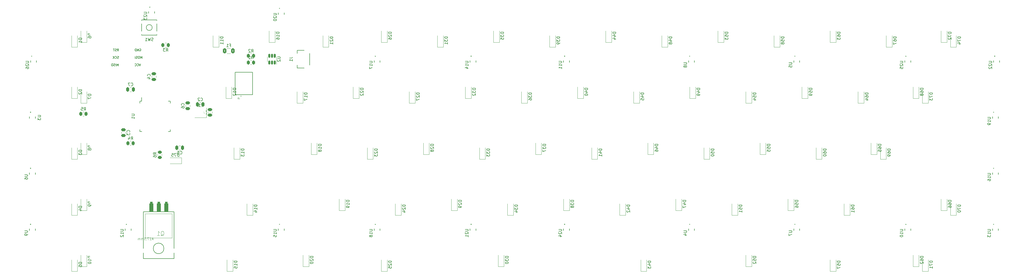
<source format=gbo>
%TF.GenerationSoftware,KiCad,Pcbnew,(6.0.0)*%
%TF.CreationDate,2022-08-07T21:57:51-07:00*%
%TF.ProjectId,IEE,4945452e-6b69-4636-9164-5f7063625858,rev?*%
%TF.SameCoordinates,Original*%
%TF.FileFunction,Legend,Bot*%
%TF.FilePolarity,Positive*%
%FSLAX46Y46*%
G04 Gerber Fmt 4.6, Leading zero omitted, Abs format (unit mm)*
G04 Created by KiCad (PCBNEW (6.0.0)) date 2022-08-07 21:57:51*
%MOMM*%
%LPD*%
G01*
G04 APERTURE LIST*
G04 Aperture macros list*
%AMRoundRect*
0 Rectangle with rounded corners*
0 $1 Rounding radius*
0 $2 $3 $4 $5 $6 $7 $8 $9 X,Y pos of 4 corners*
0 Add a 4 corners polygon primitive as box body*
4,1,4,$2,$3,$4,$5,$6,$7,$8,$9,$2,$3,0*
0 Add four circle primitives for the rounded corners*
1,1,$1+$1,$2,$3*
1,1,$1+$1,$4,$5*
1,1,$1+$1,$6,$7*
1,1,$1+$1,$8,$9*
0 Add four rect primitives between the rounded corners*
20,1,$1+$1,$2,$3,$4,$5,0*
20,1,$1+$1,$4,$5,$6,$7,0*
20,1,$1+$1,$6,$7,$8,$9,0*
20,1,$1+$1,$8,$9,$2,$3,0*%
G04 Aperture macros list end*
%ADD10C,0.120000*%
%ADD11C,0.150000*%
%ADD12C,0.015000*%
%ADD13C,0.127000*%
%ADD14C,0.200000*%
%ADD15C,0.152400*%
%ADD16C,0.050800*%
%ADD17C,0.010000*%
%ADD18C,1.308000*%
%ADD19R,1.308000X1.308000*%
%ADD20R,1.100000X1.100000*%
%ADD21C,1.750000*%
%ADD22C,3.987800*%
%ADD23C,2.250000*%
%ADD24RoundRect,0.250000X-0.450000X0.262500X-0.450000X-0.262500X0.450000X-0.262500X0.450000X0.262500X0*%
%ADD25O,1.676400X3.352800*%
%ADD26C,3.302000*%
%ADD27C,3.048000*%
%ADD28R,1.200000X0.900000*%
%ADD29RoundRect,0.250000X0.375000X0.625000X-0.375000X0.625000X-0.375000X-0.625000X0.375000X-0.625000X0*%
%ADD30R,0.700000X0.700000*%
%ADD31RoundRect,0.250000X-0.475000X0.250000X-0.475000X-0.250000X0.475000X-0.250000X0.475000X0.250000X0*%
%ADD32RoundRect,0.250000X-0.250000X-0.475000X0.250000X-0.475000X0.250000X0.475000X-0.250000X0.475000X0*%
%ADD33RoundRect,0.250000X0.262500X0.450000X-0.262500X0.450000X-0.262500X-0.450000X0.262500X-0.450000X0*%
%ADD34O,1.700000X1.700000*%
%ADD35R,1.700000X1.700000*%
%ADD36R,1.800000X1.200000*%
%ADD37R,1.550000X0.600000*%
%ADD38RoundRect,0.250000X0.475000X-0.250000X0.475000X0.250000X-0.475000X0.250000X-0.475000X-0.250000X0*%
%ADD39R,1.400000X1.200000*%
%ADD40RoundRect,0.250000X0.250000X0.475000X-0.250000X0.475000X-0.250000X-0.475000X0.250000X-0.475000X0*%
%ADD41R,1.800000X1.100000*%
%ADD42RoundRect,0.150000X0.150000X-0.512500X0.150000X0.512500X-0.150000X0.512500X-0.150000X-0.512500X0*%
%ADD43R,0.550000X1.500000*%
%ADD44R,1.500000X0.550000*%
%ADD45RoundRect,0.250000X-0.262500X-0.450000X0.262500X-0.450000X0.262500X0.450000X-0.262500X0.450000X0*%
G04 APERTURE END LIST*
D10*
%TO.C,J3*%
X63868375Y-21823817D02*
X63868375Y-22166675D01*
X63891232Y-22235246D01*
X63936946Y-22280960D01*
X64005517Y-22303817D01*
X64051232Y-22303817D01*
X63685517Y-21823817D02*
X63388375Y-21823817D01*
X63548375Y-22006675D01*
X63479803Y-22006675D01*
X63434089Y-22029532D01*
X63411232Y-22052389D01*
X63388375Y-22098103D01*
X63388375Y-22212389D01*
X63411232Y-22258103D01*
X63434089Y-22280960D01*
X63479803Y-22303817D01*
X63616946Y-22303817D01*
X63662660Y-22280960D01*
X63685517Y-22258103D01*
D11*
%TO.C,D75*%
X43410035Y-41806755D02*
X43410035Y-40806755D01*
X43171940Y-40806755D01*
X43029083Y-40854375D01*
X42933845Y-40949613D01*
X42886226Y-41044851D01*
X42838607Y-41235327D01*
X42838607Y-41378184D01*
X42886226Y-41568660D01*
X42933845Y-41663898D01*
X43029083Y-41759136D01*
X43171940Y-41806755D01*
X43410035Y-41806755D01*
X42505273Y-40806755D02*
X41838607Y-40806755D01*
X42267178Y-41806755D01*
X40981464Y-40806755D02*
X41457654Y-40806755D01*
X41505273Y-41282946D01*
X41457654Y-41235327D01*
X41362416Y-41187708D01*
X41124321Y-41187708D01*
X41029083Y-41235327D01*
X40981464Y-41282946D01*
X40933845Y-41378184D01*
X40933845Y-41616279D01*
X40981464Y-41711517D01*
X41029083Y-41759136D01*
X41124321Y-41806755D01*
X41362416Y-41806755D01*
X41457654Y-41759136D01*
X41505273Y-41711517D01*
%TO.C,R6*%
X35711755Y-41108333D02*
X35235565Y-40775000D01*
X35711755Y-40536904D02*
X34711755Y-40536904D01*
X34711755Y-40917857D01*
X34759375Y-41013095D01*
X34806994Y-41060714D01*
X34902232Y-41108333D01*
X35045089Y-41108333D01*
X35140327Y-41060714D01*
X35187946Y-41013095D01*
X35235565Y-40917857D01*
X35235565Y-40536904D01*
X34711755Y-41965476D02*
X34711755Y-41775000D01*
X34759375Y-41679761D01*
X34806994Y-41632142D01*
X34949851Y-41536904D01*
X35140327Y-41489285D01*
X35521279Y-41489285D01*
X35616517Y-41536904D01*
X35664136Y-41584523D01*
X35711755Y-41679761D01*
X35711755Y-41870238D01*
X35664136Y-41965476D01*
X35616517Y-42013095D01*
X35521279Y-42060714D01*
X35283184Y-42060714D01*
X35187946Y-42013095D01*
X35140327Y-41965476D01*
X35092708Y-41870238D01*
X35092708Y-41679761D01*
X35140327Y-41584523D01*
X35187946Y-41536904D01*
X35283184Y-41489285D01*
D12*
%TO.C,Q1*%
X37281975Y-68785315D02*
X37415506Y-68718550D01*
X37549036Y-68585019D01*
X37749332Y-68384724D01*
X37882863Y-68317958D01*
X38016393Y-68317958D01*
X37949628Y-68651785D02*
X38083159Y-68585019D01*
X38216689Y-68451489D01*
X38283454Y-68184428D01*
X38283454Y-67717071D01*
X38216689Y-67450010D01*
X38083159Y-67316479D01*
X37949628Y-67249714D01*
X37682567Y-67249714D01*
X37549036Y-67316479D01*
X37415506Y-67450010D01*
X37348740Y-67717071D01*
X37348740Y-68184428D01*
X37415506Y-68451489D01*
X37549036Y-68585019D01*
X37682567Y-68651785D01*
X37949628Y-68651785D01*
X36013435Y-68651785D02*
X36814618Y-68651785D01*
X36414026Y-68651785D02*
X36414026Y-67249714D01*
X36547557Y-67450010D01*
X36681088Y-67583540D01*
X36814618Y-67650305D01*
X34656336Y-69926880D02*
X34275049Y-69926880D01*
X34732593Y-70155651D02*
X34465693Y-69354950D01*
X34198792Y-70155651D01*
X33512477Y-70155651D02*
X33970020Y-70155651D01*
X33741249Y-70155651D02*
X33741249Y-69354950D01*
X33817506Y-69469336D01*
X33893763Y-69545593D01*
X33970020Y-69583722D01*
X33245577Y-69354950D02*
X32711776Y-69354950D01*
X33054934Y-70155651D01*
X32368618Y-70117523D02*
X32368618Y-70155651D01*
X32406747Y-70231909D01*
X32444876Y-70270037D01*
X31644175Y-69354950D02*
X32025461Y-69354950D01*
X32063590Y-69736237D01*
X32025461Y-69698108D01*
X31949204Y-69659979D01*
X31758561Y-69659979D01*
X31682303Y-69698108D01*
X31644175Y-69736237D01*
X31606046Y-69812494D01*
X31606046Y-70003137D01*
X31644175Y-70079394D01*
X31682303Y-70117523D01*
X31758561Y-70155651D01*
X31949204Y-70155651D01*
X32025461Y-70117523D01*
X32063590Y-70079394D01*
X31262889Y-70155651D02*
X31262889Y-69621851D01*
X31262889Y-69698108D02*
X31224760Y-69659979D01*
X31148503Y-69621851D01*
X31034117Y-69621851D01*
X30957860Y-69659979D01*
X30919731Y-69736237D01*
X30919731Y-70155651D01*
X30919731Y-69736237D02*
X30881602Y-69659979D01*
X30805345Y-69621851D01*
X30690959Y-69621851D01*
X30614702Y-69659979D01*
X30576573Y-69736237D01*
X30576573Y-70155651D01*
X30195287Y-70155651D02*
X30195287Y-69621851D01*
X30195287Y-69698108D02*
X30157159Y-69659979D01*
X30080901Y-69621851D01*
X29966515Y-69621851D01*
X29890258Y-69659979D01*
X29852130Y-69736237D01*
X29852130Y-70155651D01*
X29852130Y-69736237D02*
X29814001Y-69659979D01*
X29737744Y-69621851D01*
X29623358Y-69621851D01*
X29547101Y-69659979D01*
X29508972Y-69736237D01*
X29508972Y-70155651D01*
D11*
%TO.C,D54*%
X239386755Y-20216964D02*
X238386755Y-20216964D01*
X238386755Y-20455059D01*
X238434375Y-20597916D01*
X238529613Y-20693154D01*
X238624851Y-20740773D01*
X238815327Y-20788392D01*
X238958184Y-20788392D01*
X239148660Y-20740773D01*
X239243898Y-20693154D01*
X239339136Y-20597916D01*
X239386755Y-20455059D01*
X239386755Y-20216964D01*
X238386755Y-21693154D02*
X238386755Y-21216964D01*
X238862946Y-21169345D01*
X238815327Y-21216964D01*
X238767708Y-21312202D01*
X238767708Y-21550297D01*
X238815327Y-21645535D01*
X238862946Y-21693154D01*
X238958184Y-21740773D01*
X239196279Y-21740773D01*
X239291517Y-21693154D01*
X239339136Y-21645535D01*
X239386755Y-21550297D01*
X239386755Y-21312202D01*
X239339136Y-21216964D01*
X239291517Y-21169345D01*
X238720089Y-22597916D02*
X239386755Y-22597916D01*
X238339136Y-22359821D02*
X239053422Y-22121726D01*
X239053422Y-22740773D01*
%TO.C,F1*%
X60658333Y-4061696D02*
X60991666Y-4061696D01*
X60991666Y-4585505D02*
X60991666Y-3585505D01*
X60515476Y-3585505D01*
X59610714Y-4585505D02*
X60182142Y-4585505D01*
X59896428Y-4585505D02*
X59896428Y-3585505D01*
X59991666Y-3728363D01*
X60086904Y-3823601D01*
X60182142Y-3871220D01*
%TO.C,U25*%
X288270405Y-9463628D02*
X289080018Y-9463628D01*
X289175267Y-9511252D01*
X289222891Y-9558877D01*
X289270515Y-9654125D01*
X289270515Y-9844622D01*
X289222891Y-9939871D01*
X289175267Y-9987495D01*
X289080018Y-10035120D01*
X288270405Y-10035120D01*
X288365654Y-10463738D02*
X288318030Y-10511362D01*
X288270405Y-10606611D01*
X288270405Y-10844732D01*
X288318030Y-10939981D01*
X288365654Y-10987605D01*
X288460902Y-11035230D01*
X288556151Y-11035230D01*
X288699024Y-10987605D01*
X289270515Y-10416114D01*
X289270515Y-11035230D01*
X288270405Y-11940091D02*
X288270405Y-11463848D01*
X288746648Y-11416224D01*
X288699024Y-11463848D01*
X288651400Y-11559097D01*
X288651400Y-11797218D01*
X288699024Y-11892467D01*
X288746648Y-11940091D01*
X288841897Y-11987715D01*
X289080018Y-11987715D01*
X289175267Y-11940091D01*
X289222891Y-11892467D01*
X289270515Y-11797218D01*
X289270515Y-11559097D01*
X289222891Y-11463848D01*
X289175267Y-11416224D01*
%TO.C,U23*%
X31492280Y7205121D02*
X32301893Y7205121D01*
X32397142Y7157497D01*
X32444766Y7109872D01*
X32492390Y7014624D01*
X32492390Y6824127D01*
X32444766Y6728878D01*
X32397142Y6681254D01*
X32301893Y6633630D01*
X31492280Y6633630D01*
X31587529Y6205011D02*
X31539905Y6157387D01*
X31492280Y6062138D01*
X31492280Y5824017D01*
X31539905Y5728768D01*
X31587529Y5681144D01*
X31682777Y5633520D01*
X31778026Y5633520D01*
X31920899Y5681144D01*
X32492390Y6252635D01*
X32492390Y5633520D01*
X31492280Y5300150D02*
X31492280Y4681034D01*
X31873275Y5014404D01*
X31873275Y4871531D01*
X31920899Y4776282D01*
X31968523Y4728658D01*
X32063772Y4681034D01*
X32301893Y4681034D01*
X32397142Y4728658D01*
X32444766Y4776282D01*
X32492390Y4871531D01*
X32492390Y5157277D01*
X32444766Y5252525D01*
X32397142Y5300150D01*
%TO.C,D10*%
X13564880Y-75779464D02*
X12564880Y-75779464D01*
X12564880Y-76017559D01*
X12612500Y-76160416D01*
X12707738Y-76255654D01*
X12802976Y-76303273D01*
X12993452Y-76350892D01*
X13136309Y-76350892D01*
X13326785Y-76303273D01*
X13422023Y-76255654D01*
X13517261Y-76160416D01*
X13564880Y-76017559D01*
X13564880Y-75779464D01*
X13564880Y-77303273D02*
X13564880Y-76731845D01*
X13564880Y-77017559D02*
X12564880Y-77017559D01*
X12707738Y-76922321D01*
X12802976Y-76827083D01*
X12850595Y-76731845D01*
X12564880Y-77922321D02*
X12564880Y-78017559D01*
X12612500Y-78112797D01*
X12660119Y-78160416D01*
X12755357Y-78208035D01*
X12945833Y-78255654D01*
X13183928Y-78255654D01*
X13374404Y-78208035D01*
X13469642Y-78160416D01*
X13517261Y-78112797D01*
X13564880Y-78017559D01*
X13564880Y-77922321D01*
X13517261Y-77827083D01*
X13469642Y-77779464D01*
X13374404Y-77731845D01*
X13183928Y-77684226D01*
X12945833Y-77684226D01*
X12755357Y-77731845D01*
X12660119Y-77779464D01*
X12612500Y-77827083D01*
X12564880Y-77922321D01*
%TO.C,U11*%
X172382905Y-9463628D02*
X173192518Y-9463628D01*
X173287767Y-9511252D01*
X173335391Y-9558877D01*
X173383015Y-9654125D01*
X173383015Y-9844622D01*
X173335391Y-9939871D01*
X173287767Y-9987495D01*
X173192518Y-10035120D01*
X172382905Y-10035120D01*
X173383015Y-11035230D02*
X173383015Y-10463738D01*
X173383015Y-10749484D02*
X172382905Y-10749484D01*
X172525778Y-10654235D01*
X172621027Y-10558987D01*
X172668651Y-10463738D01*
X173383015Y-11987715D02*
X173383015Y-11416224D01*
X173383015Y-11701970D02*
X172382905Y-11701970D01*
X172525778Y-11606721D01*
X172621027Y-11511472D01*
X172668651Y-11416224D01*
%TO.C,D28*%
X129849255Y-37679464D02*
X128849255Y-37679464D01*
X128849255Y-37917559D01*
X128896875Y-38060416D01*
X128992113Y-38155654D01*
X129087351Y-38203273D01*
X129277827Y-38250892D01*
X129420684Y-38250892D01*
X129611160Y-38203273D01*
X129706398Y-38155654D01*
X129801636Y-38060416D01*
X129849255Y-37917559D01*
X129849255Y-37679464D01*
X128944494Y-38631845D02*
X128896875Y-38679464D01*
X128849255Y-38774702D01*
X128849255Y-39012797D01*
X128896875Y-39108035D01*
X128944494Y-39155654D01*
X129039732Y-39203273D01*
X129134970Y-39203273D01*
X129277827Y-39155654D01*
X129849255Y-38584226D01*
X129849255Y-39203273D01*
X129277827Y-39774702D02*
X129230208Y-39679464D01*
X129182589Y-39631845D01*
X129087351Y-39584226D01*
X129039732Y-39584226D01*
X128944494Y-39631845D01*
X128896875Y-39679464D01*
X128849255Y-39774702D01*
X128849255Y-39965178D01*
X128896875Y-40060416D01*
X128944494Y-40108035D01*
X129039732Y-40155654D01*
X129087351Y-40155654D01*
X129182589Y-40108035D01*
X129230208Y-40060416D01*
X129277827Y-39965178D01*
X129277827Y-39774702D01*
X129325446Y-39679464D01*
X129373065Y-39631845D01*
X129468303Y-39584226D01*
X129658779Y-39584226D01*
X129754017Y-39631845D01*
X129801636Y-39679464D01*
X129849255Y-39774702D01*
X129849255Y-39965178D01*
X129801636Y-40060416D01*
X129754017Y-40108035D01*
X129658779Y-40155654D01*
X129468303Y-40155654D01*
X129373065Y-40108035D01*
X129325446Y-40060416D01*
X129277827Y-39965178D01*
%TO.C,D61*%
X272724255Y-58316964D02*
X271724255Y-58316964D01*
X271724255Y-58555059D01*
X271771875Y-58697916D01*
X271867113Y-58793154D01*
X271962351Y-58840773D01*
X272152827Y-58888392D01*
X272295684Y-58888392D01*
X272486160Y-58840773D01*
X272581398Y-58793154D01*
X272676636Y-58697916D01*
X272724255Y-58555059D01*
X272724255Y-58316964D01*
X271724255Y-59745535D02*
X271724255Y-59555059D01*
X271771875Y-59459821D01*
X271819494Y-59412202D01*
X271962351Y-59316964D01*
X272152827Y-59269345D01*
X272533779Y-59269345D01*
X272629017Y-59316964D01*
X272676636Y-59364583D01*
X272724255Y-59459821D01*
X272724255Y-59650297D01*
X272676636Y-59745535D01*
X272629017Y-59793154D01*
X272533779Y-59840773D01*
X272295684Y-59840773D01*
X272200446Y-59793154D01*
X272152827Y-59745535D01*
X272105208Y-59650297D01*
X272105208Y-59459821D01*
X272152827Y-59364583D01*
X272200446Y-59316964D01*
X272295684Y-59269345D01*
X272724255Y-60793154D02*
X272724255Y-60221726D01*
X272724255Y-60507440D02*
X271724255Y-60507440D01*
X271867113Y-60412202D01*
X271962351Y-60316964D01*
X272009970Y-60221726D01*
%TO.C,C1*%
X52652142Y-26664583D02*
X52699761Y-26616964D01*
X52747380Y-26474107D01*
X52747380Y-26378869D01*
X52699761Y-26236011D01*
X52604523Y-26140773D01*
X52509285Y-26093154D01*
X52318809Y-26045535D01*
X52175952Y-26045535D01*
X51985476Y-26093154D01*
X51890238Y-26140773D01*
X51795000Y-26236011D01*
X51747380Y-26378869D01*
X51747380Y-26474107D01*
X51795000Y-26616964D01*
X51842619Y-26664583D01*
X52747380Y-27616964D02*
X52747380Y-27045535D01*
X52747380Y-27331250D02*
X51747380Y-27331250D01*
X51890238Y-27236011D01*
X51985476Y-27140773D01*
X52033095Y-27045535D01*
%TO.C,D48*%
X210811755Y-1166964D02*
X209811755Y-1166964D01*
X209811755Y-1405059D01*
X209859375Y-1547916D01*
X209954613Y-1643154D01*
X210049851Y-1690773D01*
X210240327Y-1738392D01*
X210383184Y-1738392D01*
X210573660Y-1690773D01*
X210668898Y-1643154D01*
X210764136Y-1547916D01*
X210811755Y-1405059D01*
X210811755Y-1166964D01*
X210145089Y-2595535D02*
X210811755Y-2595535D01*
X209764136Y-2357440D02*
X210478422Y-2119345D01*
X210478422Y-2738392D01*
X210240327Y-3262202D02*
X210192708Y-3166964D01*
X210145089Y-3119345D01*
X210049851Y-3071726D01*
X210002232Y-3071726D01*
X209906994Y-3119345D01*
X209859375Y-3166964D01*
X209811755Y-3262202D01*
X209811755Y-3452678D01*
X209859375Y-3547916D01*
X209906994Y-3595535D01*
X210002232Y-3643154D01*
X210049851Y-3643154D01*
X210145089Y-3595535D01*
X210192708Y-3547916D01*
X210240327Y-3452678D01*
X210240327Y-3262202D01*
X210287946Y-3166964D01*
X210335565Y-3119345D01*
X210430803Y-3071726D01*
X210621279Y-3071726D01*
X210716517Y-3119345D01*
X210764136Y-3166964D01*
X210811755Y-3262202D01*
X210811755Y-3452678D01*
X210764136Y-3547916D01*
X210716517Y-3595535D01*
X210621279Y-3643154D01*
X210430803Y-3643154D01*
X210335565Y-3595535D01*
X210287946Y-3547916D01*
X210240327Y-3452678D01*
%TO.C,U8*%
X214848530Y-9939871D02*
X215658143Y-9939871D01*
X215753392Y-9987495D01*
X215801016Y-10035120D01*
X215848640Y-10130368D01*
X215848640Y-10320865D01*
X215801016Y-10416114D01*
X215753392Y-10463738D01*
X215658143Y-10511362D01*
X214848530Y-10511362D01*
X215277149Y-11130478D02*
X215229525Y-11035230D01*
X215181900Y-10987605D01*
X215086652Y-10939981D01*
X215039027Y-10939981D01*
X214943779Y-10987605D01*
X214896155Y-11035230D01*
X214848530Y-11130478D01*
X214848530Y-11320975D01*
X214896155Y-11416224D01*
X214943779Y-11463848D01*
X215039027Y-11511472D01*
X215086652Y-11511472D01*
X215181900Y-11463848D01*
X215229525Y-11416224D01*
X215277149Y-11320975D01*
X215277149Y-11130478D01*
X215324773Y-11035230D01*
X215372397Y-10987605D01*
X215467646Y-10939981D01*
X215658143Y-10939981D01*
X215753392Y-10987605D01*
X215801016Y-11035230D01*
X215848640Y-11130478D01*
X215848640Y-11320975D01*
X215801016Y-11416224D01*
X215753392Y-11463848D01*
X215658143Y-11511472D01*
X215467646Y-11511472D01*
X215372397Y-11463848D01*
X215324773Y-11416224D01*
X215277149Y-11320975D01*
%TO.C,U12*%
X23554780Y-66613628D02*
X24364393Y-66613628D01*
X24459642Y-66661252D01*
X24507266Y-66708877D01*
X24554890Y-66804125D01*
X24554890Y-66994622D01*
X24507266Y-67089871D01*
X24459642Y-67137495D01*
X24364393Y-67185120D01*
X23554780Y-67185120D01*
X24554890Y-68185230D02*
X24554890Y-67613738D01*
X24554890Y-67899484D02*
X23554780Y-67899484D01*
X23697653Y-67804235D01*
X23792902Y-67708987D01*
X23840526Y-67613738D01*
X23650029Y-68566224D02*
X23602405Y-68613848D01*
X23554780Y-68709097D01*
X23554780Y-68947218D01*
X23602405Y-69042467D01*
X23650029Y-69090091D01*
X23745277Y-69137715D01*
X23840526Y-69137715D01*
X23983399Y-69090091D01*
X24554890Y-68518600D01*
X24554890Y-69137715D01*
%TO.C,D71*%
X299314880Y-77366964D02*
X298314880Y-77366964D01*
X298314880Y-77605059D01*
X298362500Y-77747916D01*
X298457738Y-77843154D01*
X298552976Y-77890773D01*
X298743452Y-77938392D01*
X298886309Y-77938392D01*
X299076785Y-77890773D01*
X299172023Y-77843154D01*
X299267261Y-77747916D01*
X299314880Y-77605059D01*
X299314880Y-77366964D01*
X298314880Y-78271726D02*
X298314880Y-78938392D01*
X299314880Y-78509821D01*
X299314880Y-79843154D02*
X299314880Y-79271726D01*
X299314880Y-79557440D02*
X298314880Y-79557440D01*
X298457738Y-79462202D01*
X298552976Y-79366964D01*
X298600595Y-79271726D01*
%TO.C,U14*%
X140632905Y-9463628D02*
X141442518Y-9463628D01*
X141537767Y-9511252D01*
X141585391Y-9558877D01*
X141633015Y-9654125D01*
X141633015Y-9844622D01*
X141585391Y-9939871D01*
X141537767Y-9987495D01*
X141442518Y-10035120D01*
X140632905Y-10035120D01*
X141633015Y-11035230D02*
X141633015Y-10463738D01*
X141633015Y-10749484D02*
X140632905Y-10749484D01*
X140775778Y-10654235D01*
X140871027Y-10558987D01*
X140918651Y-10463738D01*
X140966275Y-11892467D02*
X141633015Y-11892467D01*
X140585281Y-11654345D02*
X141299645Y-11416224D01*
X141299645Y-12035340D01*
%TO.C,D11*%
X58411755Y-1166964D02*
X57411755Y-1166964D01*
X57411755Y-1405059D01*
X57459375Y-1547916D01*
X57554613Y-1643154D01*
X57649851Y-1690773D01*
X57840327Y-1738392D01*
X57983184Y-1738392D01*
X58173660Y-1690773D01*
X58268898Y-1643154D01*
X58364136Y-1547916D01*
X58411755Y-1405059D01*
X58411755Y-1166964D01*
X58411755Y-2690773D02*
X58411755Y-2119345D01*
X58411755Y-2405059D02*
X57411755Y-2405059D01*
X57554613Y-2309821D01*
X57649851Y-2214583D01*
X57697470Y-2119345D01*
X58411755Y-3643154D02*
X58411755Y-3071726D01*
X58411755Y-3357440D02*
X57411755Y-3357440D01*
X57554613Y-3262202D01*
X57649851Y-3166964D01*
X57697470Y-3071726D01*
%TO.C,D35*%
X153661755Y420535D02*
X152661755Y420535D01*
X152661755Y182440D01*
X152709375Y39583D01*
X152804613Y-55654D01*
X152899851Y-103273D01*
X153090327Y-150892D01*
X153233184Y-150892D01*
X153423660Y-103273D01*
X153518898Y-55654D01*
X153614136Y39583D01*
X153661755Y182440D01*
X153661755Y420535D01*
X152661755Y-484226D02*
X152661755Y-1103273D01*
X153042708Y-769940D01*
X153042708Y-912797D01*
X153090327Y-1008035D01*
X153137946Y-1055654D01*
X153233184Y-1103273D01*
X153471279Y-1103273D01*
X153566517Y-1055654D01*
X153614136Y-1008035D01*
X153661755Y-912797D01*
X153661755Y-627083D01*
X153614136Y-531845D01*
X153566517Y-484226D01*
X152661755Y-2008035D02*
X152661755Y-1531845D01*
X153137946Y-1484226D01*
X153090327Y-1531845D01*
X153042708Y-1627083D01*
X153042708Y-1865178D01*
X153090327Y-1960416D01*
X153137946Y-2008035D01*
X153233184Y-2055654D01*
X153471279Y-2055654D01*
X153566517Y-2008035D01*
X153614136Y-1960416D01*
X153661755Y-1865178D01*
X153661755Y-1627083D01*
X153614136Y-1531845D01*
X153566517Y-1484226D01*
%TO.C,D74*%
X308839880Y-1166964D02*
X307839880Y-1166964D01*
X307839880Y-1405059D01*
X307887500Y-1547916D01*
X307982738Y-1643154D01*
X308077976Y-1690773D01*
X308268452Y-1738392D01*
X308411309Y-1738392D01*
X308601785Y-1690773D01*
X308697023Y-1643154D01*
X308792261Y-1547916D01*
X308839880Y-1405059D01*
X308839880Y-1166964D01*
X307839880Y-2071726D02*
X307839880Y-2738392D01*
X308839880Y-2309821D01*
X308173214Y-3547916D02*
X308839880Y-3547916D01*
X307792261Y-3309821D02*
X308506547Y-3071726D01*
X308506547Y-3690773D01*
%TO.C,D58*%
X248911755Y-1166964D02*
X247911755Y-1166964D01*
X247911755Y-1405059D01*
X247959375Y-1547916D01*
X248054613Y-1643154D01*
X248149851Y-1690773D01*
X248340327Y-1738392D01*
X248483184Y-1738392D01*
X248673660Y-1690773D01*
X248768898Y-1643154D01*
X248864136Y-1547916D01*
X248911755Y-1405059D01*
X248911755Y-1166964D01*
X247911755Y-2643154D02*
X247911755Y-2166964D01*
X248387946Y-2119345D01*
X248340327Y-2166964D01*
X248292708Y-2262202D01*
X248292708Y-2500297D01*
X248340327Y-2595535D01*
X248387946Y-2643154D01*
X248483184Y-2690773D01*
X248721279Y-2690773D01*
X248816517Y-2643154D01*
X248864136Y-2595535D01*
X248911755Y-2500297D01*
X248911755Y-2262202D01*
X248864136Y-2166964D01*
X248816517Y-2119345D01*
X248340327Y-3262202D02*
X248292708Y-3166964D01*
X248245089Y-3119345D01*
X248149851Y-3071726D01*
X248102232Y-3071726D01*
X248006994Y-3119345D01*
X247959375Y-3166964D01*
X247911755Y-3262202D01*
X247911755Y-3452678D01*
X247959375Y-3547916D01*
X248006994Y-3595535D01*
X248102232Y-3643154D01*
X248149851Y-3643154D01*
X248245089Y-3595535D01*
X248292708Y-3547916D01*
X248340327Y-3452678D01*
X248340327Y-3262202D01*
X248387946Y-3166964D01*
X248435565Y-3119345D01*
X248530803Y-3071726D01*
X248721279Y-3071726D01*
X248816517Y-3119345D01*
X248864136Y-3166964D01*
X248911755Y-3262202D01*
X248911755Y-3452678D01*
X248864136Y-3547916D01*
X248816517Y-3595535D01*
X248721279Y-3643154D01*
X248530803Y-3643154D01*
X248435565Y-3595535D01*
X248387946Y-3547916D01*
X248340327Y-3452678D01*
%TO.C,D25*%
X115561755Y-77366964D02*
X114561755Y-77366964D01*
X114561755Y-77605059D01*
X114609375Y-77747916D01*
X114704613Y-77843154D01*
X114799851Y-77890773D01*
X114990327Y-77938392D01*
X115133184Y-77938392D01*
X115323660Y-77890773D01*
X115418898Y-77843154D01*
X115514136Y-77747916D01*
X115561755Y-77605059D01*
X115561755Y-77366964D01*
X114656994Y-78319345D02*
X114609375Y-78366964D01*
X114561755Y-78462202D01*
X114561755Y-78700297D01*
X114609375Y-78795535D01*
X114656994Y-78843154D01*
X114752232Y-78890773D01*
X114847470Y-78890773D01*
X114990327Y-78843154D01*
X115561755Y-78271726D01*
X115561755Y-78890773D01*
X114561755Y-79795535D02*
X114561755Y-79319345D01*
X115037946Y-79271726D01*
X114990327Y-79319345D01*
X114942708Y-79414583D01*
X114942708Y-79652678D01*
X114990327Y-79747916D01*
X115037946Y-79795535D01*
X115133184Y-79843154D01*
X115371279Y-79843154D01*
X115466517Y-79795535D01*
X115514136Y-79747916D01*
X115561755Y-79652678D01*
X115561755Y-79414583D01*
X115514136Y-79319345D01*
X115466517Y-79271726D01*
%TO.C,D60*%
X263199255Y-39266964D02*
X262199255Y-39266964D01*
X262199255Y-39505059D01*
X262246875Y-39647916D01*
X262342113Y-39743154D01*
X262437351Y-39790773D01*
X262627827Y-39838392D01*
X262770684Y-39838392D01*
X262961160Y-39790773D01*
X263056398Y-39743154D01*
X263151636Y-39647916D01*
X263199255Y-39505059D01*
X263199255Y-39266964D01*
X262199255Y-40695535D02*
X262199255Y-40505059D01*
X262246875Y-40409821D01*
X262294494Y-40362202D01*
X262437351Y-40266964D01*
X262627827Y-40219345D01*
X263008779Y-40219345D01*
X263104017Y-40266964D01*
X263151636Y-40314583D01*
X263199255Y-40409821D01*
X263199255Y-40600297D01*
X263151636Y-40695535D01*
X263104017Y-40743154D01*
X263008779Y-40790773D01*
X262770684Y-40790773D01*
X262675446Y-40743154D01*
X262627827Y-40695535D01*
X262580208Y-40600297D01*
X262580208Y-40409821D01*
X262627827Y-40314583D01*
X262675446Y-40266964D01*
X262770684Y-40219345D01*
X262199255Y-41409821D02*
X262199255Y-41505059D01*
X262246875Y-41600297D01*
X262294494Y-41647916D01*
X262389732Y-41695535D01*
X262580208Y-41743154D01*
X262818303Y-41743154D01*
X263008779Y-41695535D01*
X263104017Y-41647916D01*
X263151636Y-41600297D01*
X263199255Y-41505059D01*
X263199255Y-41409821D01*
X263151636Y-41314583D01*
X263104017Y-41266964D01*
X263008779Y-41219345D01*
X262818303Y-41171726D01*
X262580208Y-41171726D01*
X262389732Y-41219345D01*
X262294494Y-41266964D01*
X262246875Y-41314583D01*
X262199255Y-41409821D01*
%TO.C,D59*%
X258436755Y-18629464D02*
X257436755Y-18629464D01*
X257436755Y-18867559D01*
X257484375Y-19010416D01*
X257579613Y-19105654D01*
X257674851Y-19153273D01*
X257865327Y-19200892D01*
X258008184Y-19200892D01*
X258198660Y-19153273D01*
X258293898Y-19105654D01*
X258389136Y-19010416D01*
X258436755Y-18867559D01*
X258436755Y-18629464D01*
X257436755Y-20105654D02*
X257436755Y-19629464D01*
X257912946Y-19581845D01*
X257865327Y-19629464D01*
X257817708Y-19724702D01*
X257817708Y-19962797D01*
X257865327Y-20058035D01*
X257912946Y-20105654D01*
X258008184Y-20153273D01*
X258246279Y-20153273D01*
X258341517Y-20105654D01*
X258389136Y-20058035D01*
X258436755Y-19962797D01*
X258436755Y-19724702D01*
X258389136Y-19629464D01*
X258341517Y-19581845D01*
X258436755Y-20629464D02*
X258436755Y-20819940D01*
X258389136Y-20915178D01*
X258341517Y-20962797D01*
X258198660Y-21058035D01*
X258008184Y-21105654D01*
X257627232Y-21105654D01*
X257531994Y-21058035D01*
X257484375Y-21010416D01*
X257436755Y-20915178D01*
X257436755Y-20724702D01*
X257484375Y-20629464D01*
X257531994Y-20581845D01*
X257627232Y-20534226D01*
X257865327Y-20534226D01*
X257960565Y-20581845D01*
X258008184Y-20629464D01*
X258055803Y-20724702D01*
X258055803Y-20915178D01*
X258008184Y-21010416D01*
X257960565Y-21058035D01*
X257865327Y-21105654D01*
%TO.C,D14*%
X69921130Y-58316964D02*
X68921130Y-58316964D01*
X68921130Y-58555059D01*
X68968750Y-58697916D01*
X69063988Y-58793154D01*
X69159226Y-58840773D01*
X69349702Y-58888392D01*
X69492559Y-58888392D01*
X69683035Y-58840773D01*
X69778273Y-58793154D01*
X69873511Y-58697916D01*
X69921130Y-58555059D01*
X69921130Y-58316964D01*
X69921130Y-59840773D02*
X69921130Y-59269345D01*
X69921130Y-59555059D02*
X68921130Y-59555059D01*
X69063988Y-59459821D01*
X69159226Y-59364583D01*
X69206845Y-59269345D01*
X69254464Y-60697916D02*
X69921130Y-60697916D01*
X68873511Y-60459821D02*
X69587797Y-60221726D01*
X69587797Y-60840773D01*
%TO.C,D33*%
X148899255Y-39266964D02*
X147899255Y-39266964D01*
X147899255Y-39505059D01*
X147946875Y-39647916D01*
X148042113Y-39743154D01*
X148137351Y-39790773D01*
X148327827Y-39838392D01*
X148470684Y-39838392D01*
X148661160Y-39790773D01*
X148756398Y-39743154D01*
X148851636Y-39647916D01*
X148899255Y-39505059D01*
X148899255Y-39266964D01*
X147899255Y-40171726D02*
X147899255Y-40790773D01*
X148280208Y-40457440D01*
X148280208Y-40600297D01*
X148327827Y-40695535D01*
X148375446Y-40743154D01*
X148470684Y-40790773D01*
X148708779Y-40790773D01*
X148804017Y-40743154D01*
X148851636Y-40695535D01*
X148899255Y-40600297D01*
X148899255Y-40314583D01*
X148851636Y-40219345D01*
X148804017Y-40171726D01*
X147899255Y-41124107D02*
X147899255Y-41743154D01*
X148280208Y-41409821D01*
X148280208Y-41552678D01*
X148327827Y-41647916D01*
X148375446Y-41695535D01*
X148470684Y-41743154D01*
X148708779Y-41743154D01*
X148804017Y-41695535D01*
X148851636Y-41647916D01*
X148899255Y-41552678D01*
X148899255Y-41266964D01*
X148851636Y-41171726D01*
X148804017Y-41124107D01*
%TO.C,D13*%
X65555505Y-39266964D02*
X64555505Y-39266964D01*
X64555505Y-39505059D01*
X64603125Y-39647916D01*
X64698363Y-39743154D01*
X64793601Y-39790773D01*
X64984077Y-39838392D01*
X65126934Y-39838392D01*
X65317410Y-39790773D01*
X65412648Y-39743154D01*
X65507886Y-39647916D01*
X65555505Y-39505059D01*
X65555505Y-39266964D01*
X65555505Y-40790773D02*
X65555505Y-40219345D01*
X65555505Y-40505059D02*
X64555505Y-40505059D01*
X64698363Y-40409821D01*
X64793601Y-40314583D01*
X64841220Y-40219345D01*
X64555505Y-41124107D02*
X64555505Y-41743154D01*
X64936458Y-41409821D01*
X64936458Y-41552678D01*
X64984077Y-41647916D01*
X65031696Y-41695535D01*
X65126934Y-41743154D01*
X65365029Y-41743154D01*
X65460267Y-41695535D01*
X65507886Y-41647916D01*
X65555505Y-41552678D01*
X65555505Y-41266964D01*
X65507886Y-41171726D01*
X65460267Y-41124107D01*
%TO.C,C5*%
X43822916Y-40930892D02*
X43870535Y-40978511D01*
X44013392Y-41026130D01*
X44108630Y-41026130D01*
X44251488Y-40978511D01*
X44346726Y-40883273D01*
X44394345Y-40788035D01*
X44441964Y-40597559D01*
X44441964Y-40454702D01*
X44394345Y-40264226D01*
X44346726Y-40168988D01*
X44251488Y-40073750D01*
X44108630Y-40026130D01*
X44013392Y-40026130D01*
X43870535Y-40073750D01*
X43822916Y-40121369D01*
X42918154Y-40026130D02*
X43394345Y-40026130D01*
X43441964Y-40502321D01*
X43394345Y-40454702D01*
X43299107Y-40407083D01*
X43061011Y-40407083D01*
X42965773Y-40454702D01*
X42918154Y-40502321D01*
X42870535Y-40597559D01*
X42870535Y-40835654D01*
X42918154Y-40930892D01*
X42965773Y-40978511D01*
X43061011Y-41026130D01*
X43299107Y-41026130D01*
X43394345Y-40978511D01*
X43441964Y-40930892D01*
%TO.C,D70*%
X308839880Y-58316964D02*
X307839880Y-58316964D01*
X307839880Y-58555059D01*
X307887500Y-58697916D01*
X307982738Y-58793154D01*
X308077976Y-58840773D01*
X308268452Y-58888392D01*
X308411309Y-58888392D01*
X308601785Y-58840773D01*
X308697023Y-58793154D01*
X308792261Y-58697916D01*
X308839880Y-58555059D01*
X308839880Y-58316964D01*
X307839880Y-59221726D02*
X307839880Y-59888392D01*
X308839880Y-59459821D01*
X307839880Y-60459821D02*
X307839880Y-60555059D01*
X307887500Y-60650297D01*
X307935119Y-60697916D01*
X308030357Y-60745535D01*
X308220833Y-60793154D01*
X308458928Y-60793154D01*
X308649404Y-60745535D01*
X308744642Y-60697916D01*
X308792261Y-60650297D01*
X308839880Y-60555059D01*
X308839880Y-60459821D01*
X308792261Y-60364583D01*
X308744642Y-60316964D01*
X308649404Y-60269345D01*
X308458928Y-60221726D01*
X308220833Y-60221726D01*
X308030357Y-60269345D01*
X307935119Y-60316964D01*
X307887500Y-60364583D01*
X307839880Y-60459821D01*
%TO.C,R4*%
X27154166Y-36108630D02*
X27487500Y-35632440D01*
X27725595Y-36108630D02*
X27725595Y-35108630D01*
X27344642Y-35108630D01*
X27249404Y-35156250D01*
X27201785Y-35203869D01*
X27154166Y-35299107D01*
X27154166Y-35441964D01*
X27201785Y-35537202D01*
X27249404Y-35584821D01*
X27344642Y-35632440D01*
X27725595Y-35632440D01*
X26297023Y-35441964D02*
X26297023Y-36108630D01*
X26535119Y-35061011D02*
X26773214Y-35775297D01*
X26154166Y-35775297D01*
%TO.C,D1*%
X10389880Y-1643154D02*
X9389880Y-1643154D01*
X9389880Y-1881250D01*
X9437500Y-2024107D01*
X9532738Y-2119345D01*
X9627976Y-2166964D01*
X9818452Y-2214583D01*
X9961309Y-2214583D01*
X10151785Y-2166964D01*
X10247023Y-2119345D01*
X10342261Y-2024107D01*
X10389880Y-1881250D01*
X10389880Y-1643154D01*
X10389880Y-3166964D02*
X10389880Y-2595535D01*
X10389880Y-2881250D02*
X9389880Y-2881250D01*
X9532738Y-2786011D01*
X9627976Y-2690773D01*
X9675595Y-2595535D01*
%TO.C,D3*%
X10389880Y-39743154D02*
X9389880Y-39743154D01*
X9389880Y-39981250D01*
X9437500Y-40124107D01*
X9532738Y-40219345D01*
X9627976Y-40266964D01*
X9818452Y-40314583D01*
X9961309Y-40314583D01*
X10151785Y-40266964D01*
X10247023Y-40219345D01*
X10342261Y-40124107D01*
X10389880Y-39981250D01*
X10389880Y-39743154D01*
X9389880Y-40647916D02*
X9389880Y-41266964D01*
X9770833Y-40933630D01*
X9770833Y-41076488D01*
X9818452Y-41171726D01*
X9866071Y-41219345D01*
X9961309Y-41266964D01*
X10199404Y-41266964D01*
X10294642Y-41219345D01*
X10342261Y-41171726D01*
X10389880Y-41076488D01*
X10389880Y-40790773D01*
X10342261Y-40695535D01*
X10294642Y-40647916D01*
%TO.C,D41*%
X186999255Y-39266964D02*
X185999255Y-39266964D01*
X185999255Y-39505059D01*
X186046875Y-39647916D01*
X186142113Y-39743154D01*
X186237351Y-39790773D01*
X186427827Y-39838392D01*
X186570684Y-39838392D01*
X186761160Y-39790773D01*
X186856398Y-39743154D01*
X186951636Y-39647916D01*
X186999255Y-39505059D01*
X186999255Y-39266964D01*
X186332589Y-40695535D02*
X186999255Y-40695535D01*
X185951636Y-40457440D02*
X186665922Y-40219345D01*
X186665922Y-40838392D01*
X186999255Y-41743154D02*
X186999255Y-41171726D01*
X186999255Y-41457440D02*
X185999255Y-41457440D01*
X186142113Y-41362202D01*
X186237351Y-41266964D01*
X186284970Y-41171726D01*
%TO.C,D37*%
X167949255Y-37679464D02*
X166949255Y-37679464D01*
X166949255Y-37917559D01*
X166996875Y-38060416D01*
X167092113Y-38155654D01*
X167187351Y-38203273D01*
X167377827Y-38250892D01*
X167520684Y-38250892D01*
X167711160Y-38203273D01*
X167806398Y-38155654D01*
X167901636Y-38060416D01*
X167949255Y-37917559D01*
X167949255Y-37679464D01*
X166949255Y-38584226D02*
X166949255Y-39203273D01*
X167330208Y-38869940D01*
X167330208Y-39012797D01*
X167377827Y-39108035D01*
X167425446Y-39155654D01*
X167520684Y-39203273D01*
X167758779Y-39203273D01*
X167854017Y-39155654D01*
X167901636Y-39108035D01*
X167949255Y-39012797D01*
X167949255Y-38727083D01*
X167901636Y-38631845D01*
X167854017Y-38584226D01*
X166949255Y-39536607D02*
X166949255Y-40203273D01*
X167949255Y-39774702D01*
%TO.C,U6*%
X-8988969Y-48039871D02*
X-8179356Y-48039871D01*
X-8084107Y-48087495D01*
X-8036483Y-48135120D01*
X-7988859Y-48230368D01*
X-7988859Y-48420865D01*
X-8036483Y-48516114D01*
X-8084107Y-48563738D01*
X-8179356Y-48611362D01*
X-8988969Y-48611362D01*
X-8988969Y-49516224D02*
X-8988969Y-49325727D01*
X-8941345Y-49230478D01*
X-8893720Y-49182854D01*
X-8750847Y-49087605D01*
X-8560350Y-49039981D01*
X-8179356Y-49039981D01*
X-8084107Y-49087605D01*
X-8036483Y-49135230D01*
X-7988859Y-49230478D01*
X-7988859Y-49420975D01*
X-8036483Y-49516224D01*
X-8084107Y-49563848D01*
X-8179356Y-49611472D01*
X-8417477Y-49611472D01*
X-8512726Y-49563848D01*
X-8560350Y-49516224D01*
X-8607975Y-49420975D01*
X-8607975Y-49230478D01*
X-8560350Y-49135230D01*
X-8512726Y-49087605D01*
X-8417477Y-49039981D01*
%TO.C,U13*%
X318036030Y-66613628D02*
X318845643Y-66613628D01*
X318940892Y-66661252D01*
X318988516Y-66708877D01*
X319036140Y-66804125D01*
X319036140Y-66994622D01*
X318988516Y-67089871D01*
X318940892Y-67137495D01*
X318845643Y-67185120D01*
X318036030Y-67185120D01*
X319036140Y-68185230D02*
X319036140Y-67613738D01*
X319036140Y-67899484D02*
X318036030Y-67899484D01*
X318178903Y-67804235D01*
X318274152Y-67708987D01*
X318321776Y-67613738D01*
X318036030Y-68518600D02*
X318036030Y-69137715D01*
X318417025Y-68804345D01*
X318417025Y-68947218D01*
X318464649Y-69042467D01*
X318512273Y-69090091D01*
X318607522Y-69137715D01*
X318845643Y-69137715D01*
X318940892Y-69090091D01*
X318988516Y-69042467D01*
X319036140Y-68947218D01*
X319036140Y-68661472D01*
X318988516Y-68566224D01*
X318940892Y-68518600D01*
%TO.C,D2*%
X10389880Y-19105654D02*
X9389880Y-19105654D01*
X9389880Y-19343750D01*
X9437500Y-19486607D01*
X9532738Y-19581845D01*
X9627976Y-19629464D01*
X9818452Y-19677083D01*
X9961309Y-19677083D01*
X10151785Y-19629464D01*
X10247023Y-19581845D01*
X10342261Y-19486607D01*
X10389880Y-19343750D01*
X10389880Y-19105654D01*
X9485119Y-20058035D02*
X9437500Y-20105654D01*
X9389880Y-20200892D01*
X9389880Y-20438988D01*
X9437500Y-20534226D01*
X9485119Y-20581845D01*
X9580357Y-20629464D01*
X9675595Y-20629464D01*
X9818452Y-20581845D01*
X10389880Y-20010416D01*
X10389880Y-20629464D01*
%TO.C,D6*%
X13564880Y-55654D02*
X12564880Y-55654D01*
X12564880Y-293749D01*
X12612500Y-436607D01*
X12707738Y-531845D01*
X12802976Y-579464D01*
X12993452Y-627083D01*
X13136309Y-627083D01*
X13326785Y-579464D01*
X13422023Y-531845D01*
X13517261Y-436607D01*
X13564880Y-293750D01*
X13564880Y-55654D01*
X12564880Y-1484226D02*
X12564880Y-1293750D01*
X12612500Y-1198511D01*
X12660119Y-1150892D01*
X12802976Y-1055654D01*
X12993452Y-1008035D01*
X13374404Y-1008035D01*
X13469642Y-1055654D01*
X13517261Y-1103273D01*
X13564880Y-1198511D01*
X13564880Y-1388988D01*
X13517261Y-1484226D01*
X13469642Y-1531845D01*
X13374404Y-1579464D01*
X13136309Y-1579464D01*
X13041071Y-1531845D01*
X12993452Y-1484226D01*
X12945833Y-1388988D01*
X12945833Y-1198511D01*
X12993452Y-1103273D01*
X13041071Y-1055654D01*
X13136309Y-1008035D01*
%TO.C,D36*%
X163186755Y-20216964D02*
X162186755Y-20216964D01*
X162186755Y-20455059D01*
X162234375Y-20597916D01*
X162329613Y-20693154D01*
X162424851Y-20740773D01*
X162615327Y-20788392D01*
X162758184Y-20788392D01*
X162948660Y-20740773D01*
X163043898Y-20693154D01*
X163139136Y-20597916D01*
X163186755Y-20455059D01*
X163186755Y-20216964D01*
X162186755Y-21121726D02*
X162186755Y-21740773D01*
X162567708Y-21407440D01*
X162567708Y-21550297D01*
X162615327Y-21645535D01*
X162662946Y-21693154D01*
X162758184Y-21740773D01*
X162996279Y-21740773D01*
X163091517Y-21693154D01*
X163139136Y-21645535D01*
X163186755Y-21550297D01*
X163186755Y-21264583D01*
X163139136Y-21169345D01*
X163091517Y-21121726D01*
X162186755Y-22597916D02*
X162186755Y-22407440D01*
X162234375Y-22312202D01*
X162281994Y-22264583D01*
X162424851Y-22169345D01*
X162615327Y-22121726D01*
X162996279Y-22121726D01*
X163091517Y-22169345D01*
X163139136Y-22216964D01*
X163186755Y-22312202D01*
X163186755Y-22502678D01*
X163139136Y-22597916D01*
X163091517Y-22645535D01*
X162996279Y-22693154D01*
X162758184Y-22693154D01*
X162662946Y-22645535D01*
X162615327Y-22597916D01*
X162567708Y-22502678D01*
X162567708Y-22312202D01*
X162615327Y-22216964D01*
X162662946Y-22169345D01*
X162758184Y-22121726D01*
%TO.C,D65*%
X281852380Y-37679464D02*
X280852380Y-37679464D01*
X280852380Y-37917559D01*
X280900000Y-38060416D01*
X280995238Y-38155654D01*
X281090476Y-38203273D01*
X281280952Y-38250892D01*
X281423809Y-38250892D01*
X281614285Y-38203273D01*
X281709523Y-38155654D01*
X281804761Y-38060416D01*
X281852380Y-37917559D01*
X281852380Y-37679464D01*
X280852380Y-39108035D02*
X280852380Y-38917559D01*
X280900000Y-38822321D01*
X280947619Y-38774702D01*
X281090476Y-38679464D01*
X281280952Y-38631845D01*
X281661904Y-38631845D01*
X281757142Y-38679464D01*
X281804761Y-38727083D01*
X281852380Y-38822321D01*
X281852380Y-39012797D01*
X281804761Y-39108035D01*
X281757142Y-39155654D01*
X281661904Y-39203273D01*
X281423809Y-39203273D01*
X281328571Y-39155654D01*
X281280952Y-39108035D01*
X281233333Y-39012797D01*
X281233333Y-38822321D01*
X281280952Y-38727083D01*
X281328571Y-38679464D01*
X281423809Y-38631845D01*
X280852380Y-40108035D02*
X280852380Y-39631845D01*
X281328571Y-39584226D01*
X281280952Y-39631845D01*
X281233333Y-39727083D01*
X281233333Y-39965178D01*
X281280952Y-40060416D01*
X281328571Y-40108035D01*
X281423809Y-40155654D01*
X281661904Y-40155654D01*
X281757142Y-40108035D01*
X281804761Y-40060416D01*
X281852380Y-39965178D01*
X281852380Y-39727083D01*
X281804761Y-39631845D01*
X281757142Y-39584226D01*
%TO.C,D8*%
X13564880Y-38155654D02*
X12564880Y-38155654D01*
X12564880Y-38393750D01*
X12612500Y-38536607D01*
X12707738Y-38631845D01*
X12802976Y-38679464D01*
X12993452Y-38727083D01*
X13136309Y-38727083D01*
X13326785Y-38679464D01*
X13422023Y-38631845D01*
X13517261Y-38536607D01*
X13564880Y-38393750D01*
X13564880Y-38155654D01*
X12993452Y-39298511D02*
X12945833Y-39203273D01*
X12898214Y-39155654D01*
X12802976Y-39108035D01*
X12755357Y-39108035D01*
X12660119Y-39155654D01*
X12612500Y-39203273D01*
X12564880Y-39298511D01*
X12564880Y-39488988D01*
X12612500Y-39584226D01*
X12660119Y-39631845D01*
X12755357Y-39679464D01*
X12802976Y-39679464D01*
X12898214Y-39631845D01*
X12945833Y-39584226D01*
X12993452Y-39488988D01*
X12993452Y-39298511D01*
X13041071Y-39203273D01*
X13088690Y-39155654D01*
X13183928Y-39108035D01*
X13374404Y-39108035D01*
X13469642Y-39155654D01*
X13517261Y-39203273D01*
X13564880Y-39298511D01*
X13564880Y-39488988D01*
X13517261Y-39584226D01*
X13469642Y-39631845D01*
X13374404Y-39679464D01*
X13183928Y-39679464D01*
X13088690Y-39631845D01*
X13041071Y-39584226D01*
X12993452Y-39488988D01*
%TO.C,D45*%
X201286755Y-20216964D02*
X200286755Y-20216964D01*
X200286755Y-20455059D01*
X200334375Y-20597916D01*
X200429613Y-20693154D01*
X200524851Y-20740773D01*
X200715327Y-20788392D01*
X200858184Y-20788392D01*
X201048660Y-20740773D01*
X201143898Y-20693154D01*
X201239136Y-20597916D01*
X201286755Y-20455059D01*
X201286755Y-20216964D01*
X200620089Y-21645535D02*
X201286755Y-21645535D01*
X200239136Y-21407440D02*
X200953422Y-21169345D01*
X200953422Y-21788392D01*
X200286755Y-22645535D02*
X200286755Y-22169345D01*
X200762946Y-22121726D01*
X200715327Y-22169345D01*
X200667708Y-22264583D01*
X200667708Y-22502678D01*
X200715327Y-22597916D01*
X200762946Y-22645535D01*
X200858184Y-22693154D01*
X201096279Y-22693154D01*
X201191517Y-22645535D01*
X201239136Y-22597916D01*
X201286755Y-22502678D01*
X201286755Y-22264583D01*
X201239136Y-22169345D01*
X201191517Y-22121726D01*
%TO.C,U3*%
X-4516429Y-27813011D02*
X-3706816Y-27813011D01*
X-3611567Y-27860635D01*
X-3563943Y-27908260D01*
X-3516319Y-28003508D01*
X-3516319Y-28194005D01*
X-3563943Y-28289254D01*
X-3611567Y-28336878D01*
X-3706816Y-28384502D01*
X-4516429Y-28384502D01*
X-4516429Y-28765497D02*
X-4516429Y-29384612D01*
X-4135435Y-29051242D01*
X-4135435Y-29194115D01*
X-4087810Y-29289364D01*
X-4040186Y-29336988D01*
X-3944937Y-29384612D01*
X-3706816Y-29384612D01*
X-3611567Y-29336988D01*
X-3563943Y-29289364D01*
X-3516319Y-29194115D01*
X-3516319Y-28908370D01*
X-3563943Y-28813121D01*
X-3611567Y-28765497D01*
%TO.C,D18*%
X91749255Y-37679464D02*
X90749255Y-37679464D01*
X90749255Y-37917559D01*
X90796875Y-38060416D01*
X90892113Y-38155654D01*
X90987351Y-38203273D01*
X91177827Y-38250892D01*
X91320684Y-38250892D01*
X91511160Y-38203273D01*
X91606398Y-38155654D01*
X91701636Y-38060416D01*
X91749255Y-37917559D01*
X91749255Y-37679464D01*
X91749255Y-39203273D02*
X91749255Y-38631845D01*
X91749255Y-38917559D02*
X90749255Y-38917559D01*
X90892113Y-38822321D01*
X90987351Y-38727083D01*
X91034970Y-38631845D01*
X91177827Y-39774702D02*
X91130208Y-39679464D01*
X91082589Y-39631845D01*
X90987351Y-39584226D01*
X90939732Y-39584226D01*
X90844494Y-39631845D01*
X90796875Y-39679464D01*
X90749255Y-39774702D01*
X90749255Y-39965178D01*
X90796875Y-40060416D01*
X90844494Y-40108035D01*
X90939732Y-40155654D01*
X90987351Y-40155654D01*
X91082589Y-40108035D01*
X91130208Y-40060416D01*
X91177827Y-39965178D01*
X91177827Y-39774702D01*
X91225446Y-39679464D01*
X91273065Y-39631845D01*
X91368303Y-39584226D01*
X91558779Y-39584226D01*
X91654017Y-39631845D01*
X91701636Y-39679464D01*
X91749255Y-39774702D01*
X91749255Y-39965178D01*
X91701636Y-40060416D01*
X91654017Y-40108035D01*
X91558779Y-40155654D01*
X91368303Y-40155654D01*
X91273065Y-40108035D01*
X91225446Y-40060416D01*
X91177827Y-39965178D01*
%TO.C,J2*%
X22472857Y-5974910D02*
X22722857Y-5617767D01*
X22901428Y-5974910D02*
X22901428Y-5224910D01*
X22615714Y-5224910D01*
X22544285Y-5260625D01*
X22508571Y-5296339D01*
X22472857Y-5367767D01*
X22472857Y-5474910D01*
X22508571Y-5546339D01*
X22544285Y-5582053D01*
X22615714Y-5617767D01*
X22901428Y-5617767D01*
X22187142Y-5939196D02*
X22080000Y-5974910D01*
X21901428Y-5974910D01*
X21830000Y-5939196D01*
X21794285Y-5903482D01*
X21758571Y-5832053D01*
X21758571Y-5760625D01*
X21794285Y-5689196D01*
X21830000Y-5653482D01*
X21901428Y-5617767D01*
X22044285Y-5582053D01*
X22115714Y-5546339D01*
X22151428Y-5510625D01*
X22187142Y-5439196D01*
X22187142Y-5367767D01*
X22151428Y-5296339D01*
X22115714Y-5260625D01*
X22044285Y-5224910D01*
X21865714Y-5224910D01*
X21758571Y-5260625D01*
X21544285Y-5224910D02*
X21115714Y-5224910D01*
X21330000Y-5974910D02*
X21330000Y-5224910D01*
X30069285Y-5260625D02*
X30140714Y-5224910D01*
X30247857Y-5224910D01*
X30355000Y-5260625D01*
X30426428Y-5332053D01*
X30462142Y-5403482D01*
X30497857Y-5546339D01*
X30497857Y-5653482D01*
X30462142Y-5796339D01*
X30426428Y-5867767D01*
X30355000Y-5939196D01*
X30247857Y-5974910D01*
X30176428Y-5974910D01*
X30069285Y-5939196D01*
X30033571Y-5903482D01*
X30033571Y-5653482D01*
X30176428Y-5653482D01*
X29712142Y-5974910D02*
X29712142Y-5224910D01*
X29283571Y-5974910D01*
X29283571Y-5224910D01*
X28926428Y-5974910D02*
X28926428Y-5224910D01*
X28747857Y-5224910D01*
X28640714Y-5260625D01*
X28569285Y-5332053D01*
X28533571Y-5403482D01*
X28497857Y-5546339D01*
X28497857Y-5653482D01*
X28533571Y-5796339D01*
X28569285Y-5867767D01*
X28640714Y-5939196D01*
X28747857Y-5974910D01*
X28926428Y-5974910D01*
X22901428Y-11054910D02*
X22901428Y-10304910D01*
X22651428Y-10840625D01*
X22401428Y-10304910D01*
X22401428Y-11054910D01*
X22044285Y-11054910D02*
X22044285Y-10304910D01*
X21722857Y-11019196D02*
X21615714Y-11054910D01*
X21437142Y-11054910D01*
X21365714Y-11019196D01*
X21330000Y-10983482D01*
X21294285Y-10912053D01*
X21294285Y-10840625D01*
X21330000Y-10769196D01*
X21365714Y-10733482D01*
X21437142Y-10697767D01*
X21580000Y-10662053D01*
X21651428Y-10626339D01*
X21687142Y-10590625D01*
X21722857Y-10519196D01*
X21722857Y-10447767D01*
X21687142Y-10376339D01*
X21651428Y-10340625D01*
X21580000Y-10304910D01*
X21401428Y-10304910D01*
X21294285Y-10340625D01*
X20830000Y-10304910D02*
X20687142Y-10304910D01*
X20615714Y-10340625D01*
X20544285Y-10412053D01*
X20508571Y-10554910D01*
X20508571Y-10804910D01*
X20544285Y-10947767D01*
X20615714Y-11019196D01*
X20687142Y-11054910D01*
X20830000Y-11054910D01*
X20901428Y-11019196D01*
X20972857Y-10947767D01*
X21008571Y-10804910D01*
X21008571Y-10554910D01*
X20972857Y-10412053D01*
X20901428Y-10340625D01*
X20830000Y-10304910D01*
X22937142Y-8479196D02*
X22830000Y-8514910D01*
X22651428Y-8514910D01*
X22580000Y-8479196D01*
X22544285Y-8443482D01*
X22508571Y-8372053D01*
X22508571Y-8300625D01*
X22544285Y-8229196D01*
X22580000Y-8193482D01*
X22651428Y-8157767D01*
X22794285Y-8122053D01*
X22865714Y-8086339D01*
X22901428Y-8050625D01*
X22937142Y-7979196D01*
X22937142Y-7907767D01*
X22901428Y-7836339D01*
X22865714Y-7800625D01*
X22794285Y-7764910D01*
X22615714Y-7764910D01*
X22508571Y-7800625D01*
X21758571Y-8443482D02*
X21794285Y-8479196D01*
X21901428Y-8514910D01*
X21972857Y-8514910D01*
X22080000Y-8479196D01*
X22151428Y-8407767D01*
X22187142Y-8336339D01*
X22222857Y-8193482D01*
X22222857Y-8086339D01*
X22187142Y-7943482D01*
X22151428Y-7872053D01*
X22080000Y-7800625D01*
X21972857Y-7764910D01*
X21901428Y-7764910D01*
X21794285Y-7800625D01*
X21758571Y-7836339D01*
X21437142Y-8514910D02*
X21437142Y-7764910D01*
X21008571Y-8514910D02*
X21330000Y-8086339D01*
X21008571Y-7764910D02*
X21437142Y-8193482D01*
X30890714Y-8514910D02*
X30890714Y-7764910D01*
X30640714Y-8300625D01*
X30390714Y-7764910D01*
X30390714Y-8514910D01*
X29890714Y-7764910D02*
X29747857Y-7764910D01*
X29676428Y-7800625D01*
X29605000Y-7872053D01*
X29569285Y-8014910D01*
X29569285Y-8264910D01*
X29605000Y-8407767D01*
X29676428Y-8479196D01*
X29747857Y-8514910D01*
X29890714Y-8514910D01*
X29962142Y-8479196D01*
X30033571Y-8407767D01*
X30069285Y-8264910D01*
X30069285Y-8014910D01*
X30033571Y-7872053D01*
X29962142Y-7800625D01*
X29890714Y-7764910D01*
X29283571Y-8479196D02*
X29176428Y-8514910D01*
X28997857Y-8514910D01*
X28926428Y-8479196D01*
X28890714Y-8443482D01*
X28855000Y-8372053D01*
X28855000Y-8300625D01*
X28890714Y-8229196D01*
X28926428Y-8193482D01*
X28997857Y-8157767D01*
X29140714Y-8122053D01*
X29212142Y-8086339D01*
X29247857Y-8050625D01*
X29283571Y-7979196D01*
X29283571Y-7907767D01*
X29247857Y-7836339D01*
X29212142Y-7800625D01*
X29140714Y-7764910D01*
X28962142Y-7764910D01*
X28855000Y-7800625D01*
X28533571Y-8514910D02*
X28533571Y-7764910D01*
X30426428Y-10304910D02*
X30176428Y-11054910D01*
X29926428Y-10304910D01*
X29247857Y-10983482D02*
X29283571Y-11019196D01*
X29390714Y-11054910D01*
X29462142Y-11054910D01*
X29569285Y-11019196D01*
X29640714Y-10947767D01*
X29676428Y-10876339D01*
X29712142Y-10733482D01*
X29712142Y-10626339D01*
X29676428Y-10483482D01*
X29640714Y-10412053D01*
X29569285Y-10340625D01*
X29462142Y-10304910D01*
X29390714Y-10304910D01*
X29283571Y-10340625D01*
X29247857Y-10376339D01*
X28497857Y-10983482D02*
X28533571Y-11019196D01*
X28640714Y-11054910D01*
X28712142Y-11054910D01*
X28819285Y-11019196D01*
X28890714Y-10947767D01*
X28926428Y-10876339D01*
X28962142Y-10733482D01*
X28962142Y-10626339D01*
X28926428Y-10483482D01*
X28890714Y-10412053D01*
X28819285Y-10340625D01*
X28712142Y-10304910D01*
X28640714Y-10304910D01*
X28533571Y-10340625D01*
X28497857Y-10376339D01*
%TO.C,D16*%
X77461755Y420535D02*
X76461755Y420535D01*
X76461755Y182440D01*
X76509375Y39583D01*
X76604613Y-55654D01*
X76699851Y-103273D01*
X76890327Y-150892D01*
X77033184Y-150892D01*
X77223660Y-103273D01*
X77318898Y-55654D01*
X77414136Y39583D01*
X77461755Y182440D01*
X77461755Y420535D01*
X77461755Y-1103273D02*
X77461755Y-531845D01*
X77461755Y-817559D02*
X76461755Y-817559D01*
X76604613Y-722321D01*
X76699851Y-627083D01*
X76747470Y-531845D01*
X76461755Y-1960416D02*
X76461755Y-1769940D01*
X76509375Y-1674702D01*
X76556994Y-1627083D01*
X76699851Y-1531845D01*
X76890327Y-1484226D01*
X77271279Y-1484226D01*
X77366517Y-1531845D01*
X77414136Y-1579464D01*
X77461755Y-1674702D01*
X77461755Y-1865178D01*
X77414136Y-1960416D01*
X77366517Y-2008035D01*
X77271279Y-2055654D01*
X77033184Y-2055654D01*
X76937946Y-2008035D01*
X76890327Y-1960416D01*
X76842708Y-1865178D01*
X76842708Y-1674702D01*
X76890327Y-1579464D01*
X76937946Y-1531845D01*
X77033184Y-1484226D01*
%TO.C,J1*%
X80930505Y-8397916D02*
X81644791Y-8397916D01*
X81787648Y-8350297D01*
X81882886Y-8255059D01*
X81930505Y-8112202D01*
X81930505Y-8016964D01*
X81930505Y-9397916D02*
X81930505Y-8826488D01*
X81930505Y-9112202D02*
X80930505Y-9112202D01*
X81073363Y-9016964D01*
X81168601Y-8921726D01*
X81216220Y-8826488D01*
%TO.C,D31*%
X134611755Y-1166964D02*
X133611755Y-1166964D01*
X133611755Y-1405059D01*
X133659375Y-1547916D01*
X133754613Y-1643154D01*
X133849851Y-1690773D01*
X134040327Y-1738392D01*
X134183184Y-1738392D01*
X134373660Y-1690773D01*
X134468898Y-1643154D01*
X134564136Y-1547916D01*
X134611755Y-1405059D01*
X134611755Y-1166964D01*
X133611755Y-2071726D02*
X133611755Y-2690773D01*
X133992708Y-2357440D01*
X133992708Y-2500297D01*
X134040327Y-2595535D01*
X134087946Y-2643154D01*
X134183184Y-2690773D01*
X134421279Y-2690773D01*
X134516517Y-2643154D01*
X134564136Y-2595535D01*
X134611755Y-2500297D01*
X134611755Y-2214583D01*
X134564136Y-2119345D01*
X134516517Y-2071726D01*
X134611755Y-3643154D02*
X134611755Y-3071726D01*
X134611755Y-3357440D02*
X133611755Y-3357440D01*
X133754613Y-3262202D01*
X133849851Y-3166964D01*
X133897470Y-3071726D01*
%TO.C,D26*%
X115561755Y420535D02*
X114561755Y420535D01*
X114561755Y182440D01*
X114609375Y39583D01*
X114704613Y-55654D01*
X114799851Y-103273D01*
X114990327Y-150892D01*
X115133184Y-150892D01*
X115323660Y-103273D01*
X115418898Y-55654D01*
X115514136Y39583D01*
X115561755Y182440D01*
X115561755Y420535D01*
X114656994Y-531845D02*
X114609375Y-579464D01*
X114561755Y-674702D01*
X114561755Y-912797D01*
X114609375Y-1008035D01*
X114656994Y-1055654D01*
X114752232Y-1103273D01*
X114847470Y-1103273D01*
X114990327Y-1055654D01*
X115561755Y-484226D01*
X115561755Y-1103273D01*
X114561755Y-1960416D02*
X114561755Y-1769940D01*
X114609375Y-1674702D01*
X114656994Y-1627083D01*
X114799851Y-1531845D01*
X114990327Y-1484226D01*
X115371279Y-1484226D01*
X115466517Y-1531845D01*
X115514136Y-1579464D01*
X115561755Y-1674702D01*
X115561755Y-1865178D01*
X115514136Y-1960416D01*
X115466517Y-2008035D01*
X115371279Y-2055654D01*
X115133184Y-2055654D01*
X115037946Y-2008035D01*
X114990327Y-1960416D01*
X114942708Y-1865178D01*
X114942708Y-1674702D01*
X114990327Y-1579464D01*
X115037946Y-1531845D01*
X115133184Y-1484226D01*
%TO.C,D20*%
X88971130Y-75779464D02*
X87971130Y-75779464D01*
X87971130Y-76017559D01*
X88018750Y-76160416D01*
X88113988Y-76255654D01*
X88209226Y-76303273D01*
X88399702Y-76350892D01*
X88542559Y-76350892D01*
X88733035Y-76303273D01*
X88828273Y-76255654D01*
X88923511Y-76160416D01*
X88971130Y-76017559D01*
X88971130Y-75779464D01*
X88066369Y-76731845D02*
X88018750Y-76779464D01*
X87971130Y-76874702D01*
X87971130Y-77112797D01*
X88018750Y-77208035D01*
X88066369Y-77255654D01*
X88161607Y-77303273D01*
X88256845Y-77303273D01*
X88399702Y-77255654D01*
X88971130Y-76684226D01*
X88971130Y-77303273D01*
X87971130Y-77922321D02*
X87971130Y-78017559D01*
X88018750Y-78112797D01*
X88066369Y-78160416D01*
X88161607Y-78208035D01*
X88352083Y-78255654D01*
X88590178Y-78255654D01*
X88780654Y-78208035D01*
X88875892Y-78160416D01*
X88923511Y-78112797D01*
X88971130Y-78017559D01*
X88971130Y-77922321D01*
X88923511Y-77827083D01*
X88875892Y-77779464D01*
X88780654Y-77731845D01*
X88590178Y-77684226D01*
X88352083Y-77684226D01*
X88161607Y-77731845D01*
X88066369Y-77779464D01*
X88018750Y-77827083D01*
X87971130Y-77922321D01*
%TO.C,D69*%
X285027380Y-39266964D02*
X284027380Y-39266964D01*
X284027380Y-39505059D01*
X284075000Y-39647916D01*
X284170238Y-39743154D01*
X284265476Y-39790773D01*
X284455952Y-39838392D01*
X284598809Y-39838392D01*
X284789285Y-39790773D01*
X284884523Y-39743154D01*
X284979761Y-39647916D01*
X285027380Y-39505059D01*
X285027380Y-39266964D01*
X284027380Y-40695535D02*
X284027380Y-40505059D01*
X284075000Y-40409821D01*
X284122619Y-40362202D01*
X284265476Y-40266964D01*
X284455952Y-40219345D01*
X284836904Y-40219345D01*
X284932142Y-40266964D01*
X284979761Y-40314583D01*
X285027380Y-40409821D01*
X285027380Y-40600297D01*
X284979761Y-40695535D01*
X284932142Y-40743154D01*
X284836904Y-40790773D01*
X284598809Y-40790773D01*
X284503571Y-40743154D01*
X284455952Y-40695535D01*
X284408333Y-40600297D01*
X284408333Y-40409821D01*
X284455952Y-40314583D01*
X284503571Y-40266964D01*
X284598809Y-40219345D01*
X285027380Y-41266964D02*
X285027380Y-41457440D01*
X284979761Y-41552678D01*
X284932142Y-41600297D01*
X284789285Y-41695535D01*
X284598809Y-41743154D01*
X284217857Y-41743154D01*
X284122619Y-41695535D01*
X284075000Y-41647916D01*
X284027380Y-41552678D01*
X284027380Y-41362202D01*
X284075000Y-41266964D01*
X284122619Y-41219345D01*
X284217857Y-41171726D01*
X284455952Y-41171726D01*
X284551190Y-41219345D01*
X284598809Y-41266964D01*
X284646428Y-41362202D01*
X284646428Y-41552678D01*
X284598809Y-41647916D01*
X284551190Y-41695535D01*
X284455952Y-41743154D01*
%TO.C,U18*%
X108089155Y-66613628D02*
X108898768Y-66613628D01*
X108994017Y-66661252D01*
X109041641Y-66708877D01*
X109089265Y-66804125D01*
X109089265Y-66994622D01*
X109041641Y-67089871D01*
X108994017Y-67137495D01*
X108898768Y-67185120D01*
X108089155Y-67185120D01*
X109089265Y-68185230D02*
X109089265Y-67613738D01*
X109089265Y-67899484D02*
X108089155Y-67899484D01*
X108232028Y-67804235D01*
X108327277Y-67708987D01*
X108374901Y-67613738D01*
X108517774Y-68756721D02*
X108470150Y-68661472D01*
X108422525Y-68613848D01*
X108327277Y-68566224D01*
X108279652Y-68566224D01*
X108184404Y-68613848D01*
X108136780Y-68661472D01*
X108089155Y-68756721D01*
X108089155Y-68947218D01*
X108136780Y-69042467D01*
X108184404Y-69090091D01*
X108279652Y-69137715D01*
X108327277Y-69137715D01*
X108422525Y-69090091D01*
X108470150Y-69042467D01*
X108517774Y-68947218D01*
X108517774Y-68756721D01*
X108565398Y-68661472D01*
X108613022Y-68613848D01*
X108708271Y-68566224D01*
X108898768Y-68566224D01*
X108994017Y-68613848D01*
X109041641Y-68661472D01*
X109089265Y-68756721D01*
X109089265Y-68947218D01*
X109041641Y-69042467D01*
X108994017Y-69090091D01*
X108898768Y-69137715D01*
X108708271Y-69137715D01*
X108613022Y-69090091D01*
X108565398Y-69042467D01*
X108517774Y-68947218D01*
%TO.C,C6*%
X45111517Y-24439583D02*
X45159136Y-24391964D01*
X45206755Y-24249107D01*
X45206755Y-24153869D01*
X45159136Y-24011011D01*
X45063898Y-23915773D01*
X44968660Y-23868154D01*
X44778184Y-23820535D01*
X44635327Y-23820535D01*
X44444851Y-23868154D01*
X44349613Y-23915773D01*
X44254375Y-24011011D01*
X44206755Y-24153869D01*
X44206755Y-24249107D01*
X44254375Y-24391964D01*
X44301994Y-24439583D01*
X44206755Y-25296726D02*
X44206755Y-25106250D01*
X44254375Y-25011011D01*
X44301994Y-24963392D01*
X44444851Y-24868154D01*
X44635327Y-24820535D01*
X45016279Y-24820535D01*
X45111517Y-24868154D01*
X45159136Y-24915773D01*
X45206755Y-25011011D01*
X45206755Y-25201488D01*
X45159136Y-25296726D01*
X45111517Y-25344345D01*
X45016279Y-25391964D01*
X44778184Y-25391964D01*
X44682946Y-25344345D01*
X44635327Y-25296726D01*
X44587708Y-25201488D01*
X44587708Y-25011011D01*
X44635327Y-24915773D01*
X44682946Y-24868154D01*
X44778184Y-24820535D01*
%TO.C,U4*%
X214848530Y-67089871D02*
X215658143Y-67089871D01*
X215753392Y-67137495D01*
X215801016Y-67185120D01*
X215848640Y-67280368D01*
X215848640Y-67470865D01*
X215801016Y-67566114D01*
X215753392Y-67613738D01*
X215658143Y-67661362D01*
X214848530Y-67661362D01*
X215181900Y-68566224D02*
X215848640Y-68566224D01*
X214800906Y-68328102D02*
X215515270Y-68089981D01*
X215515270Y-68709097D01*
%TO.C,U9*%
X-8988969Y-67089871D02*
X-8179356Y-67089871D01*
X-8084107Y-67137495D01*
X-8036483Y-67185120D01*
X-7988859Y-67280368D01*
X-7988859Y-67470865D01*
X-8036483Y-67566114D01*
X-8084107Y-67613738D01*
X-8179356Y-67661362D01*
X-8988969Y-67661362D01*
X-7988859Y-68185230D02*
X-7988859Y-68375727D01*
X-8036483Y-68470975D01*
X-8084107Y-68518600D01*
X-8226980Y-68613848D01*
X-8417477Y-68661472D01*
X-8798472Y-68661472D01*
X-8893720Y-68613848D01*
X-8941345Y-68566224D01*
X-8988969Y-68470975D01*
X-8988969Y-68280478D01*
X-8941345Y-68185230D01*
X-8893720Y-68137605D01*
X-8798472Y-68089981D01*
X-8560350Y-68089981D01*
X-8465102Y-68137605D01*
X-8417477Y-68185230D01*
X-8369853Y-68280478D01*
X-8369853Y-68470975D01*
X-8417477Y-68566224D01*
X-8465102Y-68613848D01*
X-8560350Y-68661472D01*
%TO.C,U22*%
X318432905Y-9463628D02*
X319242518Y-9463628D01*
X319337767Y-9511252D01*
X319385391Y-9558877D01*
X319433015Y-9654125D01*
X319433015Y-9844622D01*
X319385391Y-9939871D01*
X319337767Y-9987495D01*
X319242518Y-10035120D01*
X318432905Y-10035120D01*
X318528154Y-10463738D02*
X318480530Y-10511362D01*
X318432905Y-10606611D01*
X318432905Y-10844732D01*
X318480530Y-10939981D01*
X318528154Y-10987605D01*
X318623402Y-11035230D01*
X318718651Y-11035230D01*
X318861524Y-10987605D01*
X319433015Y-10416114D01*
X319433015Y-11035230D01*
X318528154Y-11416224D02*
X318480530Y-11463848D01*
X318432905Y-11559097D01*
X318432905Y-11797218D01*
X318480530Y-11892467D01*
X318528154Y-11940091D01*
X318623402Y-11987715D01*
X318718651Y-11987715D01*
X318861524Y-11940091D01*
X319433015Y-11368600D01*
X319433015Y-11987715D01*
%TO.C,D44*%
X191761755Y420535D02*
X190761755Y420535D01*
X190761755Y182440D01*
X190809375Y39583D01*
X190904613Y-55654D01*
X190999851Y-103273D01*
X191190327Y-150892D01*
X191333184Y-150892D01*
X191523660Y-103273D01*
X191618898Y-55654D01*
X191714136Y39583D01*
X191761755Y182440D01*
X191761755Y420535D01*
X191095089Y-1008035D02*
X191761755Y-1008035D01*
X190714136Y-769940D02*
X191428422Y-531845D01*
X191428422Y-1150892D01*
X191095089Y-1960416D02*
X191761755Y-1960416D01*
X190714136Y-1722321D02*
X191428422Y-1484226D01*
X191428422Y-2103273D01*
%TO.C,D15*%
X63174255Y-77366964D02*
X62174255Y-77366964D01*
X62174255Y-77605059D01*
X62221875Y-77747916D01*
X62317113Y-77843154D01*
X62412351Y-77890773D01*
X62602827Y-77938392D01*
X62745684Y-77938392D01*
X62936160Y-77890773D01*
X63031398Y-77843154D01*
X63126636Y-77747916D01*
X63174255Y-77605059D01*
X63174255Y-77366964D01*
X63174255Y-78890773D02*
X63174255Y-78319345D01*
X63174255Y-78605059D02*
X62174255Y-78605059D01*
X62317113Y-78509821D01*
X62412351Y-78414583D01*
X62459970Y-78319345D01*
X62174255Y-79795535D02*
X62174255Y-79319345D01*
X62650446Y-79271726D01*
X62602827Y-79319345D01*
X62555208Y-79414583D01*
X62555208Y-79652678D01*
X62602827Y-79747916D01*
X62650446Y-79795535D01*
X62745684Y-79843154D01*
X62983779Y-79843154D01*
X63079017Y-79795535D01*
X63126636Y-79747916D01*
X63174255Y-79652678D01*
X63174255Y-79414583D01*
X63126636Y-79319345D01*
X63079017Y-79271726D01*
%TO.C,D53*%
X229861755Y420535D02*
X228861755Y420535D01*
X228861755Y182440D01*
X228909375Y39583D01*
X229004613Y-55654D01*
X229099851Y-103273D01*
X229290327Y-150892D01*
X229433184Y-150892D01*
X229623660Y-103273D01*
X229718898Y-55654D01*
X229814136Y39583D01*
X229861755Y182440D01*
X229861755Y420535D01*
X228861755Y-1055654D02*
X228861755Y-579464D01*
X229337946Y-531845D01*
X229290327Y-579464D01*
X229242708Y-674702D01*
X229242708Y-912797D01*
X229290327Y-1008035D01*
X229337946Y-1055654D01*
X229433184Y-1103273D01*
X229671279Y-1103273D01*
X229766517Y-1055654D01*
X229814136Y-1008035D01*
X229861755Y-912797D01*
X229861755Y-674702D01*
X229814136Y-579464D01*
X229766517Y-531845D01*
X228861755Y-1436607D02*
X228861755Y-2055654D01*
X229242708Y-1722321D01*
X229242708Y-1865178D01*
X229290327Y-1960416D01*
X229337946Y-2008035D01*
X229433184Y-2055654D01*
X229671279Y-2055654D01*
X229766517Y-2008035D01*
X229814136Y-1960416D01*
X229861755Y-1865178D01*
X229861755Y-1579464D01*
X229814136Y-1484226D01*
X229766517Y-1436607D01*
%TO.C,C3*%
X26643392Y-33567708D02*
X26691011Y-33520089D01*
X26738630Y-33377232D01*
X26738630Y-33281994D01*
X26691011Y-33139136D01*
X26595773Y-33043898D01*
X26500535Y-32996279D01*
X26310059Y-32948660D01*
X26167202Y-32948660D01*
X25976726Y-32996279D01*
X25881488Y-33043898D01*
X25786250Y-33139136D01*
X25738630Y-33281994D01*
X25738630Y-33377232D01*
X25786250Y-33520089D01*
X25833869Y-33567708D01*
X25738630Y-33901041D02*
X25738630Y-34520089D01*
X26119583Y-34186755D01*
X26119583Y-34329613D01*
X26167202Y-34424851D01*
X26214821Y-34472470D01*
X26310059Y-34520089D01*
X26548154Y-34520089D01*
X26643392Y-34472470D01*
X26691011Y-34424851D01*
X26738630Y-34329613D01*
X26738630Y-34043898D01*
X26691011Y-33948660D01*
X26643392Y-33901041D01*
%TO.C,D51*%
X234624255Y-58316964D02*
X233624255Y-58316964D01*
X233624255Y-58555059D01*
X233671875Y-58697916D01*
X233767113Y-58793154D01*
X233862351Y-58840773D01*
X234052827Y-58888392D01*
X234195684Y-58888392D01*
X234386160Y-58840773D01*
X234481398Y-58793154D01*
X234576636Y-58697916D01*
X234624255Y-58555059D01*
X234624255Y-58316964D01*
X233624255Y-59793154D02*
X233624255Y-59316964D01*
X234100446Y-59269345D01*
X234052827Y-59316964D01*
X234005208Y-59412202D01*
X234005208Y-59650297D01*
X234052827Y-59745535D01*
X234100446Y-59793154D01*
X234195684Y-59840773D01*
X234433779Y-59840773D01*
X234529017Y-59793154D01*
X234576636Y-59745535D01*
X234624255Y-59650297D01*
X234624255Y-59412202D01*
X234576636Y-59316964D01*
X234529017Y-59269345D01*
X234624255Y-60793154D02*
X234624255Y-60221726D01*
X234624255Y-60507440D02*
X233624255Y-60507440D01*
X233767113Y-60412202D01*
X233862351Y-60316964D01*
X233909970Y-60221726D01*
%TO.C,D24*%
X120324255Y-58316964D02*
X119324255Y-58316964D01*
X119324255Y-58555059D01*
X119371875Y-58697916D01*
X119467113Y-58793154D01*
X119562351Y-58840773D01*
X119752827Y-58888392D01*
X119895684Y-58888392D01*
X120086160Y-58840773D01*
X120181398Y-58793154D01*
X120276636Y-58697916D01*
X120324255Y-58555059D01*
X120324255Y-58316964D01*
X119419494Y-59269345D02*
X119371875Y-59316964D01*
X119324255Y-59412202D01*
X119324255Y-59650297D01*
X119371875Y-59745535D01*
X119419494Y-59793154D01*
X119514732Y-59840773D01*
X119609970Y-59840773D01*
X119752827Y-59793154D01*
X120324255Y-59221726D01*
X120324255Y-59840773D01*
X119657589Y-60697916D02*
X120324255Y-60697916D01*
X119276636Y-60459821D02*
X119990922Y-60221726D01*
X119990922Y-60840773D01*
%TO.C,D30*%
X155249255Y-75779464D02*
X154249255Y-75779464D01*
X154249255Y-76017559D01*
X154296875Y-76160416D01*
X154392113Y-76255654D01*
X154487351Y-76303273D01*
X154677827Y-76350892D01*
X154820684Y-76350892D01*
X155011160Y-76303273D01*
X155106398Y-76255654D01*
X155201636Y-76160416D01*
X155249255Y-76017559D01*
X155249255Y-75779464D01*
X154249255Y-76684226D02*
X154249255Y-77303273D01*
X154630208Y-76969940D01*
X154630208Y-77112797D01*
X154677827Y-77208035D01*
X154725446Y-77255654D01*
X154820684Y-77303273D01*
X155058779Y-77303273D01*
X155154017Y-77255654D01*
X155201636Y-77208035D01*
X155249255Y-77112797D01*
X155249255Y-76827083D01*
X155201636Y-76731845D01*
X155154017Y-76684226D01*
X154249255Y-77922321D02*
X154249255Y-78017559D01*
X154296875Y-78112797D01*
X154344494Y-78160416D01*
X154439732Y-78208035D01*
X154630208Y-78255654D01*
X154868303Y-78255654D01*
X155058779Y-78208035D01*
X155154017Y-78160416D01*
X155201636Y-78112797D01*
X155249255Y-78017559D01*
X155249255Y-77922321D01*
X155201636Y-77827083D01*
X155154017Y-77779464D01*
X155058779Y-77731845D01*
X154868303Y-77684226D01*
X154630208Y-77684226D01*
X154439732Y-77731845D01*
X154344494Y-77779464D01*
X154296875Y-77827083D01*
X154249255Y-77922321D01*
%TO.C,D49*%
X220336755Y-18629464D02*
X219336755Y-18629464D01*
X219336755Y-18867559D01*
X219384375Y-19010416D01*
X219479613Y-19105654D01*
X219574851Y-19153273D01*
X219765327Y-19200892D01*
X219908184Y-19200892D01*
X220098660Y-19153273D01*
X220193898Y-19105654D01*
X220289136Y-19010416D01*
X220336755Y-18867559D01*
X220336755Y-18629464D01*
X219670089Y-20058035D02*
X220336755Y-20058035D01*
X219289136Y-19819940D02*
X220003422Y-19581845D01*
X220003422Y-20200892D01*
X220336755Y-20629464D02*
X220336755Y-20819940D01*
X220289136Y-20915178D01*
X220241517Y-20962797D01*
X220098660Y-21058035D01*
X219908184Y-21105654D01*
X219527232Y-21105654D01*
X219431994Y-21058035D01*
X219384375Y-21010416D01*
X219336755Y-20915178D01*
X219336755Y-20724702D01*
X219384375Y-20629464D01*
X219431994Y-20581845D01*
X219527232Y-20534226D01*
X219765327Y-20534226D01*
X219860565Y-20581845D01*
X219908184Y-20629464D01*
X219955803Y-20724702D01*
X219955803Y-20915178D01*
X219908184Y-21010416D01*
X219860565Y-21058035D01*
X219765327Y-21105654D01*
%TO.C,Y1*%
X51276190Y-24457440D02*
X51276190Y-24933630D01*
X51609523Y-23933630D02*
X51276190Y-24457440D01*
X50942857Y-23933630D01*
X50085714Y-24933630D02*
X50657142Y-24933630D01*
X50371428Y-24933630D02*
X50371428Y-23933630D01*
X50466666Y-24076488D01*
X50561904Y-24171726D01*
X50657142Y-24219345D01*
%TO.C,D62*%
X296139880Y-75779464D02*
X295139880Y-75779464D01*
X295139880Y-76017559D01*
X295187500Y-76160416D01*
X295282738Y-76255654D01*
X295377976Y-76303273D01*
X295568452Y-76350892D01*
X295711309Y-76350892D01*
X295901785Y-76303273D01*
X295997023Y-76255654D01*
X296092261Y-76160416D01*
X296139880Y-76017559D01*
X296139880Y-75779464D01*
X295139880Y-77208035D02*
X295139880Y-77017559D01*
X295187500Y-76922321D01*
X295235119Y-76874702D01*
X295377976Y-76779464D01*
X295568452Y-76731845D01*
X295949404Y-76731845D01*
X296044642Y-76779464D01*
X296092261Y-76827083D01*
X296139880Y-76922321D01*
X296139880Y-77112797D01*
X296092261Y-77208035D01*
X296044642Y-77255654D01*
X295949404Y-77303273D01*
X295711309Y-77303273D01*
X295616071Y-77255654D01*
X295568452Y-77208035D01*
X295520833Y-77112797D01*
X295520833Y-76922321D01*
X295568452Y-76827083D01*
X295616071Y-76779464D01*
X295711309Y-76731845D01*
X295235119Y-77684226D02*
X295187500Y-77731845D01*
X295139880Y-77827083D01*
X295139880Y-78065178D01*
X295187500Y-78160416D01*
X295235119Y-78208035D01*
X295330357Y-78255654D01*
X295425595Y-78255654D01*
X295568452Y-78208035D01*
X296139880Y-77636607D01*
X296139880Y-78255654D01*
%TO.C,U26*%
X-8592094Y-9463628D02*
X-7782481Y-9463628D01*
X-7687232Y-9511252D01*
X-7639608Y-9558877D01*
X-7591984Y-9654125D01*
X-7591984Y-9844622D01*
X-7639608Y-9939871D01*
X-7687232Y-9987495D01*
X-7782481Y-10035120D01*
X-8592094Y-10035120D01*
X-8496845Y-10463738D02*
X-8544470Y-10511362D01*
X-8592094Y-10606611D01*
X-8592094Y-10844732D01*
X-8544470Y-10939981D01*
X-8496845Y-10987605D01*
X-8401597Y-11035230D01*
X-8306348Y-11035230D01*
X-8163475Y-10987605D01*
X-7591984Y-10416114D01*
X-7591984Y-11035230D01*
X-8592094Y-11892467D02*
X-8592094Y-11701969D01*
X-8544470Y-11606721D01*
X-8496845Y-11559097D01*
X-8353972Y-11463848D01*
X-8163475Y-11416224D01*
X-7782481Y-11416224D01*
X-7687232Y-11463848D01*
X-7639608Y-11511472D01*
X-7591984Y-11606721D01*
X-7591984Y-11797218D01*
X-7639608Y-11892467D01*
X-7687232Y-11940091D01*
X-7782481Y-11987715D01*
X-8020602Y-11987715D01*
X-8115851Y-11940091D01*
X-8163475Y-11892467D01*
X-8211100Y-11797218D01*
X-8211100Y-11606721D01*
X-8163475Y-11511472D01*
X-8115851Y-11463848D01*
X-8020602Y-11416224D01*
%TO.C,D32*%
X144136755Y-18629464D02*
X143136755Y-18629464D01*
X143136755Y-18867559D01*
X143184375Y-19010416D01*
X143279613Y-19105654D01*
X143374851Y-19153273D01*
X143565327Y-19200892D01*
X143708184Y-19200892D01*
X143898660Y-19153273D01*
X143993898Y-19105654D01*
X144089136Y-19010416D01*
X144136755Y-18867559D01*
X144136755Y-18629464D01*
X143136755Y-19534226D02*
X143136755Y-20153273D01*
X143517708Y-19819940D01*
X143517708Y-19962797D01*
X143565327Y-20058035D01*
X143612946Y-20105654D01*
X143708184Y-20153273D01*
X143946279Y-20153273D01*
X144041517Y-20105654D01*
X144089136Y-20058035D01*
X144136755Y-19962797D01*
X144136755Y-19677083D01*
X144089136Y-19581845D01*
X144041517Y-19534226D01*
X143231994Y-20534226D02*
X143184375Y-20581845D01*
X143136755Y-20677083D01*
X143136755Y-20915178D01*
X143184375Y-21010416D01*
X143231994Y-21058035D01*
X143327232Y-21105654D01*
X143422470Y-21105654D01*
X143565327Y-21058035D01*
X144136755Y-20486607D01*
X144136755Y-21105654D01*
%TO.C,D22*%
X106036755Y-18629464D02*
X105036755Y-18629464D01*
X105036755Y-18867559D01*
X105084375Y-19010416D01*
X105179613Y-19105654D01*
X105274851Y-19153273D01*
X105465327Y-19200892D01*
X105608184Y-19200892D01*
X105798660Y-19153273D01*
X105893898Y-19105654D01*
X105989136Y-19010416D01*
X106036755Y-18867559D01*
X106036755Y-18629464D01*
X105131994Y-19581845D02*
X105084375Y-19629464D01*
X105036755Y-19724702D01*
X105036755Y-19962797D01*
X105084375Y-20058035D01*
X105131994Y-20105654D01*
X105227232Y-20153273D01*
X105322470Y-20153273D01*
X105465327Y-20105654D01*
X106036755Y-19534226D01*
X106036755Y-20153273D01*
X105131994Y-20534226D02*
X105084375Y-20581845D01*
X105036755Y-20677083D01*
X105036755Y-20915178D01*
X105084375Y-21010416D01*
X105131994Y-21058035D01*
X105227232Y-21105654D01*
X105322470Y-21105654D01*
X105465327Y-21058035D01*
X106036755Y-20486607D01*
X106036755Y-21105654D01*
%TO.C,U19*%
X318036030Y-28513628D02*
X318845643Y-28513628D01*
X318940892Y-28561252D01*
X318988516Y-28608877D01*
X319036140Y-28704125D01*
X319036140Y-28894622D01*
X318988516Y-28989871D01*
X318940892Y-29037495D01*
X318845643Y-29085120D01*
X318036030Y-29085120D01*
X319036140Y-30085230D02*
X319036140Y-29513738D01*
X319036140Y-29799484D02*
X318036030Y-29799484D01*
X318178903Y-29704235D01*
X318274152Y-29608987D01*
X318321776Y-29513738D01*
X319036140Y-30561472D02*
X319036140Y-30751970D01*
X318988516Y-30847218D01*
X318940892Y-30894842D01*
X318798019Y-30990091D01*
X318607522Y-31037715D01*
X318226527Y-31037715D01*
X318131279Y-30990091D01*
X318083655Y-30942467D01*
X318036030Y-30847218D01*
X318036030Y-30656721D01*
X318083655Y-30561472D01*
X318131279Y-30513848D01*
X318226527Y-30466224D01*
X318464649Y-30466224D01*
X318559897Y-30513848D01*
X318607522Y-30561472D01*
X318655146Y-30656721D01*
X318655146Y-30847218D01*
X318607522Y-30942467D01*
X318559897Y-30990091D01*
X318464649Y-31037715D01*
%TO.C,D57*%
X267961755Y-77366964D02*
X266961755Y-77366964D01*
X266961755Y-77605059D01*
X267009375Y-77747916D01*
X267104613Y-77843154D01*
X267199851Y-77890773D01*
X267390327Y-77938392D01*
X267533184Y-77938392D01*
X267723660Y-77890773D01*
X267818898Y-77843154D01*
X267914136Y-77747916D01*
X267961755Y-77605059D01*
X267961755Y-77366964D01*
X266961755Y-78843154D02*
X266961755Y-78366964D01*
X267437946Y-78319345D01*
X267390327Y-78366964D01*
X267342708Y-78462202D01*
X267342708Y-78700297D01*
X267390327Y-78795535D01*
X267437946Y-78843154D01*
X267533184Y-78890773D01*
X267771279Y-78890773D01*
X267866517Y-78843154D01*
X267914136Y-78795535D01*
X267961755Y-78700297D01*
X267961755Y-78462202D01*
X267914136Y-78366964D01*
X267866517Y-78319345D01*
X266961755Y-79224107D02*
X266961755Y-79890773D01*
X267961755Y-79462202D01*
%TO.C,D23*%
X110799255Y-39266964D02*
X109799255Y-39266964D01*
X109799255Y-39505059D01*
X109846875Y-39647916D01*
X109942113Y-39743154D01*
X110037351Y-39790773D01*
X110227827Y-39838392D01*
X110370684Y-39838392D01*
X110561160Y-39790773D01*
X110656398Y-39743154D01*
X110751636Y-39647916D01*
X110799255Y-39505059D01*
X110799255Y-39266964D01*
X109894494Y-40219345D02*
X109846875Y-40266964D01*
X109799255Y-40362202D01*
X109799255Y-40600297D01*
X109846875Y-40695535D01*
X109894494Y-40743154D01*
X109989732Y-40790773D01*
X110084970Y-40790773D01*
X110227827Y-40743154D01*
X110799255Y-40171726D01*
X110799255Y-40790773D01*
X109799255Y-41124107D02*
X109799255Y-41743154D01*
X110180208Y-41409821D01*
X110180208Y-41552678D01*
X110227827Y-41647916D01*
X110275446Y-41695535D01*
X110370684Y-41743154D01*
X110608779Y-41743154D01*
X110704017Y-41695535D01*
X110751636Y-41647916D01*
X110799255Y-41552678D01*
X110799255Y-41266964D01*
X110751636Y-41171726D01*
X110704017Y-41124107D01*
%TO.C,D63*%
X267961755Y420535D02*
X266961755Y420535D01*
X266961755Y182440D01*
X267009375Y39583D01*
X267104613Y-55654D01*
X267199851Y-103273D01*
X267390327Y-150892D01*
X267533184Y-150892D01*
X267723660Y-103273D01*
X267818898Y-55654D01*
X267914136Y39583D01*
X267961755Y182440D01*
X267961755Y420535D01*
X266961755Y-1008035D02*
X266961755Y-817559D01*
X267009375Y-722321D01*
X267056994Y-674702D01*
X267199851Y-579464D01*
X267390327Y-531845D01*
X267771279Y-531845D01*
X267866517Y-579464D01*
X267914136Y-627083D01*
X267961755Y-722321D01*
X267961755Y-912797D01*
X267914136Y-1008035D01*
X267866517Y-1055654D01*
X267771279Y-1103273D01*
X267533184Y-1103273D01*
X267437946Y-1055654D01*
X267390327Y-1008035D01*
X267342708Y-912797D01*
X267342708Y-722321D01*
X267390327Y-627083D01*
X267437946Y-579464D01*
X267533184Y-531845D01*
X266961755Y-1436607D02*
X266961755Y-2055654D01*
X267342708Y-1722321D01*
X267342708Y-1865178D01*
X267390327Y-1960416D01*
X267437946Y-2008035D01*
X267533184Y-2055654D01*
X267771279Y-2055654D01*
X267866517Y-2008035D01*
X267914136Y-1960416D01*
X267961755Y-1865178D01*
X267961755Y-1579464D01*
X267914136Y-1484226D01*
X267866517Y-1436607D01*
%TO.C,D55*%
X244149255Y-37679464D02*
X243149255Y-37679464D01*
X243149255Y-37917559D01*
X243196875Y-38060416D01*
X243292113Y-38155654D01*
X243387351Y-38203273D01*
X243577827Y-38250892D01*
X243720684Y-38250892D01*
X243911160Y-38203273D01*
X244006398Y-38155654D01*
X244101636Y-38060416D01*
X244149255Y-37917559D01*
X244149255Y-37679464D01*
X243149255Y-39155654D02*
X243149255Y-38679464D01*
X243625446Y-38631845D01*
X243577827Y-38679464D01*
X243530208Y-38774702D01*
X243530208Y-39012797D01*
X243577827Y-39108035D01*
X243625446Y-39155654D01*
X243720684Y-39203273D01*
X243958779Y-39203273D01*
X244054017Y-39155654D01*
X244101636Y-39108035D01*
X244149255Y-39012797D01*
X244149255Y-38774702D01*
X244101636Y-38679464D01*
X244054017Y-38631845D01*
X243149255Y-40108035D02*
X243149255Y-39631845D01*
X243625446Y-39584226D01*
X243577827Y-39631845D01*
X243530208Y-39727083D01*
X243530208Y-39965178D01*
X243577827Y-40060416D01*
X243625446Y-40108035D01*
X243720684Y-40155654D01*
X243958779Y-40155654D01*
X244054017Y-40108035D01*
X244101636Y-40060416D01*
X244149255Y-39965178D01*
X244149255Y-39727083D01*
X244101636Y-39631845D01*
X244054017Y-39584226D01*
%TO.C,D17*%
X86986755Y-20216964D02*
X85986755Y-20216964D01*
X85986755Y-20455059D01*
X86034375Y-20597916D01*
X86129613Y-20693154D01*
X86224851Y-20740773D01*
X86415327Y-20788392D01*
X86558184Y-20788392D01*
X86748660Y-20740773D01*
X86843898Y-20693154D01*
X86939136Y-20597916D01*
X86986755Y-20455059D01*
X86986755Y-20216964D01*
X86986755Y-21740773D02*
X86986755Y-21169345D01*
X86986755Y-21455059D02*
X85986755Y-21455059D01*
X86129613Y-21359821D01*
X86224851Y-21264583D01*
X86272470Y-21169345D01*
X85986755Y-22074107D02*
X85986755Y-22740773D01*
X86986755Y-22312202D01*
%TO.C,D68*%
X296139880Y-18629464D02*
X295139880Y-18629464D01*
X295139880Y-18867559D01*
X295187500Y-19010416D01*
X295282738Y-19105654D01*
X295377976Y-19153273D01*
X295568452Y-19200892D01*
X295711309Y-19200892D01*
X295901785Y-19153273D01*
X295997023Y-19105654D01*
X296092261Y-19010416D01*
X296139880Y-18867559D01*
X296139880Y-18629464D01*
X295139880Y-20058035D02*
X295139880Y-19867559D01*
X295187500Y-19772321D01*
X295235119Y-19724702D01*
X295377976Y-19629464D01*
X295568452Y-19581845D01*
X295949404Y-19581845D01*
X296044642Y-19629464D01*
X296092261Y-19677083D01*
X296139880Y-19772321D01*
X296139880Y-19962797D01*
X296092261Y-20058035D01*
X296044642Y-20105654D01*
X295949404Y-20153273D01*
X295711309Y-20153273D01*
X295616071Y-20105654D01*
X295568452Y-20058035D01*
X295520833Y-19962797D01*
X295520833Y-19772321D01*
X295568452Y-19677083D01*
X295616071Y-19629464D01*
X295711309Y-19581845D01*
X295568452Y-20724702D02*
X295520833Y-20629464D01*
X295473214Y-20581845D01*
X295377976Y-20534226D01*
X295330357Y-20534226D01*
X295235119Y-20581845D01*
X295187500Y-20629464D01*
X295139880Y-20724702D01*
X295139880Y-20915178D01*
X295187500Y-21010416D01*
X295235119Y-21058035D01*
X295330357Y-21105654D01*
X295377976Y-21105654D01*
X295473214Y-21058035D01*
X295520833Y-21010416D01*
X295568452Y-20915178D01*
X295568452Y-20724702D01*
X295616071Y-20629464D01*
X295663690Y-20581845D01*
X295758928Y-20534226D01*
X295949404Y-20534226D01*
X296044642Y-20581845D01*
X296092261Y-20629464D01*
X296139880Y-20724702D01*
X296139880Y-20915178D01*
X296092261Y-21010416D01*
X296044642Y-21058035D01*
X295949404Y-21105654D01*
X295758928Y-21105654D01*
X295663690Y-21058035D01*
X295616071Y-21010416D01*
X295568452Y-20915178D01*
%TO.C,D38*%
X177474255Y-56729464D02*
X176474255Y-56729464D01*
X176474255Y-56967559D01*
X176521875Y-57110416D01*
X176617113Y-57205654D01*
X176712351Y-57253273D01*
X176902827Y-57300892D01*
X177045684Y-57300892D01*
X177236160Y-57253273D01*
X177331398Y-57205654D01*
X177426636Y-57110416D01*
X177474255Y-56967559D01*
X177474255Y-56729464D01*
X176474255Y-57634226D02*
X176474255Y-58253273D01*
X176855208Y-57919940D01*
X176855208Y-58062797D01*
X176902827Y-58158035D01*
X176950446Y-58205654D01*
X177045684Y-58253273D01*
X177283779Y-58253273D01*
X177379017Y-58205654D01*
X177426636Y-58158035D01*
X177474255Y-58062797D01*
X177474255Y-57777083D01*
X177426636Y-57681845D01*
X177379017Y-57634226D01*
X176902827Y-58824702D02*
X176855208Y-58729464D01*
X176807589Y-58681845D01*
X176712351Y-58634226D01*
X176664732Y-58634226D01*
X176569494Y-58681845D01*
X176521875Y-58729464D01*
X176474255Y-58824702D01*
X176474255Y-59015178D01*
X176521875Y-59110416D01*
X176569494Y-59158035D01*
X176664732Y-59205654D01*
X176712351Y-59205654D01*
X176807589Y-59158035D01*
X176855208Y-59110416D01*
X176902827Y-59015178D01*
X176902827Y-58824702D01*
X176950446Y-58729464D01*
X176998065Y-58681845D01*
X177093303Y-58634226D01*
X177283779Y-58634226D01*
X177379017Y-58681845D01*
X177426636Y-58729464D01*
X177474255Y-58824702D01*
X177474255Y-59015178D01*
X177426636Y-59110416D01*
X177379017Y-59158035D01*
X177283779Y-59205654D01*
X177093303Y-59205654D01*
X176998065Y-59158035D01*
X176950446Y-59110416D01*
X176902827Y-59015178D01*
%TO.C,C4*%
X33602142Y-14517708D02*
X33649761Y-14470089D01*
X33697380Y-14327232D01*
X33697380Y-14231994D01*
X33649761Y-14089136D01*
X33554523Y-13993898D01*
X33459285Y-13946279D01*
X33268809Y-13898660D01*
X33125952Y-13898660D01*
X32935476Y-13946279D01*
X32840238Y-13993898D01*
X32745000Y-14089136D01*
X32697380Y-14231994D01*
X32697380Y-14327232D01*
X32745000Y-14470089D01*
X32792619Y-14517708D01*
X33030714Y-15374851D02*
X33697380Y-15374851D01*
X32649761Y-15136755D02*
X33364047Y-14898660D01*
X33364047Y-15517708D01*
%TO.C,D7*%
X13564880Y-20693154D02*
X12564880Y-20693154D01*
X12564880Y-20931250D01*
X12612500Y-21074107D01*
X12707738Y-21169345D01*
X12802976Y-21216964D01*
X12993452Y-21264583D01*
X13136309Y-21264583D01*
X13326785Y-21216964D01*
X13422023Y-21169345D01*
X13517261Y-21074107D01*
X13564880Y-20931250D01*
X13564880Y-20693154D01*
X12564880Y-21597916D02*
X12564880Y-22264583D01*
X13564880Y-21836011D01*
%TO.C,D40*%
X182236755Y-18629464D02*
X181236755Y-18629464D01*
X181236755Y-18867559D01*
X181284375Y-19010416D01*
X181379613Y-19105654D01*
X181474851Y-19153273D01*
X181665327Y-19200892D01*
X181808184Y-19200892D01*
X181998660Y-19153273D01*
X182093898Y-19105654D01*
X182189136Y-19010416D01*
X182236755Y-18867559D01*
X182236755Y-18629464D01*
X181570089Y-20058035D02*
X182236755Y-20058035D01*
X181189136Y-19819940D02*
X181903422Y-19581845D01*
X181903422Y-20200892D01*
X181236755Y-20772321D02*
X181236755Y-20867559D01*
X181284375Y-20962797D01*
X181331994Y-21010416D01*
X181427232Y-21058035D01*
X181617708Y-21105654D01*
X181855803Y-21105654D01*
X182046279Y-21058035D01*
X182141517Y-21010416D01*
X182189136Y-20962797D01*
X182236755Y-20867559D01*
X182236755Y-20772321D01*
X182189136Y-20677083D01*
X182141517Y-20629464D01*
X182046279Y-20581845D01*
X181855803Y-20534226D01*
X181617708Y-20534226D01*
X181427232Y-20581845D01*
X181331994Y-20629464D01*
X181284375Y-20677083D01*
X181236755Y-20772321D01*
%TO.C,D29*%
X139374255Y-56729464D02*
X138374255Y-56729464D01*
X138374255Y-56967559D01*
X138421875Y-57110416D01*
X138517113Y-57205654D01*
X138612351Y-57253273D01*
X138802827Y-57300892D01*
X138945684Y-57300892D01*
X139136160Y-57253273D01*
X139231398Y-57205654D01*
X139326636Y-57110416D01*
X139374255Y-56967559D01*
X139374255Y-56729464D01*
X138469494Y-57681845D02*
X138421875Y-57729464D01*
X138374255Y-57824702D01*
X138374255Y-58062797D01*
X138421875Y-58158035D01*
X138469494Y-58205654D01*
X138564732Y-58253273D01*
X138659970Y-58253273D01*
X138802827Y-58205654D01*
X139374255Y-57634226D01*
X139374255Y-58253273D01*
X139374255Y-58729464D02*
X139374255Y-58919940D01*
X139326636Y-59015178D01*
X139279017Y-59062797D01*
X139136160Y-59158035D01*
X138945684Y-59205654D01*
X138564732Y-59205654D01*
X138469494Y-59158035D01*
X138421875Y-59110416D01*
X138374255Y-59015178D01*
X138374255Y-58824702D01*
X138421875Y-58729464D01*
X138469494Y-58681845D01*
X138564732Y-58634226D01*
X138802827Y-58634226D01*
X138898065Y-58681845D01*
X138945684Y-58729464D01*
X138993303Y-58824702D01*
X138993303Y-59015178D01*
X138945684Y-59110416D01*
X138898065Y-59158035D01*
X138802827Y-59205654D01*
%TO.C,D12*%
X62777380Y-18629464D02*
X61777380Y-18629464D01*
X61777380Y-18867559D01*
X61825000Y-19010416D01*
X61920238Y-19105654D01*
X62015476Y-19153273D01*
X62205952Y-19200892D01*
X62348809Y-19200892D01*
X62539285Y-19153273D01*
X62634523Y-19105654D01*
X62729761Y-19010416D01*
X62777380Y-18867559D01*
X62777380Y-18629464D01*
X62777380Y-20153273D02*
X62777380Y-19581845D01*
X62777380Y-19867559D02*
X61777380Y-19867559D01*
X61920238Y-19772321D01*
X62015476Y-19677083D01*
X62063095Y-19581845D01*
X61872619Y-20534226D02*
X61825000Y-20581845D01*
X61777380Y-20677083D01*
X61777380Y-20915178D01*
X61825000Y-21010416D01*
X61872619Y-21058035D01*
X61967857Y-21105654D01*
X62063095Y-21105654D01*
X62205952Y-21058035D01*
X62777380Y-20486607D01*
X62777380Y-21105654D01*
%TO.C,U15*%
X75545405Y-66613628D02*
X76355018Y-66613628D01*
X76450267Y-66661252D01*
X76497891Y-66708877D01*
X76545515Y-66804125D01*
X76545515Y-66994622D01*
X76497891Y-67089871D01*
X76450267Y-67137495D01*
X76355018Y-67185120D01*
X75545405Y-67185120D01*
X76545515Y-68185230D02*
X76545515Y-67613738D01*
X76545515Y-67899484D02*
X75545405Y-67899484D01*
X75688278Y-67804235D01*
X75783527Y-67708987D01*
X75831151Y-67613738D01*
X75545405Y-69090091D02*
X75545405Y-68613848D01*
X76021648Y-68566224D01*
X75974024Y-68613848D01*
X75926400Y-68709097D01*
X75926400Y-68947218D01*
X75974024Y-69042467D01*
X76021648Y-69090091D01*
X76116897Y-69137715D01*
X76355018Y-69137715D01*
X76450267Y-69090091D01*
X76497891Y-69042467D01*
X76545515Y-68947218D01*
X76545515Y-68709097D01*
X76497891Y-68613848D01*
X76450267Y-68566224D01*
%TO.C,D66*%
X305664880Y-56729464D02*
X304664880Y-56729464D01*
X304664880Y-56967559D01*
X304712500Y-57110416D01*
X304807738Y-57205654D01*
X304902976Y-57253273D01*
X305093452Y-57300892D01*
X305236309Y-57300892D01*
X305426785Y-57253273D01*
X305522023Y-57205654D01*
X305617261Y-57110416D01*
X305664880Y-56967559D01*
X305664880Y-56729464D01*
X304664880Y-58158035D02*
X304664880Y-57967559D01*
X304712500Y-57872321D01*
X304760119Y-57824702D01*
X304902976Y-57729464D01*
X305093452Y-57681845D01*
X305474404Y-57681845D01*
X305569642Y-57729464D01*
X305617261Y-57777083D01*
X305664880Y-57872321D01*
X305664880Y-58062797D01*
X305617261Y-58158035D01*
X305569642Y-58205654D01*
X305474404Y-58253273D01*
X305236309Y-58253273D01*
X305141071Y-58205654D01*
X305093452Y-58158035D01*
X305045833Y-58062797D01*
X305045833Y-57872321D01*
X305093452Y-57777083D01*
X305141071Y-57729464D01*
X305236309Y-57681845D01*
X304664880Y-59110416D02*
X304664880Y-58919940D01*
X304712500Y-58824702D01*
X304760119Y-58777083D01*
X304902976Y-58681845D01*
X305093452Y-58634226D01*
X305474404Y-58634226D01*
X305569642Y-58681845D01*
X305617261Y-58729464D01*
X305664880Y-58824702D01*
X305664880Y-59015178D01*
X305617261Y-59110416D01*
X305569642Y-59158035D01*
X305474404Y-59205654D01*
X305236309Y-59205654D01*
X305141071Y-59158035D01*
X305093452Y-59110416D01*
X305045833Y-59015178D01*
X305045833Y-58824702D01*
X305093452Y-58729464D01*
X305141071Y-58681845D01*
X305236309Y-58634226D01*
%TO.C,D27*%
X125086755Y-20216964D02*
X124086755Y-20216964D01*
X124086755Y-20455059D01*
X124134375Y-20597916D01*
X124229613Y-20693154D01*
X124324851Y-20740773D01*
X124515327Y-20788392D01*
X124658184Y-20788392D01*
X124848660Y-20740773D01*
X124943898Y-20693154D01*
X125039136Y-20597916D01*
X125086755Y-20455059D01*
X125086755Y-20216964D01*
X124181994Y-21169345D02*
X124134375Y-21216964D01*
X124086755Y-21312202D01*
X124086755Y-21550297D01*
X124134375Y-21645535D01*
X124181994Y-21693154D01*
X124277232Y-21740773D01*
X124372470Y-21740773D01*
X124515327Y-21693154D01*
X125086755Y-21121726D01*
X125086755Y-21740773D01*
X124086755Y-22074107D02*
X124086755Y-22740773D01*
X125086755Y-22312202D01*
%TO.C,C7*%
X27154166Y-17727142D02*
X27201785Y-17774761D01*
X27344642Y-17822380D01*
X27439880Y-17822380D01*
X27582738Y-17774761D01*
X27677976Y-17679523D01*
X27725595Y-17584285D01*
X27773214Y-17393809D01*
X27773214Y-17250952D01*
X27725595Y-17060476D01*
X27677976Y-16965238D01*
X27582738Y-16870000D01*
X27439880Y-16822380D01*
X27344642Y-16822380D01*
X27201785Y-16870000D01*
X27154166Y-16917619D01*
X26820833Y-16822380D02*
X26154166Y-16822380D01*
X26582738Y-17822380D01*
%TO.C,R5*%
X11160416Y-26180505D02*
X11493750Y-25704315D01*
X11731845Y-26180505D02*
X11731845Y-25180505D01*
X11350892Y-25180505D01*
X11255654Y-25228125D01*
X11208035Y-25275744D01*
X11160416Y-25370982D01*
X11160416Y-25513839D01*
X11208035Y-25609077D01*
X11255654Y-25656696D01*
X11350892Y-25704315D01*
X11731845Y-25704315D01*
X10255654Y-25180505D02*
X10731845Y-25180505D01*
X10779464Y-25656696D01*
X10731845Y-25609077D01*
X10636607Y-25561458D01*
X10398511Y-25561458D01*
X10303273Y-25609077D01*
X10255654Y-25656696D01*
X10208035Y-25751934D01*
X10208035Y-25990029D01*
X10255654Y-26085267D01*
X10303273Y-26132886D01*
X10398511Y-26180505D01*
X10636607Y-26180505D01*
X10731845Y-26132886D01*
X10779464Y-26085267D01*
%TO.C,D72*%
X305664880Y420535D02*
X304664880Y420535D01*
X304664880Y182440D01*
X304712500Y39583D01*
X304807738Y-55654D01*
X304902976Y-103273D01*
X305093452Y-150892D01*
X305236309Y-150892D01*
X305426785Y-103273D01*
X305522023Y-55654D01*
X305617261Y39583D01*
X305664880Y182440D01*
X305664880Y420535D01*
X304664880Y-484226D02*
X304664880Y-1150892D01*
X305664880Y-722321D01*
X304760119Y-1484226D02*
X304712500Y-1531845D01*
X304664880Y-1627083D01*
X304664880Y-1865178D01*
X304712500Y-1960416D01*
X304760119Y-2008035D01*
X304855357Y-2055654D01*
X304950595Y-2055654D01*
X305093452Y-2008035D01*
X305664880Y-1436607D01*
X305664880Y-2055654D01*
%TO.C,U17*%
X108089155Y-9463628D02*
X108898768Y-9463628D01*
X108994017Y-9511252D01*
X109041641Y-9558877D01*
X109089265Y-9654125D01*
X109089265Y-9844622D01*
X109041641Y-9939871D01*
X108994017Y-9987495D01*
X108898768Y-10035120D01*
X108089155Y-10035120D01*
X109089265Y-11035230D02*
X109089265Y-10463738D01*
X109089265Y-10749484D02*
X108089155Y-10749484D01*
X108232028Y-10654235D01*
X108327277Y-10558987D01*
X108374901Y-10463738D01*
X108089155Y-11368600D02*
X108089155Y-12035340D01*
X109089265Y-11606721D01*
%TO.C,U24*%
X172382905Y-66613628D02*
X173192518Y-66613628D01*
X173287767Y-66661252D01*
X173335391Y-66708877D01*
X173383015Y-66804125D01*
X173383015Y-66994622D01*
X173335391Y-67089871D01*
X173287767Y-67137495D01*
X173192518Y-67185120D01*
X172382905Y-67185120D01*
X172478154Y-67613738D02*
X172430530Y-67661362D01*
X172382905Y-67756611D01*
X172382905Y-67994732D01*
X172430530Y-68089981D01*
X172478154Y-68137605D01*
X172573402Y-68185230D01*
X172668651Y-68185230D01*
X172811524Y-68137605D01*
X173383015Y-67566114D01*
X173383015Y-68185230D01*
X172716275Y-69042467D02*
X173383015Y-69042467D01*
X172335281Y-68804345D02*
X173049645Y-68566224D01*
X173049645Y-69185340D01*
%TO.C,D47*%
X215574255Y-56729464D02*
X214574255Y-56729464D01*
X214574255Y-56967559D01*
X214621875Y-57110416D01*
X214717113Y-57205654D01*
X214812351Y-57253273D01*
X215002827Y-57300892D01*
X215145684Y-57300892D01*
X215336160Y-57253273D01*
X215431398Y-57205654D01*
X215526636Y-57110416D01*
X215574255Y-56967559D01*
X215574255Y-56729464D01*
X214907589Y-58158035D02*
X215574255Y-58158035D01*
X214526636Y-57919940D02*
X215240922Y-57681845D01*
X215240922Y-58300892D01*
X214574255Y-58586607D02*
X214574255Y-59253273D01*
X215574255Y-58824702D01*
%TO.C,D5*%
X10389880Y-77843154D02*
X9389880Y-77843154D01*
X9389880Y-78081250D01*
X9437500Y-78224107D01*
X9532738Y-78319345D01*
X9627976Y-78366964D01*
X9818452Y-78414583D01*
X9961309Y-78414583D01*
X10151785Y-78366964D01*
X10247023Y-78319345D01*
X10342261Y-78224107D01*
X10389880Y-78081250D01*
X10389880Y-77843154D01*
X9389880Y-79319345D02*
X9389880Y-78843154D01*
X9866071Y-78795535D01*
X9818452Y-78843154D01*
X9770833Y-78938392D01*
X9770833Y-79176488D01*
X9818452Y-79271726D01*
X9866071Y-79319345D01*
X9961309Y-79366964D01*
X10199404Y-79366964D01*
X10294642Y-79319345D01*
X10342261Y-79271726D01*
X10389880Y-79176488D01*
X10389880Y-78938392D01*
X10342261Y-78843154D01*
X10294642Y-78795535D01*
%TO.C,U20*%
X75545405Y6808246D02*
X76355018Y6808246D01*
X76450267Y6760622D01*
X76497891Y6712997D01*
X76545515Y6617749D01*
X76545515Y6427252D01*
X76497891Y6332003D01*
X76450267Y6284379D01*
X76355018Y6236755D01*
X75545405Y6236755D01*
X75640654Y5808136D02*
X75593030Y5760512D01*
X75545405Y5665263D01*
X75545405Y5427142D01*
X75593030Y5331893D01*
X75640654Y5284269D01*
X75735902Y5236645D01*
X75831151Y5236645D01*
X75974024Y5284269D01*
X76545515Y5855760D01*
X76545515Y5236645D01*
X75545405Y4617529D02*
X75545405Y4522280D01*
X75593030Y4427032D01*
X75640654Y4379407D01*
X75735902Y4331783D01*
X75926400Y4284159D01*
X76164521Y4284159D01*
X76355018Y4331783D01*
X76450267Y4379407D01*
X76497891Y4427032D01*
X76545515Y4522280D01*
X76545515Y4617529D01*
X76497891Y4712777D01*
X76450267Y4760402D01*
X76355018Y4808026D01*
X76164521Y4855650D01*
X75926400Y4855650D01*
X75735902Y4808026D01*
X75640654Y4760402D01*
X75593030Y4712777D01*
X75545405Y4617529D01*
%TO.C,U16*%
X318036030Y-47563628D02*
X318845643Y-47563628D01*
X318940892Y-47611252D01*
X318988516Y-47658877D01*
X319036140Y-47754125D01*
X319036140Y-47944622D01*
X318988516Y-48039871D01*
X318940892Y-48087495D01*
X318845643Y-48135120D01*
X318036030Y-48135120D01*
X319036140Y-49135230D02*
X319036140Y-48563738D01*
X319036140Y-48849484D02*
X318036030Y-48849484D01*
X318178903Y-48754235D01*
X318274152Y-48658987D01*
X318321776Y-48563738D01*
X318036030Y-49992467D02*
X318036030Y-49801970D01*
X318083655Y-49706721D01*
X318131279Y-49659097D01*
X318274152Y-49563848D01*
X318464649Y-49516224D01*
X318845643Y-49516224D01*
X318940892Y-49563848D01*
X318988516Y-49611472D01*
X319036140Y-49706721D01*
X319036140Y-49897218D01*
X318988516Y-49992467D01*
X318940892Y-50040091D01*
X318845643Y-50087715D01*
X318607522Y-50087715D01*
X318512273Y-50040091D01*
X318464649Y-49992467D01*
X318417025Y-49897218D01*
X318417025Y-49706721D01*
X318464649Y-49611472D01*
X318512273Y-49563848D01*
X318607522Y-49516224D01*
%TO.C,SW1*%
X34670833Y-2484386D02*
X34527976Y-2532005D01*
X34289880Y-2532005D01*
X34194642Y-2484386D01*
X34147023Y-2436767D01*
X34099404Y-2341529D01*
X34099404Y-2246291D01*
X34147023Y-2151053D01*
X34194642Y-2103434D01*
X34289880Y-2055815D01*
X34480357Y-2008196D01*
X34575595Y-1960577D01*
X34623214Y-1912958D01*
X34670833Y-1817720D01*
X34670833Y-1722482D01*
X34623214Y-1627244D01*
X34575595Y-1579625D01*
X34480357Y-1532005D01*
X34242261Y-1532005D01*
X34099404Y-1579625D01*
X33766071Y-1532005D02*
X33527976Y-2532005D01*
X33337500Y-1817720D01*
X33147023Y-2532005D01*
X32908928Y-1532005D01*
X32004166Y-2532005D02*
X32575595Y-2532005D01*
X32289880Y-2532005D02*
X32289880Y-1532005D01*
X32385119Y-1674863D01*
X32480357Y-1770101D01*
X32575595Y-1817720D01*
%TO.C,D4*%
X10389880Y-58793154D02*
X9389880Y-58793154D01*
X9389880Y-59031250D01*
X9437500Y-59174107D01*
X9532738Y-59269345D01*
X9627976Y-59316964D01*
X9818452Y-59364583D01*
X9961309Y-59364583D01*
X10151785Y-59316964D01*
X10247023Y-59269345D01*
X10342261Y-59174107D01*
X10389880Y-59031250D01*
X10389880Y-58793154D01*
X9723214Y-60221726D02*
X10389880Y-60221726D01*
X9342261Y-59983630D02*
X10056547Y-59745535D01*
X10056547Y-60364583D01*
%TO.C,D64*%
X277486755Y-20216964D02*
X276486755Y-20216964D01*
X276486755Y-20455059D01*
X276534375Y-20597916D01*
X276629613Y-20693154D01*
X276724851Y-20740773D01*
X276915327Y-20788392D01*
X277058184Y-20788392D01*
X277248660Y-20740773D01*
X277343898Y-20693154D01*
X277439136Y-20597916D01*
X277486755Y-20455059D01*
X277486755Y-20216964D01*
X276486755Y-21645535D02*
X276486755Y-21455059D01*
X276534375Y-21359821D01*
X276581994Y-21312202D01*
X276724851Y-21216964D01*
X276915327Y-21169345D01*
X277296279Y-21169345D01*
X277391517Y-21216964D01*
X277439136Y-21264583D01*
X277486755Y-21359821D01*
X277486755Y-21550297D01*
X277439136Y-21645535D01*
X277391517Y-21693154D01*
X277296279Y-21740773D01*
X277058184Y-21740773D01*
X276962946Y-21693154D01*
X276915327Y-21645535D01*
X276867708Y-21550297D01*
X276867708Y-21359821D01*
X276915327Y-21264583D01*
X276962946Y-21216964D01*
X277058184Y-21169345D01*
X276820089Y-22597916D02*
X277486755Y-22597916D01*
X276439136Y-22359821D02*
X277153422Y-22121726D01*
X277153422Y-22740773D01*
%TO.C,D39*%
X172711755Y-1166964D02*
X171711755Y-1166964D01*
X171711755Y-1405059D01*
X171759375Y-1547916D01*
X171854613Y-1643154D01*
X171949851Y-1690773D01*
X172140327Y-1738392D01*
X172283184Y-1738392D01*
X172473660Y-1690773D01*
X172568898Y-1643154D01*
X172664136Y-1547916D01*
X172711755Y-1405059D01*
X172711755Y-1166964D01*
X171711755Y-2071726D02*
X171711755Y-2690773D01*
X172092708Y-2357440D01*
X172092708Y-2500297D01*
X172140327Y-2595535D01*
X172187946Y-2643154D01*
X172283184Y-2690773D01*
X172521279Y-2690773D01*
X172616517Y-2643154D01*
X172664136Y-2595535D01*
X172711755Y-2500297D01*
X172711755Y-2214583D01*
X172664136Y-2119345D01*
X172616517Y-2071726D01*
X172711755Y-3166964D02*
X172711755Y-3357440D01*
X172664136Y-3452678D01*
X172616517Y-3500297D01*
X172473660Y-3595535D01*
X172283184Y-3643154D01*
X171902232Y-3643154D01*
X171806994Y-3595535D01*
X171759375Y-3547916D01*
X171711755Y-3452678D01*
X171711755Y-3262202D01*
X171759375Y-3166964D01*
X171806994Y-3119345D01*
X171902232Y-3071726D01*
X172140327Y-3071726D01*
X172235565Y-3119345D01*
X172283184Y-3166964D01*
X172330803Y-3262202D01*
X172330803Y-3452678D01*
X172283184Y-3547916D01*
X172235565Y-3595535D01*
X172140327Y-3643154D01*
%TO.C,U7*%
X250567280Y-67089871D02*
X251376893Y-67089871D01*
X251472142Y-67137495D01*
X251519766Y-67185120D01*
X251567390Y-67280368D01*
X251567390Y-67470865D01*
X251519766Y-67566114D01*
X251472142Y-67613738D01*
X251376893Y-67661362D01*
X250567280Y-67661362D01*
X250567280Y-68042357D02*
X250567280Y-68709097D01*
X251567390Y-68280478D01*
%TO.C,D9*%
X13564880Y-57205654D02*
X12564880Y-57205654D01*
X12564880Y-57443750D01*
X12612500Y-57586607D01*
X12707738Y-57681845D01*
X12802976Y-57729464D01*
X12993452Y-57777083D01*
X13136309Y-57777083D01*
X13326785Y-57729464D01*
X13422023Y-57681845D01*
X13517261Y-57586607D01*
X13564880Y-57443750D01*
X13564880Y-57205654D01*
X13564880Y-58253273D02*
X13564880Y-58443750D01*
X13517261Y-58538988D01*
X13469642Y-58586607D01*
X13326785Y-58681845D01*
X13136309Y-58729464D01*
X12755357Y-58729464D01*
X12660119Y-58681845D01*
X12612500Y-58634226D01*
X12564880Y-58538988D01*
X12564880Y-58348511D01*
X12612500Y-58253273D01*
X12660119Y-58205654D01*
X12755357Y-58158035D01*
X12993452Y-58158035D01*
X13088690Y-58205654D01*
X13136309Y-58253273D01*
X13183928Y-58348511D01*
X13183928Y-58538988D01*
X13136309Y-58634226D01*
X13088690Y-58681845D01*
X12993452Y-58729464D01*
%TO.C,C2*%
X50816666Y-22830267D02*
X50864285Y-22877886D01*
X51007142Y-22925505D01*
X51102380Y-22925505D01*
X51245238Y-22877886D01*
X51340476Y-22782648D01*
X51388095Y-22687410D01*
X51435714Y-22496934D01*
X51435714Y-22354077D01*
X51388095Y-22163601D01*
X51340476Y-22068363D01*
X51245238Y-21973125D01*
X51102380Y-21925505D01*
X51007142Y-21925505D01*
X50864285Y-21973125D01*
X50816666Y-22020744D01*
X50435714Y-22020744D02*
X50388095Y-21973125D01*
X50292857Y-21925505D01*
X50054761Y-21925505D01*
X49959523Y-21973125D01*
X49911904Y-22020744D01*
X49864285Y-22115982D01*
X49864285Y-22211220D01*
X49911904Y-22354077D01*
X50483333Y-22925505D01*
X49864285Y-22925505D01*
%TO.C,D42*%
X196524255Y-58316964D02*
X195524255Y-58316964D01*
X195524255Y-58555059D01*
X195571875Y-58697916D01*
X195667113Y-58793154D01*
X195762351Y-58840773D01*
X195952827Y-58888392D01*
X196095684Y-58888392D01*
X196286160Y-58840773D01*
X196381398Y-58793154D01*
X196476636Y-58697916D01*
X196524255Y-58555059D01*
X196524255Y-58316964D01*
X195857589Y-59745535D02*
X196524255Y-59745535D01*
X195476636Y-59507440D02*
X196190922Y-59269345D01*
X196190922Y-59888392D01*
X195619494Y-60221726D02*
X195571875Y-60269345D01*
X195524255Y-60364583D01*
X195524255Y-60602678D01*
X195571875Y-60697916D01*
X195619494Y-60745535D01*
X195714732Y-60793154D01*
X195809970Y-60793154D01*
X195952827Y-60745535D01*
X196524255Y-60174107D01*
X196524255Y-60793154D01*
%TO.C,U21*%
X140632905Y-66613628D02*
X141442518Y-66613628D01*
X141537767Y-66661252D01*
X141585391Y-66708877D01*
X141633015Y-66804125D01*
X141633015Y-66994622D01*
X141585391Y-67089871D01*
X141537767Y-67137495D01*
X141442518Y-67185120D01*
X140632905Y-67185120D01*
X140728154Y-67613738D02*
X140680530Y-67661362D01*
X140632905Y-67756611D01*
X140632905Y-67994732D01*
X140680530Y-68089981D01*
X140728154Y-68137605D01*
X140823402Y-68185230D01*
X140918651Y-68185230D01*
X141061524Y-68137605D01*
X141633015Y-67566114D01*
X141633015Y-68185230D01*
X141633015Y-69137715D02*
X141633015Y-68566224D01*
X141633015Y-68851970D02*
X140632905Y-68851970D01*
X140775778Y-68756721D01*
X140871027Y-68661472D01*
X140918651Y-68566224D01*
%TO.C,D56*%
X253674255Y-56729464D02*
X252674255Y-56729464D01*
X252674255Y-56967559D01*
X252721875Y-57110416D01*
X252817113Y-57205654D01*
X252912351Y-57253273D01*
X253102827Y-57300892D01*
X253245684Y-57300892D01*
X253436160Y-57253273D01*
X253531398Y-57205654D01*
X253626636Y-57110416D01*
X253674255Y-56967559D01*
X253674255Y-56729464D01*
X252674255Y-58205654D02*
X252674255Y-57729464D01*
X253150446Y-57681845D01*
X253102827Y-57729464D01*
X253055208Y-57824702D01*
X253055208Y-58062797D01*
X253102827Y-58158035D01*
X253150446Y-58205654D01*
X253245684Y-58253273D01*
X253483779Y-58253273D01*
X253579017Y-58205654D01*
X253626636Y-58158035D01*
X253674255Y-58062797D01*
X253674255Y-57824702D01*
X253626636Y-57729464D01*
X253579017Y-57681845D01*
X252674255Y-59110416D02*
X252674255Y-58919940D01*
X252721875Y-58824702D01*
X252769494Y-58777083D01*
X252912351Y-58681845D01*
X253102827Y-58634226D01*
X253483779Y-58634226D01*
X253579017Y-58681845D01*
X253626636Y-58729464D01*
X253674255Y-58824702D01*
X253674255Y-59015178D01*
X253626636Y-59110416D01*
X253579017Y-59158035D01*
X253483779Y-59205654D01*
X253245684Y-59205654D01*
X253150446Y-59158035D01*
X253102827Y-59110416D01*
X253055208Y-59015178D01*
X253055208Y-58824702D01*
X253102827Y-58729464D01*
X253150446Y-58681845D01*
X253245684Y-58634226D01*
%TO.C,D73*%
X299314880Y-20216964D02*
X298314880Y-20216964D01*
X298314880Y-20455059D01*
X298362500Y-20597916D01*
X298457738Y-20693154D01*
X298552976Y-20740773D01*
X298743452Y-20788392D01*
X298886309Y-20788392D01*
X299076785Y-20740773D01*
X299172023Y-20693154D01*
X299267261Y-20597916D01*
X299314880Y-20455059D01*
X299314880Y-20216964D01*
X298314880Y-21121726D02*
X298314880Y-21788392D01*
X299314880Y-21359821D01*
X298314880Y-22074107D02*
X298314880Y-22693154D01*
X298695833Y-22359821D01*
X298695833Y-22502678D01*
X298743452Y-22597916D01*
X298791071Y-22645535D01*
X298886309Y-22693154D01*
X299124404Y-22693154D01*
X299219642Y-22645535D01*
X299267261Y-22597916D01*
X299314880Y-22502678D01*
X299314880Y-22216964D01*
X299267261Y-22121726D01*
X299219642Y-22074107D01*
%TO.C,D43*%
X203668005Y-77366964D02*
X202668005Y-77366964D01*
X202668005Y-77605059D01*
X202715625Y-77747916D01*
X202810863Y-77843154D01*
X202906101Y-77890773D01*
X203096577Y-77938392D01*
X203239434Y-77938392D01*
X203429910Y-77890773D01*
X203525148Y-77843154D01*
X203620386Y-77747916D01*
X203668005Y-77605059D01*
X203668005Y-77366964D01*
X203001339Y-78795535D02*
X203668005Y-78795535D01*
X202620386Y-78557440D02*
X203334672Y-78319345D01*
X203334672Y-78938392D01*
X202668005Y-79224107D02*
X202668005Y-79843154D01*
X203048958Y-79509821D01*
X203048958Y-79652678D01*
X203096577Y-79747916D01*
X203144196Y-79795535D01*
X203239434Y-79843154D01*
X203477529Y-79843154D01*
X203572767Y-79795535D01*
X203620386Y-79747916D01*
X203668005Y-79652678D01*
X203668005Y-79366964D01*
X203620386Y-79271726D01*
X203572767Y-79224107D01*
%TO.C,D46*%
X206049255Y-37679464D02*
X205049255Y-37679464D01*
X205049255Y-37917559D01*
X205096875Y-38060416D01*
X205192113Y-38155654D01*
X205287351Y-38203273D01*
X205477827Y-38250892D01*
X205620684Y-38250892D01*
X205811160Y-38203273D01*
X205906398Y-38155654D01*
X206001636Y-38060416D01*
X206049255Y-37917559D01*
X206049255Y-37679464D01*
X205382589Y-39108035D02*
X206049255Y-39108035D01*
X205001636Y-38869940D02*
X205715922Y-38631845D01*
X205715922Y-39250892D01*
X205049255Y-40060416D02*
X205049255Y-39869940D01*
X205096875Y-39774702D01*
X205144494Y-39727083D01*
X205287351Y-39631845D01*
X205477827Y-39584226D01*
X205858779Y-39584226D01*
X205954017Y-39631845D01*
X206001636Y-39679464D01*
X206049255Y-39774702D01*
X206049255Y-39965178D01*
X206001636Y-40060416D01*
X205954017Y-40108035D01*
X205858779Y-40155654D01*
X205620684Y-40155654D01*
X205525446Y-40108035D01*
X205477827Y-40060416D01*
X205430208Y-39965178D01*
X205430208Y-39774702D01*
X205477827Y-39679464D01*
X205525446Y-39631845D01*
X205620684Y-39584226D01*
%TO.C,D67*%
X287011755Y-1166964D02*
X286011755Y-1166964D01*
X286011755Y-1405059D01*
X286059375Y-1547916D01*
X286154613Y-1643154D01*
X286249851Y-1690773D01*
X286440327Y-1738392D01*
X286583184Y-1738392D01*
X286773660Y-1690773D01*
X286868898Y-1643154D01*
X286964136Y-1547916D01*
X287011755Y-1405059D01*
X287011755Y-1166964D01*
X286011755Y-2595535D02*
X286011755Y-2405059D01*
X286059375Y-2309821D01*
X286106994Y-2262202D01*
X286249851Y-2166964D01*
X286440327Y-2119345D01*
X286821279Y-2119345D01*
X286916517Y-2166964D01*
X286964136Y-2214583D01*
X287011755Y-2309821D01*
X287011755Y-2500297D01*
X286964136Y-2595535D01*
X286916517Y-2643154D01*
X286821279Y-2690773D01*
X286583184Y-2690773D01*
X286487946Y-2643154D01*
X286440327Y-2595535D01*
X286392708Y-2500297D01*
X286392708Y-2309821D01*
X286440327Y-2214583D01*
X286487946Y-2166964D01*
X286583184Y-2119345D01*
X286011755Y-3024107D02*
X286011755Y-3690773D01*
X287011755Y-3262202D01*
%TO.C,R1*%
X68032291Y-8671130D02*
X68365625Y-8194940D01*
X68603720Y-8671130D02*
X68603720Y-7671130D01*
X68222767Y-7671130D01*
X68127529Y-7718750D01*
X68079910Y-7766369D01*
X68032291Y-7861607D01*
X68032291Y-8004464D01*
X68079910Y-8099702D01*
X68127529Y-8147321D01*
X68222767Y-8194940D01*
X68603720Y-8194940D01*
X67079910Y-8671130D02*
X67651339Y-8671130D01*
X67365625Y-8671130D02*
X67365625Y-7671130D01*
X67460863Y-7813988D01*
X67556101Y-7909226D01*
X67651339Y-7956845D01*
%TO.C,U5*%
X250567280Y-9939871D02*
X251376893Y-9939871D01*
X251472142Y-9987495D01*
X251519766Y-10035120D01*
X251567390Y-10130368D01*
X251567390Y-10320865D01*
X251519766Y-10416114D01*
X251472142Y-10463738D01*
X251376893Y-10511362D01*
X250567280Y-10511362D01*
X250567280Y-11463848D02*
X250567280Y-10987605D01*
X251043523Y-10939981D01*
X250995899Y-10987605D01*
X250948275Y-11082854D01*
X250948275Y-11320975D01*
X250995899Y-11416224D01*
X251043523Y-11463848D01*
X251138772Y-11511472D01*
X251376893Y-11511472D01*
X251472142Y-11463848D01*
X251519766Y-11416224D01*
X251567390Y-11320975D01*
X251567390Y-11082854D01*
X251519766Y-10987605D01*
X251472142Y-10939981D01*
%TO.C,R2*%
X68032291Y-6396130D02*
X68365625Y-5919940D01*
X68603720Y-6396130D02*
X68603720Y-5396130D01*
X68222767Y-5396130D01*
X68127529Y-5443750D01*
X68079910Y-5491369D01*
X68032291Y-5586607D01*
X68032291Y-5729464D01*
X68079910Y-5824702D01*
X68127529Y-5872321D01*
X68222767Y-5919940D01*
X68603720Y-5919940D01*
X67651339Y-5491369D02*
X67603720Y-5443750D01*
X67508482Y-5396130D01*
X67270386Y-5396130D01*
X67175148Y-5443750D01*
X67127529Y-5491369D01*
X67079910Y-5586607D01*
X67079910Y-5681845D01*
X67127529Y-5824702D01*
X67698958Y-6396130D01*
X67079910Y-6396130D01*
%TO.C,D50*%
X225099255Y-39266964D02*
X224099255Y-39266964D01*
X224099255Y-39505059D01*
X224146875Y-39647916D01*
X224242113Y-39743154D01*
X224337351Y-39790773D01*
X224527827Y-39838392D01*
X224670684Y-39838392D01*
X224861160Y-39790773D01*
X224956398Y-39743154D01*
X225051636Y-39647916D01*
X225099255Y-39505059D01*
X225099255Y-39266964D01*
X224099255Y-40743154D02*
X224099255Y-40266964D01*
X224575446Y-40219345D01*
X224527827Y-40266964D01*
X224480208Y-40362202D01*
X224480208Y-40600297D01*
X224527827Y-40695535D01*
X224575446Y-40743154D01*
X224670684Y-40790773D01*
X224908779Y-40790773D01*
X225004017Y-40743154D01*
X225051636Y-40695535D01*
X225099255Y-40600297D01*
X225099255Y-40362202D01*
X225051636Y-40266964D01*
X225004017Y-40219345D01*
X224099255Y-41409821D02*
X224099255Y-41505059D01*
X224146875Y-41600297D01*
X224194494Y-41647916D01*
X224289732Y-41695535D01*
X224480208Y-41743154D01*
X224718303Y-41743154D01*
X224908779Y-41695535D01*
X225004017Y-41647916D01*
X225051636Y-41600297D01*
X225099255Y-41505059D01*
X225099255Y-41409821D01*
X225051636Y-41314583D01*
X225004017Y-41266964D01*
X224908779Y-41219345D01*
X224718303Y-41171726D01*
X224480208Y-41171726D01*
X224289732Y-41219345D01*
X224194494Y-41266964D01*
X224146875Y-41314583D01*
X224099255Y-41409821D01*
%TO.C,D34*%
X158424255Y-58316964D02*
X157424255Y-58316964D01*
X157424255Y-58555059D01*
X157471875Y-58697916D01*
X157567113Y-58793154D01*
X157662351Y-58840773D01*
X157852827Y-58888392D01*
X157995684Y-58888392D01*
X158186160Y-58840773D01*
X158281398Y-58793154D01*
X158376636Y-58697916D01*
X158424255Y-58555059D01*
X158424255Y-58316964D01*
X157424255Y-59221726D02*
X157424255Y-59840773D01*
X157805208Y-59507440D01*
X157805208Y-59650297D01*
X157852827Y-59745535D01*
X157900446Y-59793154D01*
X157995684Y-59840773D01*
X158233779Y-59840773D01*
X158329017Y-59793154D01*
X158376636Y-59745535D01*
X158424255Y-59650297D01*
X158424255Y-59364583D01*
X158376636Y-59269345D01*
X158329017Y-59221726D01*
X157757589Y-60697916D02*
X158424255Y-60697916D01*
X157376636Y-60459821D02*
X158090922Y-60221726D01*
X158090922Y-60840773D01*
%TO.C,D21*%
X95718005Y-1166964D02*
X94718005Y-1166964D01*
X94718005Y-1405059D01*
X94765625Y-1547916D01*
X94860863Y-1643154D01*
X94956101Y-1690773D01*
X95146577Y-1738392D01*
X95289434Y-1738392D01*
X95479910Y-1690773D01*
X95575148Y-1643154D01*
X95670386Y-1547916D01*
X95718005Y-1405059D01*
X95718005Y-1166964D01*
X94813244Y-2119345D02*
X94765625Y-2166964D01*
X94718005Y-2262202D01*
X94718005Y-2500297D01*
X94765625Y-2595535D01*
X94813244Y-2643154D01*
X94908482Y-2690773D01*
X95003720Y-2690773D01*
X95146577Y-2643154D01*
X95718005Y-2071726D01*
X95718005Y-2690773D01*
X95718005Y-3643154D02*
X95718005Y-3071726D01*
X95718005Y-3357440D02*
X94718005Y-3357440D01*
X94860863Y-3262202D01*
X94956101Y-3166964D01*
X95003720Y-3071726D01*
%TO.C,U2*%
X76861755Y-7969345D02*
X77671279Y-7969345D01*
X77766517Y-8016964D01*
X77814136Y-8064583D01*
X77861755Y-8159821D01*
X77861755Y-8350297D01*
X77814136Y-8445535D01*
X77766517Y-8493154D01*
X77671279Y-8540773D01*
X76861755Y-8540773D01*
X76956994Y-8969345D02*
X76909375Y-9016964D01*
X76861755Y-9112202D01*
X76861755Y-9350297D01*
X76909375Y-9445535D01*
X76956994Y-9493154D01*
X77052232Y-9540773D01*
X77147470Y-9540773D01*
X77290327Y-9493154D01*
X77861755Y-8921726D01*
X77861755Y-9540773D01*
%TO.C,U1*%
X27324255Y-27416220D02*
X28133779Y-27416220D01*
X28229017Y-27463839D01*
X28276636Y-27511458D01*
X28324255Y-27606696D01*
X28324255Y-27797172D01*
X28276636Y-27892410D01*
X28229017Y-27940029D01*
X28133779Y-27987648D01*
X27324255Y-27987648D01*
X28324255Y-28987648D02*
X28324255Y-28416220D01*
X28324255Y-28701934D02*
X27324255Y-28701934D01*
X27467113Y-28606696D01*
X27562351Y-28511458D01*
X27609970Y-28416220D01*
%TO.C,D52*%
X239386755Y-75779464D02*
X238386755Y-75779464D01*
X238386755Y-76017559D01*
X238434375Y-76160416D01*
X238529613Y-76255654D01*
X238624851Y-76303273D01*
X238815327Y-76350892D01*
X238958184Y-76350892D01*
X239148660Y-76303273D01*
X239243898Y-76255654D01*
X239339136Y-76160416D01*
X239386755Y-76017559D01*
X239386755Y-75779464D01*
X238386755Y-77255654D02*
X238386755Y-76779464D01*
X238862946Y-76731845D01*
X238815327Y-76779464D01*
X238767708Y-76874702D01*
X238767708Y-77112797D01*
X238815327Y-77208035D01*
X238862946Y-77255654D01*
X238958184Y-77303273D01*
X239196279Y-77303273D01*
X239291517Y-77255654D01*
X239339136Y-77208035D01*
X239386755Y-77112797D01*
X239386755Y-76874702D01*
X239339136Y-76779464D01*
X239291517Y-76731845D01*
X238481994Y-77684226D02*
X238434375Y-77731845D01*
X238386755Y-77827083D01*
X238386755Y-78065178D01*
X238434375Y-78160416D01*
X238481994Y-78208035D01*
X238577232Y-78255654D01*
X238672470Y-78255654D01*
X238815327Y-78208035D01*
X239386755Y-77636607D01*
X239386755Y-78255654D01*
%TO.C,U10*%
X288270405Y-66613628D02*
X289080018Y-66613628D01*
X289175267Y-66661252D01*
X289222891Y-66708877D01*
X289270515Y-66804125D01*
X289270515Y-66994622D01*
X289222891Y-67089871D01*
X289175267Y-67137495D01*
X289080018Y-67185120D01*
X288270405Y-67185120D01*
X289270515Y-68185230D02*
X289270515Y-67613738D01*
X289270515Y-67899484D02*
X288270405Y-67899484D01*
X288413278Y-67804235D01*
X288508527Y-67708987D01*
X288556151Y-67613738D01*
X288270405Y-68804345D02*
X288270405Y-68899594D01*
X288318030Y-68994842D01*
X288365654Y-69042467D01*
X288460902Y-69090091D01*
X288651400Y-69137715D01*
X288889521Y-69137715D01*
X289080018Y-69090091D01*
X289175267Y-69042467D01*
X289222891Y-68994842D01*
X289270515Y-68899594D01*
X289270515Y-68804345D01*
X289222891Y-68709097D01*
X289175267Y-68661472D01*
X289080018Y-68613848D01*
X288889521Y-68566224D01*
X288651400Y-68566224D01*
X288460902Y-68613848D01*
X288365654Y-68661472D01*
X288318030Y-68709097D01*
X288270405Y-68804345D01*
%TO.C,R3*%
X39060416Y-6071130D02*
X39393750Y-5594940D01*
X39631845Y-6071130D02*
X39631845Y-5071130D01*
X39250892Y-5071130D01*
X39155654Y-5118750D01*
X39108035Y-5166369D01*
X39060416Y-5261607D01*
X39060416Y-5404464D01*
X39108035Y-5499702D01*
X39155654Y-5547321D01*
X39250892Y-5594940D01*
X39631845Y-5594940D01*
X38727083Y-5071130D02*
X38108035Y-5071130D01*
X38441369Y-5452083D01*
X38298511Y-5452083D01*
X38203273Y-5499702D01*
X38155654Y-5547321D01*
X38108035Y-5642559D01*
X38108035Y-5880654D01*
X38155654Y-5975892D01*
X38203273Y-6023511D01*
X38298511Y-6071130D01*
X38584226Y-6071130D01*
X38679464Y-6023511D01*
X38727083Y-5975892D01*
%TO.C,D19*%
X101274255Y-56729464D02*
X100274255Y-56729464D01*
X100274255Y-56967559D01*
X100321875Y-57110416D01*
X100417113Y-57205654D01*
X100512351Y-57253273D01*
X100702827Y-57300892D01*
X100845684Y-57300892D01*
X101036160Y-57253273D01*
X101131398Y-57205654D01*
X101226636Y-57110416D01*
X101274255Y-56967559D01*
X101274255Y-56729464D01*
X101274255Y-58253273D02*
X101274255Y-57681845D01*
X101274255Y-57967559D02*
X100274255Y-57967559D01*
X100417113Y-57872321D01*
X100512351Y-57777083D01*
X100559970Y-57681845D01*
X101274255Y-58729464D02*
X101274255Y-58919940D01*
X101226636Y-59015178D01*
X101179017Y-59062797D01*
X101036160Y-59158035D01*
X100845684Y-59205654D01*
X100464732Y-59205654D01*
X100369494Y-59158035D01*
X100321875Y-59110416D01*
X100274255Y-59015178D01*
X100274255Y-58824702D01*
X100321875Y-58729464D01*
X100369494Y-58681845D01*
X100464732Y-58634226D01*
X100702827Y-58634226D01*
X100798065Y-58681845D01*
X100845684Y-58729464D01*
X100893303Y-58824702D01*
X100893303Y-59015178D01*
X100845684Y-59110416D01*
X100798065Y-59158035D01*
X100702827Y-59205654D01*
D13*
%TO.C,J3*%
X62534375Y-20796875D02*
X68434375Y-20796875D01*
X68434375Y-20796875D02*
X68434375Y-13196875D01*
X62534375Y-13196875D02*
X62534375Y-20796875D01*
D14*
X64584375Y-21346875D02*
G75*
G03*
X64584375Y-21346875I-100000J0D01*
G01*
D13*
X68434375Y-13196875D02*
X62534375Y-13196875D01*
D10*
%TO.C,D75*%
X44268750Y-42259375D02*
X44268750Y-44259375D01*
X44268750Y-44259375D02*
X40418750Y-44259375D01*
X44268750Y-42259375D02*
X40418750Y-42259375D01*
%TO.C,R6*%
X36174375Y-41047936D02*
X36174375Y-41502064D01*
X37644375Y-41047936D02*
X37644375Y-41502064D01*
D15*
%TO.C,Q1*%
X31305500Y-60642500D02*
X41719500Y-60642500D01*
X41719500Y-76517500D02*
X31305500Y-76517500D01*
X41719500Y-60642500D02*
X41719500Y-73088500D01*
X41719500Y-74612500D02*
X41719500Y-76517500D01*
X31305500Y-60642500D02*
X31305500Y-73088500D01*
X31305500Y-74612500D02*
X31305500Y-76517500D01*
D16*
X31940500Y-61277500D02*
X41084500Y-61277500D01*
X41084500Y-69532500D02*
X41084500Y-61277500D01*
X41084500Y-69532500D02*
X31940500Y-69532500D01*
X31940500Y-61277500D02*
X31940500Y-69532500D01*
D15*
X38315900Y-73088500D02*
G75*
G03*
X38315900Y-73088500I-1803400J0D01*
G01*
D17*
X38675300Y-57848500D02*
X39433500Y-57848500D01*
X39433500Y-57848500D02*
X39433500Y-57205230D01*
X39433500Y-57205230D02*
X38675300Y-57205230D01*
X38675300Y-57205230D02*
X38675300Y-57848500D01*
G36*
X39433500Y-57848500D02*
G01*
X38675300Y-57848500D01*
X38675300Y-57205230D01*
X39433500Y-57205230D01*
X39433500Y-57848500D01*
G37*
X39433500Y-57848500D02*
X38675300Y-57848500D01*
X38675300Y-57205230D01*
X39433500Y-57205230D01*
X39433500Y-57848500D01*
X36131349Y-57848500D02*
X36893500Y-57848500D01*
X36893500Y-57848500D02*
X36893500Y-57211640D01*
X36893500Y-57211640D02*
X36131349Y-57211640D01*
X36131349Y-57211640D02*
X36131349Y-57848500D01*
G36*
X36893500Y-57848500D02*
G01*
X36131349Y-57848500D01*
X36131349Y-57211640D01*
X36893500Y-57211640D01*
X36893500Y-57848500D01*
G37*
X36893500Y-57848500D02*
X36131349Y-57848500D01*
X36131349Y-57211640D01*
X36893500Y-57211640D01*
X36893500Y-57848500D01*
X33590850Y-57848500D02*
X34353500Y-57848500D01*
X34353500Y-57848500D02*
X34353500Y-57212460D01*
X34353500Y-57212460D02*
X33590850Y-57212460D01*
X33590850Y-57212460D02*
X33590850Y-57848500D01*
G36*
X34353500Y-57848500D02*
G01*
X33590850Y-57848500D01*
X33590850Y-57212460D01*
X34353500Y-57212460D01*
X34353500Y-57848500D01*
G37*
X34353500Y-57848500D02*
X33590850Y-57848500D01*
X33590850Y-57212460D01*
X34353500Y-57212460D01*
X34353500Y-57848500D01*
X33335910Y-60642500D02*
X34607500Y-60642500D01*
X34607500Y-60642500D02*
X34607500Y-57846460D01*
X34607500Y-57846460D02*
X33335910Y-57846460D01*
X33335910Y-57846460D02*
X33335910Y-60642500D01*
G36*
X34607500Y-60642500D02*
G01*
X33335910Y-60642500D01*
X33335910Y-57846460D01*
X34607500Y-57846460D01*
X34607500Y-60642500D01*
G37*
X34607500Y-60642500D02*
X33335910Y-60642500D01*
X33335910Y-57846460D01*
X34607500Y-57846460D01*
X34607500Y-60642500D01*
X35877075Y-60642500D02*
X37147500Y-60642500D01*
X37147500Y-60642500D02*
X37147500Y-57845780D01*
X37147500Y-57845780D02*
X35877075Y-57845780D01*
X35877075Y-57845780D02*
X35877075Y-60642500D01*
G36*
X37147500Y-60642500D02*
G01*
X35877075Y-60642500D01*
X35877075Y-57845780D01*
X37147500Y-57845780D01*
X37147500Y-60642500D01*
G37*
X37147500Y-60642500D02*
X35877075Y-60642500D01*
X35877075Y-57845780D01*
X37147500Y-57845780D01*
X37147500Y-60642500D01*
X38418410Y-60642500D02*
X39687500Y-60642500D01*
X39687500Y-60642500D02*
X39687500Y-57846560D01*
X39687500Y-57846560D02*
X38418410Y-57846560D01*
X38418410Y-57846560D02*
X38418410Y-60642500D01*
G36*
X39687500Y-60642500D02*
G01*
X38418410Y-60642500D01*
X38418410Y-57846560D01*
X39687500Y-57846560D01*
X39687500Y-60642500D01*
G37*
X39687500Y-60642500D02*
X38418410Y-60642500D01*
X38418410Y-57846560D01*
X39687500Y-57846560D01*
X39687500Y-60642500D01*
D10*
%TO.C,D54*%
X235934375Y-23681250D02*
X235934375Y-19781250D01*
X237934375Y-23681250D02*
X237934375Y-19781250D01*
X237934375Y-23681250D02*
X235934375Y-23681250D01*
%TO.C,F1*%
X60927064Y-5043125D02*
X59722936Y-5043125D01*
X60927064Y-6863125D02*
X59722936Y-6863125D01*
D13*
%TO.C,U25*%
X289909375Y-9225000D02*
X289909375Y-9825000D01*
X291909375Y-9225000D02*
X291909375Y-9825000D01*
D14*
X290382331Y-7755000D02*
G75*
G03*
X290382331Y-7755000I-102956J0D01*
G01*
D13*
%TO.C,U23*%
X33131250Y7443750D02*
X33131250Y6843750D01*
X35131250Y7443750D02*
X35131250Y6843750D01*
D14*
X33604206Y8913750D02*
G75*
G03*
X33604206Y8913750I-102956J0D01*
G01*
D10*
%TO.C,D10*%
X12112500Y-79243750D02*
X12112500Y-75343750D01*
X12112500Y-79243750D02*
X10112500Y-79243750D01*
X10112500Y-79243750D02*
X10112500Y-75343750D01*
D13*
%TO.C,U11*%
X176021875Y-9225000D02*
X176021875Y-9825000D01*
X174021875Y-9225000D02*
X174021875Y-9825000D01*
D14*
X174494831Y-7755000D02*
G75*
G03*
X174494831Y-7755000I-102956J0D01*
G01*
D10*
%TO.C,D28*%
X128396875Y-41143750D02*
X126396875Y-41143750D01*
X128396875Y-41143750D02*
X128396875Y-37243750D01*
X126396875Y-41143750D02*
X126396875Y-37243750D01*
%TO.C,D61*%
X271271875Y-61781250D02*
X269271875Y-61781250D01*
X269271875Y-61781250D02*
X269271875Y-57881250D01*
X271271875Y-61781250D02*
X271271875Y-57881250D01*
%TO.C,C1*%
X54710000Y-26569998D02*
X54710000Y-27092502D01*
X53240000Y-26569998D02*
X53240000Y-27092502D01*
%TO.C,D48*%
X207359375Y-4631250D02*
X207359375Y-731250D01*
X209359375Y-4631250D02*
X207359375Y-4631250D01*
X209359375Y-4631250D02*
X209359375Y-731250D01*
D13*
%TO.C,U8*%
X218487500Y-9225000D02*
X218487500Y-9825000D01*
X216487500Y-9225000D02*
X216487500Y-9825000D01*
D14*
X216960456Y-7755000D02*
G75*
G03*
X216960456Y-7755000I-102956J0D01*
G01*
D13*
%TO.C,U12*%
X25193750Y-66375000D02*
X25193750Y-66975000D01*
X27193750Y-66375000D02*
X27193750Y-66975000D01*
D14*
X25666706Y-64905000D02*
G75*
G03*
X25666706Y-64905000I-102956J0D01*
G01*
D10*
%TO.C,D71*%
X295862500Y-80831250D02*
X295862500Y-76931250D01*
X297862500Y-80831250D02*
X295862500Y-80831250D01*
X297862500Y-80831250D02*
X297862500Y-76931250D01*
D13*
%TO.C,U14*%
X142271875Y-9225000D02*
X142271875Y-9825000D01*
X144271875Y-9225000D02*
X144271875Y-9825000D01*
D14*
X142744831Y-7755000D02*
G75*
G03*
X142744831Y-7755000I-102956J0D01*
G01*
D10*
%TO.C,D11*%
X56959375Y-4631250D02*
X54959375Y-4631250D01*
X56959375Y-4631250D02*
X56959375Y-731250D01*
X54959375Y-4631250D02*
X54959375Y-731250D01*
%TO.C,D35*%
X152209375Y-3043750D02*
X152209375Y856250D01*
X152209375Y-3043750D02*
X150209375Y-3043750D01*
X150209375Y-3043750D02*
X150209375Y856250D01*
%TO.C,D74*%
X305387500Y-4631250D02*
X305387500Y-731250D01*
X307387500Y-4631250D02*
X307387500Y-731250D01*
X307387500Y-4631250D02*
X305387500Y-4631250D01*
%TO.C,D58*%
X245459375Y-4631250D02*
X245459375Y-731250D01*
X247459375Y-4631250D02*
X247459375Y-731250D01*
X247459375Y-4631250D02*
X245459375Y-4631250D01*
%TO.C,D25*%
X114109375Y-80831250D02*
X112109375Y-80831250D01*
X112109375Y-80831250D02*
X112109375Y-76931250D01*
X114109375Y-80831250D02*
X114109375Y-76931250D01*
%TO.C,D60*%
X261746875Y-42731250D02*
X261746875Y-38831250D01*
X261746875Y-42731250D02*
X259746875Y-42731250D01*
X259746875Y-42731250D02*
X259746875Y-38831250D01*
%TO.C,D59*%
X256984375Y-22093750D02*
X254984375Y-22093750D01*
X256984375Y-22093750D02*
X256984375Y-18193750D01*
X254984375Y-22093750D02*
X254984375Y-18193750D01*
%TO.C,D14*%
X66468750Y-61781250D02*
X66468750Y-57881250D01*
X68468750Y-61781250D02*
X66468750Y-61781250D01*
X68468750Y-61781250D02*
X68468750Y-57881250D01*
%TO.C,D33*%
X147446875Y-42731250D02*
X145446875Y-42731250D01*
X147446875Y-42731250D02*
X147446875Y-38831250D01*
X145446875Y-42731250D02*
X145446875Y-38831250D01*
%TO.C,D13*%
X62103125Y-42731250D02*
X62103125Y-38831250D01*
X64103125Y-42731250D02*
X64103125Y-38831250D01*
X64103125Y-42731250D02*
X62103125Y-42731250D01*
%TO.C,C5*%
X43394998Y-38158750D02*
X43917502Y-38158750D01*
X43394998Y-39628750D02*
X43917502Y-39628750D01*
%TO.C,D70*%
X307387500Y-61781250D02*
X307387500Y-57881250D01*
X305387500Y-61781250D02*
X305387500Y-57881250D01*
X307387500Y-61781250D02*
X305387500Y-61781250D01*
%TO.C,R4*%
X27214564Y-36571250D02*
X26760436Y-36571250D01*
X27214564Y-38041250D02*
X26760436Y-38041250D01*
%TO.C,D1*%
X8937500Y-4631250D02*
X8937500Y-731250D01*
X8937500Y-4631250D02*
X6937500Y-4631250D01*
X6937500Y-4631250D02*
X6937500Y-731250D01*
%TO.C,D3*%
X8937500Y-42731250D02*
X6937500Y-42731250D01*
X6937500Y-42731250D02*
X6937500Y-38831250D01*
X8937500Y-42731250D02*
X8937500Y-38831250D01*
%TO.C,D41*%
X185546875Y-42731250D02*
X185546875Y-38831250D01*
X185546875Y-42731250D02*
X183546875Y-42731250D01*
X183546875Y-42731250D02*
X183546875Y-38831250D01*
%TO.C,D37*%
X166496875Y-41143750D02*
X166496875Y-37243750D01*
X166496875Y-41143750D02*
X164496875Y-41143750D01*
X164496875Y-41143750D02*
X164496875Y-37243750D01*
D13*
%TO.C,U6*%
X-5350000Y-47325000D02*
X-5350000Y-47925000D01*
X-7350000Y-47325000D02*
X-7350000Y-47925000D01*
D14*
X-6877044Y-45855000D02*
G75*
G03*
X-6877044Y-45855000I-102956J0D01*
G01*
D13*
%TO.C,U13*%
X319675000Y-66375000D02*
X319675000Y-66975000D01*
X321675000Y-66375000D02*
X321675000Y-66975000D01*
D14*
X320147956Y-64905000D02*
G75*
G03*
X320147956Y-64905000I-102956J0D01*
G01*
D10*
%TO.C,D2*%
X8937500Y-22093750D02*
X8937500Y-18193750D01*
X6937500Y-22093750D02*
X6937500Y-18193750D01*
X8937500Y-22093750D02*
X6937500Y-22093750D01*
%TO.C,D6*%
X12112500Y-3043750D02*
X10112500Y-3043750D01*
X12112500Y-3043750D02*
X12112500Y856250D01*
X10112500Y-3043750D02*
X10112500Y856250D01*
%TO.C,D36*%
X161734375Y-23681250D02*
X159734375Y-23681250D01*
X161734375Y-23681250D02*
X161734375Y-19781250D01*
X159734375Y-23681250D02*
X159734375Y-19781250D01*
%TO.C,D65*%
X280400000Y-41143750D02*
X280400000Y-37243750D01*
X278400000Y-41143750D02*
X278400000Y-37243750D01*
X280400000Y-41143750D02*
X278400000Y-41143750D01*
%TO.C,D8*%
X12112500Y-41143750D02*
X10112500Y-41143750D01*
X12112500Y-41143750D02*
X12112500Y-37243750D01*
X10112500Y-41143750D02*
X10112500Y-37243750D01*
%TO.C,D45*%
X199834375Y-23681250D02*
X197834375Y-23681250D01*
X197834375Y-23681250D02*
X197834375Y-19781250D01*
X199834375Y-23681250D02*
X199834375Y-19781250D01*
D13*
%TO.C,U3*%
X-7350000Y-28275000D02*
X-7350000Y-28875000D01*
X-5350000Y-28275000D02*
X-5350000Y-28875000D01*
D14*
X-6877044Y-26805000D02*
G75*
G03*
X-6877044Y-26805000I-102956J0D01*
G01*
D10*
%TO.C,D18*%
X90296875Y-41143750D02*
X88296875Y-41143750D01*
X90296875Y-41143750D02*
X90296875Y-37243750D01*
X88296875Y-41143750D02*
X88296875Y-37243750D01*
%TO.C,D16*%
X74009375Y-3043750D02*
X74009375Y856250D01*
X76009375Y-3043750D02*
X74009375Y-3043750D01*
X76009375Y-3043750D02*
X76009375Y856250D01*
D11*
%TO.C,J1*%
X85978125Y-5731250D02*
X83578125Y-5731250D01*
X87778125Y-10731250D02*
X87778125Y-6731250D01*
X83578125Y-11731250D02*
X85978125Y-11731250D01*
X83578125Y-10731250D02*
X83578125Y-11731250D01*
X83578125Y-5731250D02*
X83578125Y-6731250D01*
D10*
%TO.C,D31*%
X133159375Y-4631250D02*
X133159375Y-731250D01*
X131159375Y-4631250D02*
X131159375Y-731250D01*
X133159375Y-4631250D02*
X131159375Y-4631250D01*
%TO.C,D26*%
X114109375Y-3043750D02*
X114109375Y856250D01*
X112109375Y-3043750D02*
X112109375Y856250D01*
X114109375Y-3043750D02*
X112109375Y-3043750D01*
%TO.C,D20*%
X87518750Y-79243750D02*
X87518750Y-75343750D01*
X85518750Y-79243750D02*
X85518750Y-75343750D01*
X87518750Y-79243750D02*
X85518750Y-79243750D01*
%TO.C,D69*%
X283575000Y-42731250D02*
X283575000Y-38831250D01*
X283575000Y-42731250D02*
X281575000Y-42731250D01*
X281575000Y-42731250D02*
X281575000Y-38831250D01*
D13*
%TO.C,U18*%
X109728125Y-66375000D02*
X109728125Y-66975000D01*
X111728125Y-66375000D02*
X111728125Y-66975000D01*
D14*
X110201081Y-64905000D02*
G75*
G03*
X110201081Y-64905000I-102956J0D01*
G01*
D10*
%TO.C,C6*%
X47169375Y-24344998D02*
X47169375Y-24867502D01*
X45699375Y-24344998D02*
X45699375Y-24867502D01*
D13*
%TO.C,U4*%
X218487500Y-66375000D02*
X218487500Y-66975000D01*
X216487500Y-66375000D02*
X216487500Y-66975000D01*
D14*
X216960456Y-64905000D02*
G75*
G03*
X216960456Y-64905000I-102956J0D01*
G01*
D13*
%TO.C,U9*%
X-5350000Y-66375000D02*
X-5350000Y-66975000D01*
X-7350000Y-66375000D02*
X-7350000Y-66975000D01*
D14*
X-6877044Y-64905000D02*
G75*
G03*
X-6877044Y-64905000I-102956J0D01*
G01*
D13*
%TO.C,U22*%
X322071875Y-9225000D02*
X322071875Y-9825000D01*
X320071875Y-9225000D02*
X320071875Y-9825000D01*
D14*
X320544831Y-7755000D02*
G75*
G03*
X320544831Y-7755000I-102956J0D01*
G01*
D10*
%TO.C,D44*%
X188309375Y-3043750D02*
X188309375Y856250D01*
X190309375Y-3043750D02*
X188309375Y-3043750D01*
X190309375Y-3043750D02*
X190309375Y856250D01*
%TO.C,D15*%
X61721875Y-80831250D02*
X59721875Y-80831250D01*
X59721875Y-80831250D02*
X59721875Y-76931250D01*
X61721875Y-80831250D02*
X61721875Y-76931250D01*
%TO.C,D53*%
X226409375Y-3043750D02*
X226409375Y856250D01*
X228409375Y-3043750D02*
X228409375Y856250D01*
X228409375Y-3043750D02*
X226409375Y-3043750D01*
%TO.C,C3*%
X25341250Y-33995627D02*
X25341250Y-33473123D01*
X23871250Y-33995627D02*
X23871250Y-33473123D01*
%TO.C,D51*%
X233171875Y-61781250D02*
X231171875Y-61781250D01*
X233171875Y-61781250D02*
X233171875Y-57881250D01*
X231171875Y-61781250D02*
X231171875Y-57881250D01*
%TO.C,D24*%
X118871875Y-61781250D02*
X116871875Y-61781250D01*
X118871875Y-61781250D02*
X118871875Y-57881250D01*
X116871875Y-61781250D02*
X116871875Y-57881250D01*
%TO.C,D30*%
X153796875Y-79243750D02*
X153796875Y-75343750D01*
X151796875Y-79243750D02*
X151796875Y-75343750D01*
X153796875Y-79243750D02*
X151796875Y-79243750D01*
%TO.C,D49*%
X218884375Y-22093750D02*
X216884375Y-22093750D01*
X218884375Y-22093750D02*
X218884375Y-18193750D01*
X216884375Y-22093750D02*
X216884375Y-18193750D01*
%TO.C,Y1*%
X52800000Y-28581250D02*
X48800000Y-28581250D01*
X52800000Y-25281250D02*
X52800000Y-28581250D01*
%TO.C,D62*%
X292687500Y-79243750D02*
X292687500Y-75343750D01*
X294687500Y-79243750D02*
X294687500Y-75343750D01*
X294687500Y-79243750D02*
X292687500Y-79243750D01*
D13*
%TO.C,U26*%
X-6953125Y-9225000D02*
X-6953125Y-9825000D01*
X-4953125Y-9225000D02*
X-4953125Y-9825000D01*
D14*
X-6480169Y-7755000D02*
G75*
G03*
X-6480169Y-7755000I-102956J0D01*
G01*
D10*
%TO.C,D32*%
X142684375Y-22093750D02*
X142684375Y-18193750D01*
X140684375Y-22093750D02*
X140684375Y-18193750D01*
X142684375Y-22093750D02*
X140684375Y-22093750D01*
%TO.C,D22*%
X102584375Y-22093750D02*
X102584375Y-18193750D01*
X104584375Y-22093750D02*
X104584375Y-18193750D01*
X104584375Y-22093750D02*
X102584375Y-22093750D01*
D13*
%TO.C,U19*%
X319675000Y-28275000D02*
X319675000Y-28875000D01*
X321675000Y-28275000D02*
X321675000Y-28875000D01*
D14*
X320147956Y-26805000D02*
G75*
G03*
X320147956Y-26805000I-102956J0D01*
G01*
D10*
%TO.C,D57*%
X264509375Y-80831250D02*
X264509375Y-76931250D01*
X266509375Y-80831250D02*
X264509375Y-80831250D01*
X266509375Y-80831250D02*
X266509375Y-76931250D01*
%TO.C,D23*%
X109346875Y-42731250D02*
X109346875Y-38831250D01*
X107346875Y-42731250D02*
X107346875Y-38831250D01*
X109346875Y-42731250D02*
X107346875Y-42731250D01*
%TO.C,D63*%
X266509375Y-3043750D02*
X264509375Y-3043750D01*
X264509375Y-3043750D02*
X264509375Y856250D01*
X266509375Y-3043750D02*
X266509375Y856250D01*
%TO.C,D55*%
X240696875Y-41143750D02*
X240696875Y-37243750D01*
X242696875Y-41143750D02*
X240696875Y-41143750D01*
X242696875Y-41143750D02*
X242696875Y-37243750D01*
%TO.C,D17*%
X83534375Y-23681250D02*
X83534375Y-19781250D01*
X85534375Y-23681250D02*
X83534375Y-23681250D01*
X85534375Y-23681250D02*
X85534375Y-19781250D01*
%TO.C,D68*%
X294687500Y-22093750D02*
X292687500Y-22093750D01*
X292687500Y-22093750D02*
X292687500Y-18193750D01*
X294687500Y-22093750D02*
X294687500Y-18193750D01*
%TO.C,D38*%
X174021875Y-60193750D02*
X174021875Y-56293750D01*
X176021875Y-60193750D02*
X174021875Y-60193750D01*
X176021875Y-60193750D02*
X176021875Y-56293750D01*
%TO.C,C4*%
X35660000Y-14423123D02*
X35660000Y-14945627D01*
X34190000Y-14423123D02*
X34190000Y-14945627D01*
%TO.C,D7*%
X10112500Y-23681250D02*
X10112500Y-19781250D01*
X12112500Y-23681250D02*
X12112500Y-19781250D01*
X12112500Y-23681250D02*
X10112500Y-23681250D01*
%TO.C,D40*%
X178784375Y-22093750D02*
X178784375Y-18193750D01*
X180784375Y-22093750D02*
X178784375Y-22093750D01*
X180784375Y-22093750D02*
X180784375Y-18193750D01*
%TO.C,D29*%
X135921875Y-60193750D02*
X135921875Y-56293750D01*
X137921875Y-60193750D02*
X135921875Y-60193750D01*
X137921875Y-60193750D02*
X137921875Y-56293750D01*
%TO.C,D12*%
X61325000Y-22093750D02*
X61325000Y-18193750D01*
X61325000Y-22093750D02*
X59325000Y-22093750D01*
X59325000Y-22093750D02*
X59325000Y-18193750D01*
D13*
%TO.C,U15*%
X79184375Y-66375000D02*
X79184375Y-66975000D01*
X77184375Y-66375000D02*
X77184375Y-66975000D01*
D14*
X77657331Y-64905000D02*
G75*
G03*
X77657331Y-64905000I-102956J0D01*
G01*
D10*
%TO.C,D66*%
X304212500Y-60193750D02*
X304212500Y-56293750D01*
X302212500Y-60193750D02*
X302212500Y-56293750D01*
X304212500Y-60193750D02*
X302212500Y-60193750D01*
%TO.C,D27*%
X123634375Y-23681250D02*
X123634375Y-19781250D01*
X123634375Y-23681250D02*
X121634375Y-23681250D01*
X121634375Y-23681250D02*
X121634375Y-19781250D01*
%TO.C,C7*%
X27248752Y-18315000D02*
X26726248Y-18315000D01*
X27248752Y-19785000D02*
X26726248Y-19785000D01*
%TO.C,R5*%
X11220814Y-26643125D02*
X10766686Y-26643125D01*
X11220814Y-28113125D02*
X10766686Y-28113125D01*
%TO.C,D72*%
X302212500Y-3043750D02*
X302212500Y856250D01*
X304212500Y-3043750D02*
X304212500Y856250D01*
X304212500Y-3043750D02*
X302212500Y-3043750D01*
D13*
%TO.C,U17*%
X111728125Y-9225000D02*
X111728125Y-9825000D01*
X109728125Y-9225000D02*
X109728125Y-9825000D01*
D14*
X110201081Y-7755000D02*
G75*
G03*
X110201081Y-7755000I-102956J0D01*
G01*
D13*
%TO.C,U24*%
X176021875Y-66375000D02*
X176021875Y-66975000D01*
X174021875Y-66375000D02*
X174021875Y-66975000D01*
D14*
X174494831Y-64905000D02*
G75*
G03*
X174494831Y-64905000I-102956J0D01*
G01*
D10*
%TO.C,D47*%
X212121875Y-60193750D02*
X212121875Y-56293750D01*
X214121875Y-60193750D02*
X212121875Y-60193750D01*
X214121875Y-60193750D02*
X214121875Y-56293750D01*
%TO.C,D5*%
X8937500Y-80831250D02*
X6937500Y-80831250D01*
X8937500Y-80831250D02*
X8937500Y-76931250D01*
X6937500Y-80831250D02*
X6937500Y-76931250D01*
D13*
%TO.C,U20*%
X77184375Y7046875D02*
X77184375Y6446875D01*
X79184375Y7046875D02*
X79184375Y6446875D01*
D14*
X77657331Y8516875D02*
G75*
G03*
X77657331Y8516875I-102956J0D01*
G01*
D13*
%TO.C,U16*%
X319675000Y-47325000D02*
X319675000Y-47925000D01*
X321675000Y-47325000D02*
X321675000Y-47925000D01*
D14*
X320147956Y-45855000D02*
G75*
G03*
X320147956Y-45855000I-102956J0D01*
G01*
D11*
%TO.C,SW1*%
X35937500Y-615625D02*
X35937500Y4584375D01*
X30737500Y-615625D02*
X35937500Y-615625D01*
X35937500Y4584375D02*
X30737500Y4584375D01*
X30737500Y4584375D02*
X30737500Y-615625D01*
X34337500Y1984375D02*
G75*
G03*
X34337500Y1984375I-1000000J0D01*
G01*
D10*
%TO.C,D4*%
X8937500Y-61781250D02*
X6937500Y-61781250D01*
X8937500Y-61781250D02*
X8937500Y-57881250D01*
X6937500Y-61781250D02*
X6937500Y-57881250D01*
%TO.C,D64*%
X274034375Y-23681250D02*
X274034375Y-19781250D01*
X276034375Y-23681250D02*
X274034375Y-23681250D01*
X276034375Y-23681250D02*
X276034375Y-19781250D01*
%TO.C,D39*%
X169259375Y-4631250D02*
X169259375Y-731250D01*
X171259375Y-4631250D02*
X169259375Y-4631250D01*
X171259375Y-4631250D02*
X171259375Y-731250D01*
D13*
%TO.C,U7*%
X252206250Y-66375000D02*
X252206250Y-66975000D01*
X254206250Y-66375000D02*
X254206250Y-66975000D01*
D14*
X252679206Y-64905000D02*
G75*
G03*
X252679206Y-64905000I-102956J0D01*
G01*
D10*
%TO.C,D9*%
X12112500Y-60193750D02*
X12112500Y-56293750D01*
X12112500Y-60193750D02*
X10112500Y-60193750D01*
X10112500Y-60193750D02*
X10112500Y-56293750D01*
%TO.C,C2*%
X50911252Y-24888125D02*
X50388748Y-24888125D01*
X50911252Y-23418125D02*
X50388748Y-23418125D01*
%TO.C,D42*%
X195071875Y-61781250D02*
X193071875Y-61781250D01*
X195071875Y-61781250D02*
X195071875Y-57881250D01*
X193071875Y-61781250D02*
X193071875Y-57881250D01*
D13*
%TO.C,U21*%
X142271875Y-66375000D02*
X142271875Y-66975000D01*
X144271875Y-66375000D02*
X144271875Y-66975000D01*
D14*
X142744831Y-64905000D02*
G75*
G03*
X142744831Y-64905000I-102956J0D01*
G01*
D10*
%TO.C,D56*%
X252221875Y-60193750D02*
X250221875Y-60193750D01*
X252221875Y-60193750D02*
X252221875Y-56293750D01*
X250221875Y-60193750D02*
X250221875Y-56293750D01*
%TO.C,D73*%
X297862500Y-23681250D02*
X295862500Y-23681250D01*
X297862500Y-23681250D02*
X297862500Y-19781250D01*
X295862500Y-23681250D02*
X295862500Y-19781250D01*
%TO.C,D43*%
X200215625Y-80831250D02*
X200215625Y-76931250D01*
X202215625Y-80831250D02*
X202215625Y-76931250D01*
X202215625Y-80831250D02*
X200215625Y-80831250D01*
%TO.C,D46*%
X202596875Y-41143750D02*
X202596875Y-37243750D01*
X204596875Y-41143750D02*
X204596875Y-37243750D01*
X204596875Y-41143750D02*
X202596875Y-41143750D01*
%TO.C,D67*%
X285559375Y-4631250D02*
X283559375Y-4631250D01*
X285559375Y-4631250D02*
X285559375Y-731250D01*
X283559375Y-4631250D02*
X283559375Y-731250D01*
%TO.C,R1*%
X68092689Y-10603750D02*
X67638561Y-10603750D01*
X68092689Y-9133750D02*
X67638561Y-9133750D01*
D13*
%TO.C,U5*%
X254206250Y-9225000D02*
X254206250Y-9825000D01*
X252206250Y-9225000D02*
X252206250Y-9825000D01*
D14*
X252679206Y-7755000D02*
G75*
G03*
X252679206Y-7755000I-102956J0D01*
G01*
D10*
%TO.C,R2*%
X68092689Y-6858750D02*
X67638561Y-6858750D01*
X68092689Y-8328750D02*
X67638561Y-8328750D01*
%TO.C,D50*%
X221646875Y-42731250D02*
X221646875Y-38831250D01*
X223646875Y-42731250D02*
X221646875Y-42731250D01*
X223646875Y-42731250D02*
X223646875Y-38831250D01*
%TO.C,D34*%
X154971875Y-61781250D02*
X154971875Y-57881250D01*
X156971875Y-61781250D02*
X154971875Y-61781250D01*
X156971875Y-61781250D02*
X156971875Y-57881250D01*
%TO.C,D21*%
X94265625Y-4631250D02*
X94265625Y-731250D01*
X92265625Y-4631250D02*
X92265625Y-731250D01*
X94265625Y-4631250D02*
X92265625Y-4631250D01*
%TO.C,U2*%
X73449375Y-8731250D02*
X73449375Y-9531250D01*
X76569375Y-8731250D02*
X76569375Y-10531250D01*
X73449375Y-8731250D02*
X73449375Y-7931250D01*
X76569375Y-8731250D02*
X76569375Y-7931250D01*
D11*
%TO.C,U1*%
X30721875Y-23003125D02*
X30721875Y-21728125D01*
X40496875Y-23003125D02*
X40496875Y-23678125D01*
X40496875Y-33353125D02*
X39821875Y-33353125D01*
X30146875Y-33353125D02*
X30821875Y-33353125D01*
X40496875Y-33353125D02*
X40496875Y-32678125D01*
X30146875Y-23003125D02*
X30146875Y-23678125D01*
X30146875Y-23003125D02*
X30721875Y-23003125D01*
X30146875Y-33353125D02*
X30146875Y-32678125D01*
X40496875Y-23003125D02*
X39821875Y-23003125D01*
D10*
%TO.C,D52*%
X235934375Y-79243750D02*
X235934375Y-75343750D01*
X237934375Y-79243750D02*
X235934375Y-79243750D01*
X237934375Y-79243750D02*
X237934375Y-75343750D01*
D13*
%TO.C,U10*%
X291909375Y-66375000D02*
X291909375Y-66975000D01*
X289909375Y-66375000D02*
X289909375Y-66975000D01*
D14*
X290382331Y-64905000D02*
G75*
G03*
X290382331Y-64905000I-102956J0D01*
G01*
D10*
%TO.C,R3*%
X38666686Y-3233750D02*
X39120814Y-3233750D01*
X38666686Y-4703750D02*
X39120814Y-4703750D01*
%TO.C,D19*%
X97821875Y-60193750D02*
X97821875Y-56293750D01*
X99821875Y-60193750D02*
X97821875Y-60193750D01*
X99821875Y-60193750D02*
X99821875Y-56293750D01*
%TD*%
%LPC*%
D18*
%TO.C,J3*%
X66484375Y-19446875D03*
D19*
X64484375Y-19446875D03*
%TD*%
D20*
%TO.C,D75*%
X43468750Y-43259375D03*
X40668750Y-43259375D03*
%TD*%
D21*
%TO.C,MX13*%
X49688750Y-38100000D03*
X59848750Y-38100000D03*
D22*
X54768750Y-38100000D03*
D23*
X50958750Y-35560000D03*
X57308750Y-33020000D03*
%TD*%
D24*
%TO.C,R6*%
X36909375Y-40362500D03*
X36909375Y-42187500D03*
%TD*%
D25*
%TO.C,Q1*%
X33972500Y-55562500D03*
X36512500Y-55562500D03*
X39052500Y-55562500D03*
D26*
X36512500Y-73088500D03*
%TD*%
D21*
%TO.C,MX47*%
X209867500Y-57150000D03*
D22*
X204787500Y-57150000D03*
D21*
X199707500Y-57150000D03*
D23*
X200977500Y-54610000D03*
X207327500Y-52070000D03*
%TD*%
D22*
%TO.C,MX40*%
X171450000Y-19050000D03*
D21*
X166370000Y-19050000D03*
X176530000Y-19050000D03*
D23*
X167640000Y-16510000D03*
X173990000Y-13970000D03*
%TD*%
D21*
%TO.C,MX23*%
X105092500Y-38100000D03*
D22*
X100012500Y-38100000D03*
D21*
X94932500Y-38100000D03*
D23*
X96202500Y-35560000D03*
X102552500Y-33020000D03*
%TD*%
D21*
%TO.C,MX32*%
X128270000Y-19050000D03*
X138430000Y-19050000D03*
D22*
X133350000Y-19050000D03*
D23*
X129540000Y-16510000D03*
X135890000Y-13970000D03*
%TD*%
D21*
%TO.C,MX64*%
X261620000Y-19050000D03*
D22*
X266700000Y-19050000D03*
D21*
X271780000Y-19050000D03*
D23*
X262890000Y-16510000D03*
X269240000Y-13970000D03*
%TD*%
D21*
%TO.C,MX9*%
X24130000Y-57150000D03*
D22*
X19050000Y-57150000D03*
D21*
X13970000Y-57150000D03*
D23*
X15240000Y-54610000D03*
X21590000Y-52070000D03*
%TD*%
D27*
%TO.C,MX14*%
X71437500Y-50165000D03*
D21*
X54451250Y-57150000D03*
D22*
X71437500Y-65405000D03*
X59531250Y-57150000D03*
D27*
X47625000Y-50165000D03*
D22*
X47625000Y-65405000D03*
D21*
X64611250Y-57150000D03*
D23*
X55721250Y-54610000D03*
X62071250Y-52070000D03*
%TD*%
D21*
%TO.C,MX48*%
X194945000Y0D03*
X205105000Y0D03*
D22*
X200025000Y0D03*
D23*
X196215000Y2540000D03*
X202565000Y5080000D03*
%TD*%
D21*
%TO.C,MX72*%
X290195000Y0D03*
X300355000Y0D03*
D22*
X295275000Y0D03*
D23*
X291465000Y2540000D03*
X297815000Y5080000D03*
%TD*%
D21*
%TO.C,MX42*%
X190817500Y-57150000D03*
X180657500Y-57150000D03*
D22*
X185737500Y-57150000D03*
D23*
X181927500Y-54610000D03*
X188277500Y-52070000D03*
%TD*%
D21*
%TO.C,MX44*%
X175895000Y0D03*
D22*
X180975000Y0D03*
D21*
X186055000Y0D03*
D23*
X177165000Y2540000D03*
X183515000Y5080000D03*
%TD*%
D22*
%TO.C,MX73*%
X309562500Y-19050000D03*
D21*
X314642500Y-19050000D03*
X304482500Y-19050000D03*
D23*
X305752500Y-16510000D03*
X312102500Y-13970000D03*
%TD*%
D21*
%TO.C,MX1*%
X5080000Y0D03*
X-5080000Y0D03*
D22*
X0Y0D03*
D23*
X-3810000Y2540000D03*
X2540000Y5080000D03*
%TD*%
D21*
%TO.C,MX17*%
X81280000Y-19050000D03*
D22*
X76200000Y-19050000D03*
D21*
X71120000Y-19050000D03*
D23*
X72390000Y-16510000D03*
X78740000Y-13970000D03*
%TD*%
D21*
%TO.C,MX21*%
X80645000Y0D03*
X90805000Y0D03*
D22*
X85725000Y0D03*
D23*
X81915000Y2540000D03*
X88265000Y5080000D03*
%TD*%
D21*
%TO.C,MX57*%
X252095000Y-76200000D03*
D22*
X257175000Y-76200000D03*
D21*
X262255000Y-76200000D03*
D23*
X253365000Y-73660000D03*
X259715000Y-71120000D03*
%TD*%
D21*
%TO.C,MX60*%
X247332500Y-38100000D03*
X257492500Y-38100000D03*
D22*
X252412500Y-38100000D03*
D23*
X248602500Y-35560000D03*
X254952500Y-33020000D03*
%TD*%
D21*
%TO.C,MX15*%
X47307500Y-76200000D03*
D22*
X52387500Y-76200000D03*
D21*
X57467500Y-76200000D03*
D23*
X48577500Y-73660000D03*
X54927500Y-71120000D03*
%TD*%
D21*
%TO.C,MX16*%
X71755000Y0D03*
X61595000Y0D03*
D22*
X66675000Y0D03*
D23*
X62865000Y2540000D03*
X69215000Y5080000D03*
%TD*%
D22*
%TO.C,MX65*%
X271462500Y-38100000D03*
D21*
X276542500Y-38100000D03*
X266382500Y-38100000D03*
D23*
X267652500Y-35560000D03*
X274002500Y-33020000D03*
%TD*%
D21*
%TO.C,MX6*%
X13970000Y0D03*
D22*
X19050000Y0D03*
D21*
X24130000Y0D03*
D23*
X15240000Y2540000D03*
X21590000Y5080000D03*
%TD*%
D27*
%TO.C,MX43*%
X180975000Y-83185000D03*
D21*
X197961250Y-76200000D03*
X187801250Y-76200000D03*
D22*
X180975000Y-67945000D03*
D27*
X204787500Y-83185000D03*
D22*
X192881250Y-76200000D03*
X204787500Y-67945000D03*
D23*
X189071250Y-73660000D03*
X195421250Y-71120000D03*
%TD*%
D22*
%TO.C,MX52*%
X228600000Y-76200000D03*
D21*
X233680000Y-76200000D03*
X223520000Y-76200000D03*
D23*
X224790000Y-73660000D03*
X231140000Y-71120000D03*
%TD*%
D21*
%TO.C,MX8*%
X24130000Y-38100000D03*
D22*
X19050000Y-38100000D03*
D21*
X13970000Y-38100000D03*
D23*
X15240000Y-35560000D03*
X21590000Y-33020000D03*
%TD*%
D22*
%TO.C,MX4*%
X0Y-57150000D03*
D21*
X-5080000Y-57150000D03*
X5080000Y-57150000D03*
D23*
X-3810000Y-54610000D03*
X2540000Y-52070000D03*
%TD*%
D21*
%TO.C,MX30*%
X140176250Y-76200000D03*
D27*
X133350000Y-83185000D03*
X157162500Y-83185000D03*
D22*
X133350000Y-67945000D03*
X157162500Y-67945000D03*
D21*
X150336250Y-76200000D03*
D22*
X145256250Y-76200000D03*
D23*
X141446250Y-73660000D03*
X147796250Y-71120000D03*
%TD*%
D21*
%TO.C,MX53*%
X213995000Y0D03*
X224155000Y0D03*
D22*
X219075000Y0D03*
D23*
X215265000Y2540000D03*
X221615000Y5080000D03*
%TD*%
D21*
%TO.C,MX11*%
X52705000Y0D03*
D22*
X47625000Y0D03*
D21*
X42545000Y0D03*
D23*
X43815000Y2540000D03*
X50165000Y5080000D03*
%TD*%
D21*
%TO.C,MX41*%
X171132500Y-38100000D03*
D22*
X176212500Y-38100000D03*
D21*
X181292500Y-38100000D03*
D23*
X172402500Y-35560000D03*
X178752500Y-33020000D03*
%TD*%
D22*
%TO.C,MX5*%
X0Y-76200000D03*
D21*
X5080000Y-76200000D03*
X-5080000Y-76200000D03*
D23*
X-3810000Y-73660000D03*
X2540000Y-71120000D03*
%TD*%
D22*
%TO.C,MX68*%
X285750000Y-19050000D03*
D21*
X280670000Y-19050000D03*
X290830000Y-19050000D03*
D23*
X281940000Y-16510000D03*
X288290000Y-13970000D03*
%TD*%
D22*
%TO.C,MX37*%
X157162500Y-38100000D03*
D21*
X162242500Y-38100000D03*
X152082500Y-38100000D03*
D23*
X153352500Y-35560000D03*
X159702500Y-33020000D03*
%TD*%
D22*
%TO.C,MX25*%
X104775000Y-76200000D03*
D21*
X99695000Y-76200000D03*
X109855000Y-76200000D03*
D23*
X100965000Y-73660000D03*
X107315000Y-71120000D03*
%TD*%
D22*
%TO.C,MX7*%
X19050000Y-19050000D03*
D21*
X13970000Y-19050000D03*
X24130000Y-19050000D03*
D23*
X15240000Y-16510000D03*
X21590000Y-13970000D03*
%TD*%
D21*
%TO.C,MX33*%
X133032500Y-38100000D03*
X143192500Y-38100000D03*
D22*
X138112500Y-38100000D03*
D23*
X134302500Y-35560000D03*
X140652500Y-33020000D03*
%TD*%
D21*
%TO.C,MX35*%
X147955000Y0D03*
D22*
X142875000Y0D03*
D21*
X137795000Y0D03*
D23*
X139065000Y2540000D03*
X145415000Y5080000D03*
%TD*%
D21*
%TO.C,MX22*%
X100330000Y-19050000D03*
X90170000Y-19050000D03*
D22*
X95250000Y-19050000D03*
D23*
X91440000Y-16510000D03*
X97790000Y-13970000D03*
%TD*%
D21*
%TO.C,MX66*%
X283051250Y-57150000D03*
D22*
X288131250Y-57150000D03*
D21*
X293211250Y-57150000D03*
D23*
X284321250Y-54610000D03*
X290671250Y-52070000D03*
%TD*%
D21*
%TO.C,MX58*%
X233045000Y0D03*
D22*
X238125000Y0D03*
D21*
X243205000Y0D03*
D23*
X234315000Y2540000D03*
X240665000Y5080000D03*
%TD*%
D22*
%TO.C,MX63*%
X257175000Y0D03*
D21*
X252095000Y0D03*
X262255000Y0D03*
D23*
X253365000Y2540000D03*
X259715000Y5080000D03*
%TD*%
D22*
%TO.C,MX71*%
X309562500Y-76200000D03*
D21*
X314642500Y-76200000D03*
X304482500Y-76200000D03*
D23*
X305752500Y-73660000D03*
X312102500Y-71120000D03*
%TD*%
D21*
%TO.C,MX34*%
X152717500Y-57150000D03*
X142557500Y-57150000D03*
D22*
X147637500Y-57150000D03*
D23*
X143827500Y-54610000D03*
X150177500Y-52070000D03*
%TD*%
D21*
%TO.C,MX18*%
X75882500Y-38100000D03*
X86042500Y-38100000D03*
D22*
X80962500Y-38100000D03*
D23*
X77152500Y-35560000D03*
X83502500Y-33020000D03*
%TD*%
D22*
%TO.C,MX55*%
X233362500Y-38100000D03*
D21*
X228282500Y-38100000D03*
X238442500Y-38100000D03*
D23*
X229552500Y-35560000D03*
X235902500Y-33020000D03*
%TD*%
D22*
%TO.C,MX28*%
X119062500Y-38100000D03*
D21*
X113982500Y-38100000D03*
X124142500Y-38100000D03*
D23*
X115252500Y-35560000D03*
X121602500Y-33020000D03*
%TD*%
D22*
%TO.C,MX46*%
X195262500Y-38100000D03*
D21*
X190182500Y-38100000D03*
X200342500Y-38100000D03*
D23*
X191452500Y-35560000D03*
X197802500Y-33020000D03*
%TD*%
D22*
%TO.C,MX36*%
X152400000Y-19050000D03*
D21*
X157480000Y-19050000D03*
X147320000Y-19050000D03*
D23*
X148590000Y-16510000D03*
X154940000Y-13970000D03*
%TD*%
D21*
%TO.C,MX54*%
X233680000Y-19050000D03*
D22*
X228600000Y-19050000D03*
D21*
X223520000Y-19050000D03*
D23*
X224790000Y-16510000D03*
X231140000Y-13970000D03*
%TD*%
D21*
%TO.C,MX56*%
X247967500Y-57150000D03*
D22*
X242887500Y-57150000D03*
D21*
X237807500Y-57150000D03*
D23*
X239077500Y-54610000D03*
X245427500Y-52070000D03*
%TD*%
D21*
%TO.C,MX61*%
X267017500Y-57150000D03*
D22*
X261937500Y-57150000D03*
D21*
X256857500Y-57150000D03*
D23*
X258127500Y-54610000D03*
X264477500Y-52070000D03*
%TD*%
D21*
%TO.C,MX3*%
X-5080000Y-38100000D03*
D22*
X0Y-38100000D03*
D21*
X5080000Y-38100000D03*
D23*
X-3810000Y-35560000D03*
X2540000Y-33020000D03*
%TD*%
D22*
%TO.C,MX62*%
X283368750Y-76200000D03*
D21*
X278288750Y-76200000D03*
X288448750Y-76200000D03*
D23*
X279558750Y-73660000D03*
X285908750Y-71120000D03*
%TD*%
D22*
%TO.C,MX50*%
X214312500Y-38100000D03*
D21*
X209232500Y-38100000D03*
X219392500Y-38100000D03*
D23*
X210502500Y-35560000D03*
X216852500Y-33020000D03*
%TD*%
D21*
%TO.C,MX74*%
X309245000Y0D03*
X319405000Y0D03*
D22*
X314325000Y0D03*
D23*
X310515000Y2540000D03*
X316865000Y5080000D03*
%TD*%
D22*
%TO.C,MX26*%
X104775000Y0D03*
D21*
X99695000Y0D03*
X109855000Y0D03*
D23*
X100965000Y2540000D03*
X107315000Y5080000D03*
%TD*%
D21*
%TO.C,MX59*%
X252730000Y-19050000D03*
D22*
X247650000Y-19050000D03*
D21*
X242570000Y-19050000D03*
D23*
X243840000Y-16510000D03*
X250190000Y-13970000D03*
%TD*%
D21*
%TO.C,MX24*%
X104457500Y-57150000D03*
D22*
X109537500Y-57150000D03*
D21*
X114617500Y-57150000D03*
D23*
X105727500Y-54610000D03*
X112077500Y-52070000D03*
%TD*%
D21*
%TO.C,MX45*%
X185420000Y-19050000D03*
X195580000Y-19050000D03*
D22*
X190500000Y-19050000D03*
D23*
X186690000Y-16510000D03*
X193040000Y-13970000D03*
%TD*%
D22*
%TO.C,MX69*%
X314325000Y-46355000D03*
X302418750Y-38100000D03*
X290512500Y-46355000D03*
D27*
X290512500Y-31115000D03*
D21*
X297338750Y-38100000D03*
D27*
X314325000Y-31115000D03*
D21*
X307498750Y-38100000D03*
D23*
X298608750Y-35560000D03*
X304958750Y-33020000D03*
%TD*%
D22*
%TO.C,MX70*%
X314325000Y-57150000D03*
D21*
X319405000Y-57150000D03*
X309245000Y-57150000D03*
D23*
X310515000Y-54610000D03*
X316865000Y-52070000D03*
%TD*%
D22*
%TO.C,MX29*%
X128587500Y-57150000D03*
D21*
X123507500Y-57150000D03*
X133667500Y-57150000D03*
D23*
X124777500Y-54610000D03*
X131127500Y-52070000D03*
%TD*%
D21*
%TO.C,MX12*%
X57467500Y-19050000D03*
X47307500Y-19050000D03*
D22*
X52387500Y-19050000D03*
D23*
X48577500Y-16510000D03*
X54927500Y-13970000D03*
%TD*%
D22*
%TO.C,MX38*%
X166687500Y-57150000D03*
D21*
X171767500Y-57150000D03*
X161607500Y-57150000D03*
D23*
X162877500Y-54610000D03*
X169227500Y-52070000D03*
%TD*%
D21*
%TO.C,MX2*%
X-5080000Y-19050000D03*
X5080000Y-19050000D03*
D22*
X0Y-19050000D03*
D23*
X-3810000Y-16510000D03*
X2540000Y-13970000D03*
%TD*%
D22*
%TO.C,MX10*%
X19050000Y-76200000D03*
D21*
X13970000Y-76200000D03*
X24130000Y-76200000D03*
D23*
X15240000Y-73660000D03*
X21590000Y-71120000D03*
%TD*%
D22*
%TO.C,MX31*%
X123825000Y0D03*
D21*
X118745000Y0D03*
X128905000Y0D03*
D23*
X120015000Y2540000D03*
X126365000Y5080000D03*
%TD*%
D21*
%TO.C,MX51*%
X218757500Y-57150000D03*
D22*
X223837500Y-57150000D03*
D21*
X228917500Y-57150000D03*
D23*
X220027500Y-54610000D03*
X226377500Y-52070000D03*
%TD*%
D21*
%TO.C,MX19*%
X95567500Y-57150000D03*
X85407500Y-57150000D03*
D22*
X90487500Y-57150000D03*
D23*
X86677500Y-54610000D03*
X93027500Y-52070000D03*
%TD*%
D22*
%TO.C,MX27*%
X114300000Y-19050000D03*
D21*
X109220000Y-19050000D03*
X119380000Y-19050000D03*
D23*
X110490000Y-16510000D03*
X116840000Y-13970000D03*
%TD*%
D21*
%TO.C,MX39*%
X167005000Y0D03*
D22*
X161925000Y0D03*
D21*
X156845000Y0D03*
D23*
X158115000Y2540000D03*
X164465000Y5080000D03*
%TD*%
D22*
%TO.C,MX67*%
X276225000Y0D03*
D21*
X281305000Y0D03*
X271145000Y0D03*
D23*
X272415000Y2540000D03*
X278765000Y5080000D03*
%TD*%
D21*
%TO.C,MX49*%
X204470000Y-19050000D03*
D22*
X209550000Y-19050000D03*
D21*
X214630000Y-19050000D03*
D23*
X205740000Y-16510000D03*
X212090000Y-13970000D03*
%TD*%
D22*
%TO.C,MX20*%
X78581250Y-76200000D03*
D21*
X73501250Y-76200000D03*
X83661250Y-76200000D03*
D23*
X74771250Y-73660000D03*
X81121250Y-71120000D03*
%TD*%
D28*
%TO.C,D54*%
X236934375Y-23081250D03*
X236934375Y-19781250D03*
%TD*%
D29*
%TO.C,F1*%
X61725000Y-5953125D03*
X58925000Y-5953125D03*
%TD*%
D30*
%TO.C,U25*%
X290359375Y-8610000D03*
X291459375Y-8610000D03*
X291459375Y-10440000D03*
X290359375Y-10440000D03*
%TD*%
%TO.C,U23*%
X33581250Y8058750D03*
X34681250Y8058750D03*
X34681250Y6228750D03*
X33581250Y6228750D03*
%TD*%
D28*
%TO.C,D10*%
X11112500Y-78643750D03*
X11112500Y-75343750D03*
%TD*%
D30*
%TO.C,U11*%
X174471875Y-8610000D03*
X175571875Y-8610000D03*
X175571875Y-10440000D03*
X174471875Y-10440000D03*
%TD*%
D28*
%TO.C,D28*%
X127396875Y-40543750D03*
X127396875Y-37243750D03*
%TD*%
%TO.C,D61*%
X270271875Y-61181250D03*
X270271875Y-57881250D03*
%TD*%
D31*
%TO.C,C1*%
X53975000Y-25881250D03*
X53975000Y-27781250D03*
%TD*%
D28*
%TO.C,D48*%
X208359375Y-4031250D03*
X208359375Y-731250D03*
%TD*%
D30*
%TO.C,U8*%
X216937500Y-8610000D03*
X218037500Y-8610000D03*
X218037500Y-10440000D03*
X216937500Y-10440000D03*
%TD*%
%TO.C,U12*%
X25643750Y-65760000D03*
X26743750Y-65760000D03*
X26743750Y-67590000D03*
X25643750Y-67590000D03*
%TD*%
D28*
%TO.C,D71*%
X296862500Y-80231250D03*
X296862500Y-76931250D03*
%TD*%
D30*
%TO.C,U14*%
X142721875Y-8610000D03*
X143821875Y-8610000D03*
X143821875Y-10440000D03*
X142721875Y-10440000D03*
%TD*%
D28*
%TO.C,D11*%
X55959375Y-4031250D03*
X55959375Y-731250D03*
%TD*%
%TO.C,D35*%
X151209375Y-2443750D03*
X151209375Y856250D03*
%TD*%
%TO.C,D74*%
X306387500Y-4031250D03*
X306387500Y-731250D03*
%TD*%
%TO.C,D58*%
X246459375Y-4031250D03*
X246459375Y-731250D03*
%TD*%
%TO.C,D25*%
X113109375Y-80231250D03*
X113109375Y-76931250D03*
%TD*%
%TO.C,D60*%
X260746875Y-42131250D03*
X260746875Y-38831250D03*
%TD*%
%TO.C,D59*%
X255984375Y-21493750D03*
X255984375Y-18193750D03*
%TD*%
%TO.C,D14*%
X67468750Y-61181250D03*
X67468750Y-57881250D03*
%TD*%
%TO.C,D33*%
X146446875Y-42131250D03*
X146446875Y-38831250D03*
%TD*%
%TO.C,D13*%
X63103125Y-42131250D03*
X63103125Y-38831250D03*
%TD*%
D32*
%TO.C,C5*%
X42706250Y-38893750D03*
X44606250Y-38893750D03*
%TD*%
D28*
%TO.C,D70*%
X306387500Y-61181250D03*
X306387500Y-57881250D03*
%TD*%
D33*
%TO.C,R4*%
X27900000Y-37306250D03*
X26075000Y-37306250D03*
%TD*%
D28*
%TO.C,D1*%
X7937500Y-4031250D03*
X7937500Y-731250D03*
%TD*%
%TO.C,D3*%
X7937500Y-42131250D03*
X7937500Y-38831250D03*
%TD*%
%TO.C,D41*%
X184546875Y-42131250D03*
X184546875Y-38831250D03*
%TD*%
%TO.C,D37*%
X165496875Y-40543750D03*
X165496875Y-37243750D03*
%TD*%
D30*
%TO.C,U6*%
X-6900000Y-46710000D03*
X-5800000Y-46710000D03*
X-5800000Y-48540000D03*
X-6900000Y-48540000D03*
%TD*%
%TO.C,U13*%
X320125000Y-65760000D03*
X321225000Y-65760000D03*
X321225000Y-67590000D03*
X320125000Y-67590000D03*
%TD*%
D28*
%TO.C,D2*%
X7937500Y-21493750D03*
X7937500Y-18193750D03*
%TD*%
%TO.C,D6*%
X11112500Y-2443750D03*
X11112500Y856250D03*
%TD*%
%TO.C,D36*%
X160734375Y-23081250D03*
X160734375Y-19781250D03*
%TD*%
%TO.C,D65*%
X279400000Y-40543750D03*
X279400000Y-37243750D03*
%TD*%
%TO.C,D8*%
X11112500Y-40543750D03*
X11112500Y-37243750D03*
%TD*%
%TO.C,D45*%
X198834375Y-23081250D03*
X198834375Y-19781250D03*
%TD*%
D30*
%TO.C,U3*%
X-6900000Y-27660000D03*
X-5800000Y-27660000D03*
X-5800000Y-29490000D03*
X-6900000Y-29490000D03*
%TD*%
D28*
%TO.C,D18*%
X89296875Y-40543750D03*
X89296875Y-37243750D03*
%TD*%
D34*
%TO.C,J2*%
X24447500Y-10715625D03*
X26987500Y-10715625D03*
X24447500Y-8175625D03*
X26987500Y-8175625D03*
X24447500Y-5635625D03*
D35*
X26987500Y-5635625D03*
%TD*%
D28*
%TO.C,D16*%
X75009375Y-2443750D03*
X75009375Y856250D03*
%TD*%
D36*
%TO.C,J1*%
X87078125Y-11531250D03*
X87078125Y-5931250D03*
D37*
X83203125Y-7231250D03*
X83203125Y-8231250D03*
X83203125Y-9231250D03*
X83203125Y-10231250D03*
%TD*%
D28*
%TO.C,D31*%
X132159375Y-4031250D03*
X132159375Y-731250D03*
%TD*%
%TO.C,D26*%
X113109375Y-2443750D03*
X113109375Y856250D03*
%TD*%
%TO.C,D20*%
X86518750Y-78643750D03*
X86518750Y-75343750D03*
%TD*%
%TO.C,D69*%
X282575000Y-42131250D03*
X282575000Y-38831250D03*
%TD*%
D30*
%TO.C,U18*%
X110178125Y-65760000D03*
X111278125Y-65760000D03*
X111278125Y-67590000D03*
X110178125Y-67590000D03*
%TD*%
D31*
%TO.C,C6*%
X46434375Y-23656250D03*
X46434375Y-25556250D03*
%TD*%
D30*
%TO.C,U4*%
X216937500Y-65760000D03*
X218037500Y-65760000D03*
X218037500Y-67590000D03*
X216937500Y-67590000D03*
%TD*%
%TO.C,U9*%
X-6900000Y-65760000D03*
X-5800000Y-65760000D03*
X-5800000Y-67590000D03*
X-6900000Y-67590000D03*
%TD*%
%TO.C,U22*%
X320521875Y-8610000D03*
X321621875Y-8610000D03*
X321621875Y-10440000D03*
X320521875Y-10440000D03*
%TD*%
D28*
%TO.C,D44*%
X189309375Y-2443750D03*
X189309375Y856250D03*
%TD*%
%TO.C,D15*%
X60721875Y-80231250D03*
X60721875Y-76931250D03*
%TD*%
%TO.C,D53*%
X227409375Y-2443750D03*
X227409375Y856250D03*
%TD*%
D38*
%TO.C,C3*%
X24606250Y-34684375D03*
X24606250Y-32784375D03*
%TD*%
D28*
%TO.C,D51*%
X232171875Y-61181250D03*
X232171875Y-57881250D03*
%TD*%
%TO.C,D24*%
X117871875Y-61181250D03*
X117871875Y-57881250D03*
%TD*%
%TO.C,D30*%
X152796875Y-78643750D03*
X152796875Y-75343750D03*
%TD*%
%TO.C,D49*%
X217884375Y-21493750D03*
X217884375Y-18193750D03*
%TD*%
D39*
%TO.C,Y1*%
X51900000Y-27781250D03*
X49700000Y-27781250D03*
X49700000Y-26081250D03*
X51900000Y-26081250D03*
%TD*%
D28*
%TO.C,D62*%
X293687500Y-78643750D03*
X293687500Y-75343750D03*
%TD*%
D30*
%TO.C,U26*%
X-6503125Y-8610000D03*
X-5403125Y-8610000D03*
X-5403125Y-10440000D03*
X-6503125Y-10440000D03*
%TD*%
D28*
%TO.C,D32*%
X141684375Y-21493750D03*
X141684375Y-18193750D03*
%TD*%
%TO.C,D22*%
X103584375Y-21493750D03*
X103584375Y-18193750D03*
%TD*%
D30*
%TO.C,U19*%
X320125000Y-27660000D03*
X321225000Y-27660000D03*
X321225000Y-29490000D03*
X320125000Y-29490000D03*
%TD*%
D28*
%TO.C,D57*%
X265509375Y-80231250D03*
X265509375Y-76931250D03*
%TD*%
%TO.C,D23*%
X108346875Y-42131250D03*
X108346875Y-38831250D03*
%TD*%
%TO.C,D63*%
X265509375Y-2443750D03*
X265509375Y856250D03*
%TD*%
%TO.C,D55*%
X241696875Y-40543750D03*
X241696875Y-37243750D03*
%TD*%
%TO.C,D17*%
X84534375Y-23081250D03*
X84534375Y-19781250D03*
%TD*%
%TO.C,D68*%
X293687500Y-21493750D03*
X293687500Y-18193750D03*
%TD*%
%TO.C,D38*%
X175021875Y-59593750D03*
X175021875Y-56293750D03*
%TD*%
D31*
%TO.C,C4*%
X34925000Y-13734375D03*
X34925000Y-15634375D03*
%TD*%
D28*
%TO.C,D7*%
X11112500Y-23081250D03*
X11112500Y-19781250D03*
%TD*%
%TO.C,D40*%
X179784375Y-21493750D03*
X179784375Y-18193750D03*
%TD*%
%TO.C,D29*%
X136921875Y-59593750D03*
X136921875Y-56293750D03*
%TD*%
%TO.C,D12*%
X60325000Y-21493750D03*
X60325000Y-18193750D03*
%TD*%
D30*
%TO.C,U15*%
X77634375Y-65760000D03*
X78734375Y-65760000D03*
X78734375Y-67590000D03*
X77634375Y-67590000D03*
%TD*%
D28*
%TO.C,D66*%
X303212500Y-59593750D03*
X303212500Y-56293750D03*
%TD*%
%TO.C,D27*%
X122634375Y-23081250D03*
X122634375Y-19781250D03*
%TD*%
D40*
%TO.C,C7*%
X27937500Y-19050000D03*
X26037500Y-19050000D03*
%TD*%
D33*
%TO.C,R5*%
X11906250Y-27378125D03*
X10081250Y-27378125D03*
%TD*%
D28*
%TO.C,D72*%
X303212500Y-2443750D03*
X303212500Y856250D03*
%TD*%
D30*
%TO.C,U17*%
X110178125Y-8610000D03*
X111278125Y-8610000D03*
X111278125Y-10440000D03*
X110178125Y-10440000D03*
%TD*%
%TO.C,U24*%
X174471875Y-65760000D03*
X175571875Y-65760000D03*
X175571875Y-67590000D03*
X174471875Y-67590000D03*
%TD*%
D28*
%TO.C,D47*%
X213121875Y-59593750D03*
X213121875Y-56293750D03*
%TD*%
%TO.C,D5*%
X7937500Y-80231250D03*
X7937500Y-76931250D03*
%TD*%
D30*
%TO.C,U20*%
X77634375Y7661875D03*
X78734375Y7661875D03*
X78734375Y5831875D03*
X77634375Y5831875D03*
%TD*%
%TO.C,U16*%
X320125000Y-46710000D03*
X321225000Y-46710000D03*
X321225000Y-48540000D03*
X320125000Y-48540000D03*
%TD*%
D41*
%TO.C,SW1*%
X30237500Y134375D03*
X36437500Y3834375D03*
X30237500Y3834375D03*
X36437500Y134375D03*
%TD*%
D28*
%TO.C,D4*%
X7937500Y-61181250D03*
X7937500Y-57881250D03*
%TD*%
%TO.C,D64*%
X275034375Y-23081250D03*
X275034375Y-19781250D03*
%TD*%
%TO.C,D39*%
X170259375Y-4031250D03*
X170259375Y-731250D03*
%TD*%
D30*
%TO.C,U7*%
X252656250Y-65760000D03*
X253756250Y-65760000D03*
X253756250Y-67590000D03*
X252656250Y-67590000D03*
%TD*%
D28*
%TO.C,D9*%
X11112500Y-59593750D03*
X11112500Y-56293750D03*
%TD*%
D40*
%TO.C,C2*%
X51600000Y-24153125D03*
X49700000Y-24153125D03*
%TD*%
D28*
%TO.C,D42*%
X194071875Y-61181250D03*
X194071875Y-57881250D03*
%TD*%
D30*
%TO.C,U21*%
X142721875Y-65760000D03*
X143821875Y-65760000D03*
X143821875Y-67590000D03*
X142721875Y-67590000D03*
%TD*%
D28*
%TO.C,D56*%
X251221875Y-59593750D03*
X251221875Y-56293750D03*
%TD*%
%TO.C,D73*%
X296862500Y-23081250D03*
X296862500Y-19781250D03*
%TD*%
%TO.C,D43*%
X201215625Y-80231250D03*
X201215625Y-76931250D03*
%TD*%
%TO.C,D46*%
X203596875Y-40543750D03*
X203596875Y-37243750D03*
%TD*%
%TO.C,D67*%
X284559375Y-4031250D03*
X284559375Y-731250D03*
%TD*%
D33*
%TO.C,R1*%
X68778125Y-9868750D03*
X66953125Y-9868750D03*
%TD*%
D30*
%TO.C,U5*%
X252656250Y-8610000D03*
X253756250Y-8610000D03*
X253756250Y-10440000D03*
X252656250Y-10440000D03*
%TD*%
D33*
%TO.C,R2*%
X68778125Y-7593750D03*
X66953125Y-7593750D03*
%TD*%
D28*
%TO.C,D50*%
X222646875Y-42131250D03*
X222646875Y-38831250D03*
%TD*%
%TO.C,D34*%
X155971875Y-61181250D03*
X155971875Y-57881250D03*
%TD*%
%TO.C,D21*%
X93265625Y-4031250D03*
X93265625Y-731250D03*
%TD*%
D42*
%TO.C,U2*%
X75959375Y-9868750D03*
X75009375Y-9868750D03*
X74059375Y-9868750D03*
X74059375Y-7593750D03*
X75009375Y-7593750D03*
X75959375Y-7593750D03*
%TD*%
D43*
%TO.C,U1*%
X31321875Y-22478125D03*
X32121875Y-22478125D03*
X32921875Y-22478125D03*
X33721875Y-22478125D03*
X34521875Y-22478125D03*
X35321875Y-22478125D03*
X36121875Y-22478125D03*
X36921875Y-22478125D03*
X37721875Y-22478125D03*
X38521875Y-22478125D03*
X39321875Y-22478125D03*
D44*
X41021875Y-24178125D03*
X41021875Y-24978125D03*
X41021875Y-25778125D03*
X41021875Y-26578125D03*
X41021875Y-27378125D03*
X41021875Y-28178125D03*
X41021875Y-28978125D03*
X41021875Y-29778125D03*
X41021875Y-30578125D03*
X41021875Y-31378125D03*
X41021875Y-32178125D03*
D43*
X39321875Y-33878125D03*
X38521875Y-33878125D03*
X37721875Y-33878125D03*
X36921875Y-33878125D03*
X36121875Y-33878125D03*
X35321875Y-33878125D03*
X34521875Y-33878125D03*
X33721875Y-33878125D03*
X32921875Y-33878125D03*
X32121875Y-33878125D03*
X31321875Y-33878125D03*
D44*
X29621875Y-32178125D03*
X29621875Y-31378125D03*
X29621875Y-30578125D03*
X29621875Y-29778125D03*
X29621875Y-28978125D03*
X29621875Y-28178125D03*
X29621875Y-27378125D03*
X29621875Y-26578125D03*
X29621875Y-25778125D03*
X29621875Y-24978125D03*
X29621875Y-24178125D03*
%TD*%
D28*
%TO.C,D52*%
X236934375Y-78643750D03*
X236934375Y-75343750D03*
%TD*%
D30*
%TO.C,U10*%
X290359375Y-65760000D03*
X291459375Y-65760000D03*
X291459375Y-67590000D03*
X290359375Y-67590000D03*
%TD*%
D45*
%TO.C,R3*%
X37981250Y-3968750D03*
X39806250Y-3968750D03*
%TD*%
D28*
%TO.C,D19*%
X98821875Y-59593750D03*
X98821875Y-56293750D03*
%TD*%
M02*

</source>
